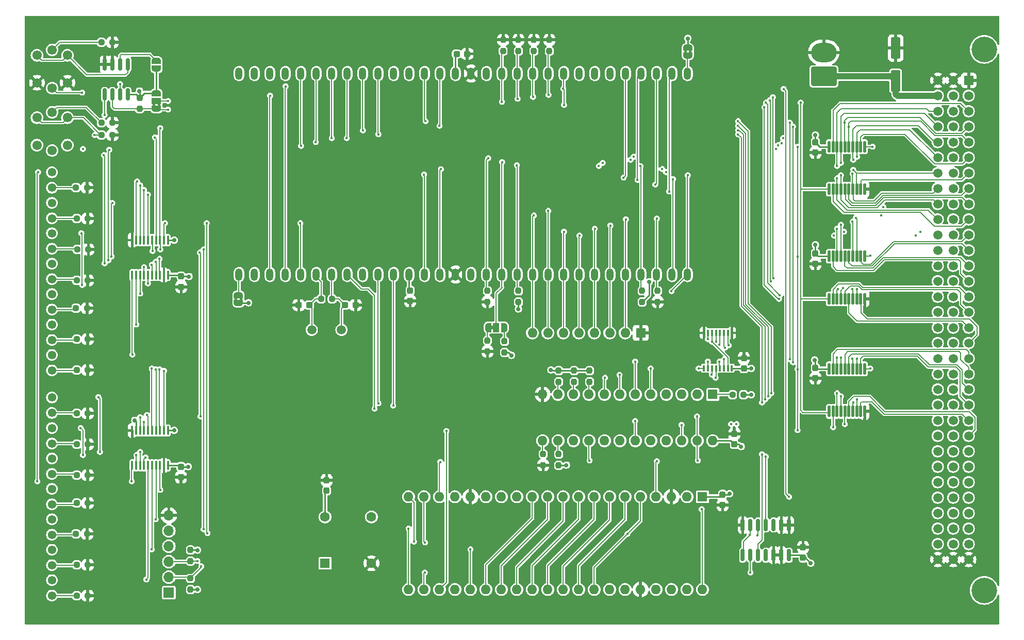
<source format=gtl>
%TF.GenerationSoftware,KiCad,Pcbnew,7.0.1*%
%TF.CreationDate,2023-08-20T11:19:01+01:00*%
%TF.ProjectId,J11HackPlus_V2,4a313148-6163-46b5-906c-75735f56322e,rev?*%
%TF.SameCoordinates,Original*%
%TF.FileFunction,Copper,L1,Top*%
%TF.FilePolarity,Positive*%
%FSLAX46Y46*%
G04 Gerber Fmt 4.6, Leading zero omitted, Abs format (unit mm)*
G04 Created by KiCad (PCBNEW 7.0.1) date 2023-08-20 11:19:01*
%MOMM*%
%LPD*%
G01*
G04 APERTURE LIST*
G04 Aperture macros list*
%AMRoundRect*
0 Rectangle with rounded corners*
0 $1 Rounding radius*
0 $2 $3 $4 $5 $6 $7 $8 $9 X,Y pos of 4 corners*
0 Add a 4 corners polygon primitive as box body*
4,1,4,$2,$3,$4,$5,$6,$7,$8,$9,$2,$3,0*
0 Add four circle primitives for the rounded corners*
1,1,$1+$1,$2,$3*
1,1,$1+$1,$4,$5*
1,1,$1+$1,$6,$7*
1,1,$1+$1,$8,$9*
0 Add four rect primitives between the rounded corners*
20,1,$1+$1,$2,$3,$4,$5,0*
20,1,$1+$1,$4,$5,$6,$7,0*
20,1,$1+$1,$6,$7,$8,$9,0*
20,1,$1+$1,$8,$9,$2,$3,0*%
%AMFreePoly0*
4,1,19,0.500000,-0.750000,0.000000,-0.750000,0.000000,-0.744911,-0.071157,-0.744911,-0.207708,-0.704816,-0.327430,-0.627875,-0.420627,-0.520320,-0.479746,-0.390866,-0.500000,-0.250000,-0.500000,0.250000,-0.479746,0.390866,-0.420627,0.520320,-0.327430,0.627875,-0.207708,0.704816,-0.071157,0.744911,0.000000,0.744911,0.000000,0.750000,0.500000,0.750000,0.500000,-0.750000,0.500000,-0.750000,
$1*%
%AMFreePoly1*
4,1,19,0.000000,0.744911,0.071157,0.744911,0.207708,0.704816,0.327430,0.627875,0.420627,0.520320,0.479746,0.390866,0.500000,0.250000,0.500000,-0.250000,0.479746,-0.390866,0.420627,-0.520320,0.327430,-0.627875,0.207708,-0.704816,0.071157,-0.744911,0.000000,-0.744911,0.000000,-0.750000,-0.500000,-0.750000,-0.500000,0.750000,0.000000,0.750000,0.000000,0.744911,0.000000,0.744911,
$1*%
%AMFreePoly2*
4,1,19,0.550000,-0.750000,0.000000,-0.750000,0.000000,-0.744911,-0.071157,-0.744911,-0.207708,-0.704816,-0.327430,-0.627875,-0.420627,-0.520320,-0.479746,-0.390866,-0.500000,-0.250000,-0.500000,0.250000,-0.479746,0.390866,-0.420627,0.520320,-0.327430,0.627875,-0.207708,0.704816,-0.071157,0.744911,0.000000,0.744911,0.000000,0.750000,0.550000,0.750000,0.550000,-0.750000,0.550000,-0.750000,
$1*%
%AMFreePoly3*
4,1,19,0.000000,0.744911,0.071157,0.744911,0.207708,0.704816,0.327430,0.627875,0.420627,0.520320,0.479746,0.390866,0.500000,0.250000,0.500000,-0.250000,0.479746,-0.390866,0.420627,-0.520320,0.327430,-0.627875,0.207708,-0.704816,0.071157,-0.744911,0.000000,-0.744911,0.000000,-0.750000,-0.550000,-0.750000,-0.550000,0.750000,0.000000,0.750000,0.000000,0.744911,0.000000,0.744911,
$1*%
G04 Aperture macros list end*
%TA.AperFunction,SMDPad,CuDef*%
%ADD10RoundRect,0.237500X-0.250000X-0.237500X0.250000X-0.237500X0.250000X0.237500X-0.250000X0.237500X0*%
%TD*%
%TA.AperFunction,SMDPad,CuDef*%
%ADD11RoundRect,0.237500X-0.237500X0.300000X-0.237500X-0.300000X0.237500X-0.300000X0.237500X0.300000X0*%
%TD*%
%TA.AperFunction,SMDPad,CuDef*%
%ADD12RoundRect,0.237500X0.237500X-0.250000X0.237500X0.250000X-0.237500X0.250000X-0.237500X-0.250000X0*%
%TD*%
%TA.AperFunction,SMDPad,CuDef*%
%ADD13RoundRect,0.237500X-0.237500X0.250000X-0.237500X-0.250000X0.237500X-0.250000X0.237500X0.250000X0*%
%TD*%
%TA.AperFunction,SMDPad,CuDef*%
%ADD14RoundRect,0.100000X-0.100000X0.637500X-0.100000X-0.637500X0.100000X-0.637500X0.100000X0.637500X0*%
%TD*%
%TA.AperFunction,SMDPad,CuDef*%
%ADD15RoundRect,0.237500X0.250000X0.237500X-0.250000X0.237500X-0.250000X-0.237500X0.250000X-0.237500X0*%
%TD*%
%TA.AperFunction,ComponentPad*%
%ADD16C,1.381000*%
%TD*%
%TA.AperFunction,SMDPad,CuDef*%
%ADD17RoundRect,0.237500X0.300000X0.237500X-0.300000X0.237500X-0.300000X-0.237500X0.300000X-0.237500X0*%
%TD*%
%TA.AperFunction,SMDPad,CuDef*%
%ADD18RoundRect,0.125000X0.125000X-0.825000X0.125000X0.825000X-0.125000X0.825000X-0.125000X-0.825000X0*%
%TD*%
%TA.AperFunction,SMDPad,CuDef*%
%ADD19FreePoly0,270.000000*%
%TD*%
%TA.AperFunction,SMDPad,CuDef*%
%ADD20FreePoly1,270.000000*%
%TD*%
%TA.AperFunction,SMDPad,CuDef*%
%ADD21RoundRect,0.237500X0.237500X-0.300000X0.237500X0.300000X-0.237500X0.300000X-0.237500X-0.300000X0*%
%TD*%
%TA.AperFunction,ComponentPad*%
%ADD22R,1.600000X1.600000*%
%TD*%
%TA.AperFunction,ComponentPad*%
%ADD23C,1.600000*%
%TD*%
%TA.AperFunction,SMDPad,CuDef*%
%ADD24RoundRect,0.150000X-0.150000X0.825000X-0.150000X-0.825000X0.150000X-0.825000X0.150000X0.825000X0*%
%TD*%
%TA.AperFunction,ComponentPad*%
%ADD25R,1.700000X1.700000*%
%TD*%
%TA.AperFunction,ComponentPad*%
%ADD26O,1.700000X1.700000*%
%TD*%
%TA.AperFunction,SMDPad,CuDef*%
%ADD27R,0.400000X1.000000*%
%TD*%
%TA.AperFunction,SMDPad,CuDef*%
%ADD28FreePoly2,0.000000*%
%TD*%
%TA.AperFunction,SMDPad,CuDef*%
%ADD29R,1.000000X1.500000*%
%TD*%
%TA.AperFunction,SMDPad,CuDef*%
%ADD30FreePoly3,0.000000*%
%TD*%
%TA.AperFunction,ComponentPad*%
%ADD31O,1.200000X2.000000*%
%TD*%
%TA.AperFunction,ComponentPad*%
%ADD32C,1.550000*%
%TD*%
%TA.AperFunction,ComponentPad*%
%ADD33O,1.600000X1.600000*%
%TD*%
%TA.AperFunction,SMDPad,CuDef*%
%ADD34FreePoly2,90.000000*%
%TD*%
%TA.AperFunction,SMDPad,CuDef*%
%ADD35R,1.500000X1.000000*%
%TD*%
%TA.AperFunction,SMDPad,CuDef*%
%ADD36FreePoly3,90.000000*%
%TD*%
%TA.AperFunction,SMDPad,CuDef*%
%ADD37FreePoly0,90.000000*%
%TD*%
%TA.AperFunction,SMDPad,CuDef*%
%ADD38FreePoly1,90.000000*%
%TD*%
%TA.AperFunction,ComponentPad*%
%ADD39R,1.500000X1.500000*%
%TD*%
%TA.AperFunction,ComponentPad*%
%ADD40C,1.500000*%
%TD*%
%TA.AperFunction,ComponentPad*%
%ADD41C,4.200000*%
%TD*%
%TA.AperFunction,ComponentPad*%
%ADD42RoundRect,0.250000X1.850000X-1.330000X1.850000X1.330000X-1.850000X1.330000X-1.850000X-1.330000X0*%
%TD*%
%TA.AperFunction,ComponentPad*%
%ADD43O,4.200000X3.160000*%
%TD*%
%TA.AperFunction,SMDPad,CuDef*%
%ADD44RoundRect,0.250000X0.550000X-1.500000X0.550000X1.500000X-0.550000X1.500000X-0.550000X-1.500000X0*%
%TD*%
%TA.AperFunction,ViaPad*%
%ADD45C,0.450000*%
%TD*%
%TA.AperFunction,ViaPad*%
%ADD46C,0.700000*%
%TD*%
%TA.AperFunction,Conductor*%
%ADD47C,0.250000*%
%TD*%
%TA.AperFunction,Conductor*%
%ADD48C,1.000000*%
%TD*%
%TA.AperFunction,Conductor*%
%ADD49C,0.127000*%
%TD*%
G04 APERTURE END LIST*
%TA.AperFunction,EtchedComponent*%
G36*
X85690000Y-96785000D02*
G01*
X85290000Y-96785000D01*
X85290000Y-96285000D01*
X85690000Y-96285000D01*
X85690000Y-96785000D01*
G37*
%TD.AperFunction*%
%TA.AperFunction,EtchedComponent*%
G36*
X84890000Y-96785000D02*
G01*
X84490000Y-96785000D01*
X84490000Y-96285000D01*
X84890000Y-96285000D01*
X84890000Y-96785000D01*
G37*
%TD.AperFunction*%
%TA.AperFunction,EtchedComponent*%
G36*
X127016000Y-101517000D02*
G01*
X126516000Y-101517000D01*
X126516000Y-100917000D01*
X127016000Y-100917000D01*
X127016000Y-101517000D01*
G37*
%TD.AperFunction*%
%TA.AperFunction,EtchedComponent*%
G36*
X71428000Y-64908000D02*
G01*
X71028000Y-64908000D01*
X71028000Y-64408000D01*
X71428000Y-64408000D01*
X71428000Y-64908000D01*
G37*
%TD.AperFunction*%
%TA.AperFunction,EtchedComponent*%
G36*
X72228000Y-64908000D02*
G01*
X71828000Y-64908000D01*
X71828000Y-64408000D01*
X72228000Y-64408000D01*
X72228000Y-64908000D01*
G37*
%TD.AperFunction*%
%TA.AperFunction,EtchedComponent*%
G36*
X159477000Y-56130000D02*
G01*
X159077000Y-56130000D01*
X159077000Y-55630000D01*
X159477000Y-55630000D01*
X159477000Y-56130000D01*
G37*
%TD.AperFunction*%
%TA.AperFunction,EtchedComponent*%
G36*
X158677000Y-56130000D02*
G01*
X158277000Y-56130000D01*
X158277000Y-55630000D01*
X158677000Y-55630000D01*
X158677000Y-56130000D01*
G37*
%TD.AperFunction*%
D10*
X58523500Y-130048000D03*
X60348500Y-130048000D03*
X58523500Y-120396000D03*
X60348500Y-120396000D03*
D11*
X168079000Y-106233500D03*
X168079000Y-107958500D03*
D12*
X77216000Y-144272000D03*
X77216000Y-142447000D03*
D13*
X68857317Y-63460078D03*
X68857317Y-65285078D03*
D11*
X177800000Y-137313500D03*
X177800000Y-139038500D03*
D14*
X73496000Y-118137500D03*
X72846000Y-118137500D03*
X72196000Y-118137500D03*
X71546000Y-118137500D03*
X70896000Y-118137500D03*
X70246000Y-118137500D03*
X69596000Y-118137500D03*
X68946000Y-118137500D03*
X68296000Y-118137500D03*
X67646000Y-118137500D03*
X67646000Y-123862500D03*
X68296000Y-123862500D03*
X68946000Y-123862500D03*
X69596000Y-123862500D03*
X70246000Y-123862500D03*
X70896000Y-123862500D03*
X71546000Y-123862500D03*
X72196000Y-123862500D03*
X72846000Y-123862500D03*
X73496000Y-123862500D03*
D15*
X64412500Y-54356000D03*
X62587500Y-54356000D03*
D16*
X54450000Y-103270000D03*
X54450000Y-100730000D03*
D17*
X104341000Y-97536000D03*
X102616000Y-97536000D03*
D18*
X182075000Y-78500000D03*
X182725000Y-78500000D03*
X183375000Y-78500000D03*
X184025000Y-78500000D03*
X184675000Y-78500000D03*
X185325000Y-78500000D03*
X185975000Y-78500000D03*
X186625000Y-78500000D03*
X187275000Y-78500000D03*
X187925000Y-78500000D03*
X187925000Y-71500000D03*
X187275000Y-71500000D03*
X186625000Y-71500000D03*
X185975000Y-71500000D03*
X185325000Y-71500000D03*
X184675000Y-71500000D03*
X184025000Y-71500000D03*
X183375000Y-71500000D03*
X182725000Y-71500000D03*
X182075000Y-71500000D03*
D12*
X135128000Y-123848500D03*
X135128000Y-122023500D03*
D10*
X58523500Y-83312000D03*
X60348500Y-83312000D03*
D16*
X54450000Y-78270000D03*
X54450000Y-75730000D03*
D12*
X131064000Y-97028000D03*
X131064000Y-95203000D03*
D18*
X182075000Y-96500000D03*
X182725000Y-96500000D03*
X183375000Y-96500000D03*
X184025000Y-96500000D03*
X184675000Y-96500000D03*
X185325000Y-96500000D03*
X185975000Y-96500000D03*
X186625000Y-96500000D03*
X187275000Y-96500000D03*
X187925000Y-96500000D03*
X187925000Y-89500000D03*
X187275000Y-89500000D03*
X186625000Y-89500000D03*
X185975000Y-89500000D03*
X185325000Y-89500000D03*
X184675000Y-89500000D03*
X184025000Y-89500000D03*
X183375000Y-89500000D03*
X182725000Y-89500000D03*
X182075000Y-89500000D03*
D19*
X85090000Y-95885000D03*
D20*
X85090000Y-97185000D03*
D10*
X58523500Y-145288000D03*
X60348500Y-145288000D03*
X58420000Y-78232000D03*
X60245000Y-78232000D03*
D16*
X54450000Y-98270000D03*
X54450000Y-95730000D03*
D21*
X179832000Y-72490500D03*
X179832000Y-70765500D03*
D22*
X99314000Y-139954000D03*
D23*
X106934000Y-139954000D03*
X106934000Y-132334000D03*
X99314000Y-132334000D03*
D16*
X54450000Y-140270000D03*
X54450000Y-137730000D03*
X54450000Y-145270000D03*
X54450000Y-142730000D03*
D24*
X66929000Y-57977000D03*
X65659000Y-57977000D03*
X64389000Y-57977000D03*
X63119000Y-57977000D03*
X63119000Y-62927000D03*
X64389000Y-62927000D03*
X65659000Y-62927000D03*
X66929000Y-62927000D03*
D25*
X73660000Y-144780000D03*
D26*
X73660000Y-142240000D03*
X73660000Y-139700000D03*
X73660000Y-137160000D03*
X73660000Y-134620000D03*
X73660000Y-132080000D03*
D27*
X166094000Y-102108000D03*
X165444000Y-102108000D03*
X164794000Y-102108000D03*
X164144000Y-102108000D03*
X163494000Y-102108000D03*
X162844000Y-102108000D03*
X162194000Y-102108000D03*
X161544000Y-102108000D03*
X161544000Y-107908000D03*
X162194000Y-107908000D03*
X162844000Y-107908000D03*
X163494000Y-107908000D03*
X164144000Y-107908000D03*
X164794000Y-107908000D03*
X165444000Y-107908000D03*
X166094000Y-107908000D03*
D17*
X122655500Y-56261000D03*
X120930500Y-56261000D03*
D15*
X168044500Y-112268000D03*
X166219500Y-112268000D03*
D28*
X126116000Y-101217000D03*
D29*
X127416000Y-101217000D03*
D30*
X128716000Y-101217000D03*
D16*
X54450000Y-83270000D03*
X54450000Y-80730000D03*
D11*
X166520500Y-118671000D03*
X166520500Y-120396000D03*
D31*
X158830000Y-59490000D03*
X156290000Y-59490000D03*
X153750000Y-59490000D03*
X151210000Y-59490000D03*
X148670000Y-59490000D03*
X146130000Y-59490000D03*
X143590000Y-59490000D03*
X141050000Y-59490000D03*
X138510000Y-59490000D03*
X135970000Y-59490000D03*
X133430000Y-59490000D03*
X130890000Y-59490000D03*
X128350000Y-59490000D03*
X125810000Y-59490000D03*
X123270000Y-59490000D03*
X120730000Y-59490000D03*
X118190000Y-59490000D03*
X115650000Y-59490000D03*
X113110000Y-59490000D03*
X110570000Y-59490000D03*
X108030000Y-59490000D03*
X105490000Y-59490000D03*
X102950000Y-59490000D03*
X100410000Y-59490000D03*
X97870000Y-59490000D03*
X95330000Y-59490000D03*
X92790000Y-59490000D03*
X90250000Y-59490000D03*
X87710000Y-59490000D03*
X85170000Y-59490000D03*
X85170000Y-92510000D03*
X87710000Y-92510000D03*
X90250000Y-92510000D03*
X92790000Y-92510000D03*
X95330000Y-92510000D03*
X97870000Y-92510000D03*
X100410000Y-92510000D03*
X102950000Y-92510000D03*
X105490000Y-92510000D03*
X108030000Y-92510000D03*
X110570000Y-92510000D03*
X113110000Y-92510000D03*
X115650000Y-92510000D03*
X118190000Y-92510000D03*
X120730000Y-92510000D03*
X123270000Y-92510000D03*
X125810000Y-92510000D03*
X128350000Y-92510000D03*
X130890000Y-92510000D03*
X133430000Y-92510000D03*
X135970000Y-92510000D03*
X138510000Y-92510000D03*
X141050000Y-92510000D03*
X143590000Y-92510000D03*
X146130000Y-92510000D03*
X148670000Y-92510000D03*
X151210000Y-92510000D03*
X153750000Y-92510000D03*
X156290000Y-92510000D03*
X158830000Y-92510000D03*
D32*
X52000000Y-66750000D03*
X57000000Y-66750000D03*
X52000000Y-71250000D03*
X57000000Y-71250000D03*
X54500000Y-65850000D03*
X54500000Y-72150000D03*
D22*
X161285000Y-129027000D03*
D33*
X158745000Y-129027000D03*
X156205000Y-129027000D03*
X153665000Y-129027000D03*
X151125000Y-129027000D03*
X148585000Y-129027000D03*
X146045000Y-129027000D03*
X143505000Y-129027000D03*
X140965000Y-129027000D03*
X138425000Y-129027000D03*
X135885000Y-129027000D03*
X133345000Y-129027000D03*
X130805000Y-129027000D03*
X128265000Y-129027000D03*
X125725000Y-129027000D03*
X123185000Y-129027000D03*
X120645000Y-129027000D03*
X118105000Y-129027000D03*
X115565000Y-129027000D03*
X113025000Y-129027000D03*
X113025000Y-144267000D03*
X115565000Y-144267000D03*
X118105000Y-144267000D03*
X120645000Y-144267000D03*
X123185000Y-144267000D03*
X125725000Y-144267000D03*
X128265000Y-144267000D03*
X130805000Y-144267000D03*
X133345000Y-144267000D03*
X135885000Y-144267000D03*
X138425000Y-144267000D03*
X140965000Y-144267000D03*
X143505000Y-144267000D03*
X146045000Y-144267000D03*
X148585000Y-144267000D03*
X151125000Y-144267000D03*
X153665000Y-144267000D03*
X156205000Y-144267000D03*
X158745000Y-144267000D03*
X161285000Y-144267000D03*
D10*
X58523500Y-93472000D03*
X60348500Y-93472000D03*
D16*
X54450000Y-88270000D03*
X54450000Y-85730000D03*
D17*
X96721000Y-97536000D03*
X94996000Y-97536000D03*
D32*
X52000000Y-56500000D03*
X57000000Y-56500000D03*
X52000000Y-61000000D03*
X57000000Y-61000000D03*
X54500000Y-55600000D03*
X54500000Y-61900000D03*
D10*
X58523500Y-140208000D03*
X60348500Y-140208000D03*
X58523500Y-108204000D03*
X60348500Y-108204000D03*
D34*
X71628000Y-65308000D03*
D35*
X71628000Y-64008000D03*
D36*
X71628000Y-62708000D03*
D13*
X136144000Y-53951500D03*
X136144000Y-55776500D03*
D16*
X54450000Y-120270000D03*
X54450000Y-117730000D03*
D21*
X179832000Y-90778500D03*
X179832000Y-89053500D03*
D10*
X58420000Y-135128000D03*
X60245000Y-135128000D03*
D12*
X153924000Y-97028000D03*
X153924000Y-95203000D03*
D16*
X54450000Y-135270000D03*
X54450000Y-132730000D03*
D37*
X71628000Y-58704000D03*
D38*
X71628000Y-57404000D03*
D21*
X113284000Y-96874500D03*
X113284000Y-95149500D03*
D13*
X133604000Y-53951500D03*
X133604000Y-55776500D03*
D39*
X205000000Y-60600000D03*
D40*
X205000000Y-63140000D03*
X205000000Y-65680000D03*
X205000000Y-68220000D03*
X205000000Y-70760000D03*
X205000000Y-73300000D03*
X205000000Y-75840000D03*
X205000000Y-78380000D03*
X205000000Y-80920000D03*
X205000000Y-83460000D03*
X205000000Y-86000000D03*
X205000000Y-88540000D03*
X205000000Y-91080000D03*
X205000000Y-93620000D03*
X205000000Y-96160000D03*
X205000000Y-98700000D03*
X205000000Y-101240000D03*
X205000000Y-103780000D03*
X205000000Y-106320000D03*
X205000000Y-108860000D03*
X205000000Y-111400000D03*
X205000000Y-113940000D03*
X205000000Y-116480000D03*
X205000000Y-119020000D03*
X205000000Y-121560000D03*
X205000000Y-124100000D03*
X205000000Y-126640000D03*
X205000000Y-129180000D03*
X205000000Y-131720000D03*
X205000000Y-134260000D03*
X205000000Y-136800000D03*
X205000000Y-139340000D03*
X202460000Y-60600000D03*
X202460000Y-63140000D03*
X202460000Y-65680000D03*
X202460000Y-68220000D03*
X202460000Y-70760000D03*
X202460000Y-73300000D03*
X202460000Y-75840000D03*
X202460000Y-78380000D03*
X202460000Y-80920000D03*
X202460000Y-83460000D03*
X202460000Y-86000000D03*
X202460000Y-88540000D03*
X202460000Y-91080000D03*
X202460000Y-93620000D03*
X202460000Y-96160000D03*
X202460000Y-98700000D03*
X202460000Y-101240000D03*
X202460000Y-103780000D03*
X202460000Y-106320000D03*
X202460000Y-108860000D03*
X202460000Y-111400000D03*
X202460000Y-113940000D03*
X202460000Y-116480000D03*
X202460000Y-119020000D03*
X202460000Y-121560000D03*
X202460000Y-124100000D03*
X202460000Y-126640000D03*
X202460000Y-129180000D03*
X202460000Y-131720000D03*
X202460000Y-134260000D03*
X202460000Y-136800000D03*
X202460000Y-139340000D03*
X199920000Y-60600000D03*
X199920000Y-63140000D03*
X199920000Y-65680000D03*
X199920000Y-68220000D03*
X199920000Y-70760000D03*
X199920000Y-73300000D03*
X199920000Y-75840000D03*
X199920000Y-78380000D03*
X199920000Y-80920000D03*
X199920000Y-83460000D03*
X199920000Y-86000000D03*
X199920000Y-88540000D03*
X199920000Y-91080000D03*
X199920000Y-93620000D03*
X199920000Y-96160000D03*
X199920000Y-98700000D03*
X199920000Y-101240000D03*
X199920000Y-103780000D03*
X199920000Y-106320000D03*
X199920000Y-108860000D03*
X199920000Y-111400000D03*
X199920000Y-113940000D03*
X199920000Y-116480000D03*
X199920000Y-119020000D03*
X199920000Y-121560000D03*
X199920000Y-124100000D03*
X199920000Y-126640000D03*
X199920000Y-129180000D03*
X199920000Y-131720000D03*
X199920000Y-134260000D03*
X199920000Y-136800000D03*
X199920000Y-139340000D03*
D41*
X207540000Y-55520000D03*
X207540000Y-144420000D03*
D42*
X181225000Y-59980000D03*
D43*
X181225000Y-56020000D03*
D10*
X58627000Y-88392000D03*
X60452000Y-88392000D03*
D21*
X75643000Y-125830500D03*
X75643000Y-124105500D03*
D12*
X128778000Y-105306500D03*
X128778000Y-103481500D03*
D16*
X54450000Y-93270000D03*
X54450000Y-90730000D03*
D18*
X182075000Y-115000000D03*
X182725000Y-115000000D03*
X183375000Y-115000000D03*
X184025000Y-115000000D03*
X184675000Y-115000000D03*
X185325000Y-115000000D03*
X185975000Y-115000000D03*
X186625000Y-115000000D03*
X187275000Y-115000000D03*
X187925000Y-115000000D03*
X187925000Y-108000000D03*
X187275000Y-108000000D03*
X186625000Y-108000000D03*
X185975000Y-108000000D03*
X185325000Y-108000000D03*
X184675000Y-108000000D03*
X184025000Y-108000000D03*
X183375000Y-108000000D03*
X182725000Y-108000000D03*
X182075000Y-108000000D03*
D16*
X54450000Y-130270000D03*
X54450000Y-127730000D03*
D10*
X58523500Y-103124000D03*
X60348500Y-103124000D03*
D15*
X64412500Y-67564000D03*
X62587500Y-67564000D03*
D10*
X58523500Y-125476000D03*
X60348500Y-125476000D03*
D40*
X97118000Y-101600000D03*
X102018000Y-101600000D03*
D13*
X77216000Y-137771500D03*
X77216000Y-139596500D03*
D14*
X73496000Y-86868000D03*
X72846000Y-86868000D03*
X72196000Y-86868000D03*
X71546000Y-86868000D03*
X70896000Y-86868000D03*
X70246000Y-86868000D03*
X69596000Y-86868000D03*
X68946000Y-86868000D03*
X68296000Y-86868000D03*
X67646000Y-86868000D03*
X67646000Y-92593000D03*
X68296000Y-92593000D03*
X68946000Y-92593000D03*
X69596000Y-92593000D03*
X70246000Y-92593000D03*
X70896000Y-92593000D03*
X71546000Y-92593000D03*
X72196000Y-92593000D03*
X72846000Y-92593000D03*
X73496000Y-92593000D03*
D16*
X54450000Y-115270000D03*
X54450000Y-112730000D03*
D19*
X158877000Y-55230000D03*
D20*
X158877000Y-56530000D03*
D13*
X128554000Y-53951500D03*
X128554000Y-55776500D03*
D10*
X58420000Y-98044000D03*
X60245000Y-98044000D03*
D16*
X54450000Y-108270000D03*
X54450000Y-105730000D03*
D22*
X162975000Y-112200000D03*
D33*
X160435000Y-112200000D03*
X157895000Y-112200000D03*
X155355000Y-112200000D03*
X152815000Y-112200000D03*
X150275000Y-112200000D03*
X147735000Y-112200000D03*
X145195000Y-112200000D03*
X142655000Y-112200000D03*
X140115000Y-112200000D03*
X137575000Y-112200000D03*
X135035000Y-112200000D03*
X135035000Y-119820000D03*
X137575000Y-119820000D03*
X140115000Y-119820000D03*
X142655000Y-119820000D03*
X145195000Y-119820000D03*
X147735000Y-119820000D03*
X150275000Y-119820000D03*
X152815000Y-119820000D03*
X155355000Y-119820000D03*
X157895000Y-119820000D03*
X160435000Y-119820000D03*
X162975000Y-119820000D03*
D13*
X140208000Y-108307500D03*
X140208000Y-110132500D03*
D21*
X164592000Y-130402500D03*
X164592000Y-128677500D03*
X179832000Y-109574500D03*
X179832000Y-107849500D03*
D13*
X131064000Y-53951500D03*
X131064000Y-55776500D03*
X125984000Y-103354500D03*
X125984000Y-105179500D03*
D10*
X62587500Y-69596000D03*
X64412500Y-69596000D03*
D12*
X137668000Y-123848500D03*
X137668000Y-122023500D03*
D11*
X99568000Y-126291000D03*
X99568000Y-128016000D03*
D12*
X151384000Y-97028000D03*
X151384000Y-95203000D03*
D10*
X58523500Y-115316000D03*
X60348500Y-115316000D03*
D13*
X137668000Y-108307500D03*
X137668000Y-110132500D03*
D16*
X54450000Y-125270000D03*
X54450000Y-122730000D03*
D22*
X151140000Y-102108000D03*
D33*
X148600000Y-102108000D03*
X146060000Y-102108000D03*
X143520000Y-102108000D03*
X140980000Y-102108000D03*
X138440000Y-102108000D03*
X135900000Y-102108000D03*
X133360000Y-102108000D03*
D15*
X100480500Y-96520000D03*
X98655500Y-96520000D03*
D12*
X125984000Y-97028000D03*
X125984000Y-95203000D03*
D21*
X75692000Y-94557000D03*
X75692000Y-92832000D03*
D13*
X142748000Y-108307500D03*
X142748000Y-110132500D03*
D44*
X193000000Y-60700000D03*
X193000000Y-55300000D03*
D24*
X175514000Y-133669000D03*
X174244000Y-133669000D03*
X172974000Y-133669000D03*
X171704000Y-133669000D03*
X170434000Y-133669000D03*
X169164000Y-133669000D03*
X167894000Y-133669000D03*
X167894000Y-138619000D03*
X169164000Y-138619000D03*
X170434000Y-138619000D03*
X171704000Y-138619000D03*
X172974000Y-138619000D03*
X174244000Y-138619000D03*
X175514000Y-138619000D03*
D45*
X141478000Y-121412000D03*
X198120000Y-70739000D03*
X189230000Y-96647000D03*
X104140000Y-104140000D03*
X101600000Y-93980000D03*
X105410000Y-100330000D03*
X201168000Y-97409000D03*
X194183000Y-71120000D03*
X180467000Y-101600000D03*
X104140000Y-99060000D03*
X93980000Y-100330000D03*
X100330000Y-90170000D03*
X203708000Y-101981000D03*
X99060000Y-104140000D03*
X97790000Y-90170000D03*
X101600000Y-92710000D03*
X95250000Y-99060000D03*
X151384000Y-126873000D03*
X95250000Y-104140000D03*
X101600000Y-91440000D03*
X196469000Y-68834000D03*
X101600000Y-95250000D03*
X105410000Y-102870000D03*
X96520000Y-104140000D03*
X102870000Y-104140000D03*
X105410000Y-101600000D03*
X93980000Y-101600000D03*
X155321000Y-115189000D03*
X93980000Y-102870000D03*
X96520000Y-95250000D03*
X102870000Y-96520000D03*
X97790000Y-104140000D03*
X96520000Y-91440000D03*
X152781000Y-117983000D03*
X193421000Y-73787000D03*
X197485000Y-73787000D03*
X189230000Y-78486000D03*
X99060000Y-90170000D03*
X198247000Y-78105000D03*
X101600000Y-104140000D03*
X163576000Y-117221000D03*
X95885000Y-96520000D03*
X159004000Y-117221000D03*
X192278000Y-70739000D03*
X99695000Y-100330000D03*
X179832000Y-92075000D03*
X96520000Y-92710000D03*
X144018000Y-121539000D03*
X100330000Y-104140000D03*
X201168000Y-92329000D03*
X96520000Y-93980000D03*
X155321000Y-101727000D03*
D46*
X179832000Y-87630000D03*
X68072000Y-116459000D03*
X78359000Y-137795000D03*
X179705000Y-106553000D03*
X68834000Y-62357000D03*
X179832000Y-69596000D03*
X136398000Y-108204000D03*
X179070000Y-139954000D03*
X86741000Y-97155000D03*
X129921000Y-105791000D03*
X169291000Y-107950000D03*
X74549000Y-86868000D03*
X131064000Y-98171000D03*
X74549000Y-118110000D03*
X158877000Y-53721000D03*
X167640000Y-120777000D03*
X152527000Y-93726000D03*
X169291000Y-112268000D03*
X138938000Y-123825000D03*
X76962000Y-92837000D03*
X78359000Y-144272000D03*
X76835000Y-124079000D03*
X165735000Y-128524000D03*
D45*
X64389000Y-80772000D03*
X72136000Y-89916000D03*
X64262000Y-89535000D03*
X70231000Y-93980000D03*
X59309000Y-85725000D03*
X59436000Y-94234000D03*
X69596000Y-91293000D03*
X68961000Y-95631000D03*
X68326000Y-100711000D03*
X67691000Y-105664000D03*
X72263000Y-127889000D03*
X71501000Y-132715000D03*
X70866000Y-137668000D03*
X69977000Y-142621000D03*
X69850000Y-122555000D03*
X62357000Y-121666000D03*
X68961000Y-121666000D03*
X62103000Y-112649000D03*
X59182000Y-117729000D03*
X59563000Y-122174000D03*
X68326000Y-122174000D03*
X52197000Y-75692000D03*
X67564000Y-126492000D03*
X52070000Y-126492000D03*
X107442000Y-114554000D03*
X110492473Y-114066000D03*
X108077000Y-113665000D03*
X160655000Y-107950000D03*
X152781000Y-107950000D03*
X162179000Y-106807000D03*
X150241000Y-106807000D03*
X162814000Y-108966000D03*
X147663134Y-108986000D03*
X145288000Y-109474000D03*
X163449000Y-109474000D03*
X171704000Y-122428000D03*
X118237000Y-123317000D03*
X142748000Y-123063000D03*
X153797000Y-123190000D03*
X171069000Y-122047000D03*
X119253000Y-118217000D03*
X70046580Y-115590000D03*
X150241000Y-116586000D03*
X176911000Y-71501000D03*
X176911000Y-118090000D03*
X188849000Y-107950000D03*
X69596000Y-116713000D03*
X189230000Y-71501000D03*
X188849000Y-89408000D03*
X176911000Y-89535000D03*
X176911000Y-108077000D03*
X157861000Y-117221000D03*
X68961000Y-115951000D03*
X78740000Y-88900000D03*
X160528000Y-123063000D03*
X78867000Y-115824000D03*
X70993000Y-88646000D03*
X160401000Y-115824000D03*
X63119000Y-66294000D03*
X113030000Y-134239000D03*
X72263000Y-68453000D03*
X79375000Y-88392000D03*
X79375000Y-134366000D03*
X72263000Y-88392000D03*
X73533000Y-65405000D03*
X90297000Y-63119000D03*
X65659000Y-61214000D03*
X92837000Y-61595000D03*
X123190000Y-137668000D03*
X78994000Y-140462000D03*
X78359000Y-139573000D03*
X113919000Y-136398000D03*
X175641000Y-67564000D03*
X164846000Y-106426000D03*
X175641000Y-106426000D03*
X184658000Y-67564000D03*
X176149000Y-106934000D03*
X176149000Y-68199000D03*
X164084000Y-106807000D03*
X185325000Y-68199000D03*
X153797000Y-83312000D03*
X186454689Y-83203689D03*
X185928000Y-83820002D03*
X148717000Y-83439000D03*
X146177000Y-84455000D03*
X184023000Y-84328000D03*
X143599134Y-84983000D03*
X183388000Y-84963000D03*
X183515000Y-94869000D03*
X196342000Y-86106000D03*
X182880000Y-86106000D03*
X141097000Y-86106000D03*
X184531000Y-85471000D03*
X197104000Y-85471000D03*
X184404000Y-94742000D03*
X138557000Y-85471000D03*
X185928000Y-94869000D03*
X191008000Y-81407000D03*
X135970000Y-82042000D03*
X186690000Y-94869000D03*
X190627000Y-82804000D03*
X133604000Y-82804000D03*
X183388000Y-74676000D03*
X144272000Y-74676000D03*
X151130000Y-74696000D03*
X184023000Y-74168000D03*
X144907000Y-74168000D03*
X130810000Y-74549000D03*
X128397000Y-74041000D03*
X186055000Y-73660000D03*
X149479000Y-73660000D03*
X186690000Y-73152000D03*
X149987000Y-73152000D03*
X126111000Y-73406000D03*
X118328195Y-75204000D03*
X186055378Y-75309110D03*
X154686000Y-75184000D03*
X185928000Y-75946000D03*
X155321000Y-75692000D03*
X115570000Y-76073000D03*
X158877000Y-76200000D03*
X156210000Y-95250000D03*
X184023000Y-76200000D03*
X156464000Y-76835000D03*
X148971000Y-135128000D03*
X169037000Y-135255000D03*
X183388000Y-76708000D03*
X136017000Y-62993998D03*
X172847000Y-63373000D03*
X172951222Y-93114639D03*
X172339000Y-63881000D03*
X133477000Y-63320499D03*
X172518501Y-93599000D03*
X173990378Y-95883110D03*
X171704000Y-64262000D03*
X130937000Y-63647000D03*
X171450000Y-65024000D03*
X128350000Y-64135000D03*
X173863000Y-96520000D03*
X72898000Y-108331000D03*
X164084000Y-104013000D03*
X72136000Y-108077000D03*
X163576000Y-103505000D03*
X162844000Y-103535000D03*
X71486498Y-108076521D03*
X162179000Y-103124000D03*
X70850090Y-107946756D03*
X138430000Y-61976000D03*
X71374000Y-69977000D03*
X175514000Y-129032000D03*
X61468000Y-69596000D03*
X138557000Y-64643000D03*
X174625000Y-62017998D03*
X80010000Y-135001000D03*
X73025000Y-84074000D03*
X79883000Y-84074000D03*
X95250000Y-84074000D03*
X177419000Y-64262000D03*
X73533000Y-64008000D03*
X63881000Y-72009000D03*
X59436000Y-62611000D03*
X71501000Y-90424000D03*
X59563000Y-71882000D03*
X63754000Y-90170000D03*
X63119000Y-90678000D03*
X62992000Y-72898000D03*
X70849306Y-90912000D03*
X155829000Y-78867000D03*
X70231000Y-79375000D03*
X153543000Y-77724000D03*
X69596000Y-78613000D03*
X68961000Y-77851000D03*
X150622000Y-76962000D03*
X148336000Y-76581000D03*
X68453000Y-77216000D03*
X184023000Y-112522000D03*
X167132000Y-68072000D03*
X118110000Y-68072000D03*
X172085000Y-112522000D03*
X183388000Y-112014000D03*
X172593000Y-112014000D03*
X115824000Y-67310000D03*
X167132000Y-67310000D03*
X182753000Y-117602000D03*
X165989000Y-117094000D03*
X164973000Y-104521000D03*
X166878000Y-117094000D03*
X165608000Y-104140000D03*
X184658000Y-117094000D03*
X161163000Y-131064000D03*
X170307000Y-135382000D03*
X115731016Y-136545000D03*
X115697000Y-141478000D03*
X169164000Y-141478000D03*
X173355000Y-71882000D03*
X183388000Y-106172000D03*
X95377000Y-71374000D03*
X184037503Y-106172000D03*
X97790000Y-70739000D03*
X173736000Y-71247000D03*
X174315633Y-70953947D03*
X185928000Y-106299000D03*
X100410001Y-70115838D03*
X186690000Y-106299000D03*
X102870000Y-70105998D03*
X174518000Y-70104000D03*
X171577000Y-113030000D03*
X105537000Y-68834000D03*
X167131615Y-68819498D03*
X186690000Y-113030000D03*
X108077000Y-69469000D03*
X171069000Y-113538000D03*
X186055000Y-113538000D03*
X167132000Y-69469000D03*
D47*
X166520500Y-120396000D02*
X165944500Y-119820000D01*
X99568000Y-128016000D02*
X99314000Y-128270000D01*
X76808500Y-124105500D02*
X76835000Y-124079000D01*
X131064000Y-97028000D02*
X131064000Y-98171000D01*
X73496000Y-86868000D02*
X74549000Y-86868000D01*
X75643000Y-124105500D02*
X76808500Y-124105500D01*
X182075000Y-108000000D02*
X179982500Y-108000000D01*
D48*
X193040000Y-62865000D02*
X193040000Y-60740000D01*
D47*
X73496000Y-118137500D02*
X74521500Y-118137500D01*
X66929000Y-62927000D02*
X68324239Y-62927000D01*
X137668000Y-123848500D02*
X138914500Y-123848500D01*
X168044500Y-112268000D02*
X169291000Y-112268000D01*
X129436500Y-105306500D02*
X129921000Y-105791000D01*
X179832000Y-70765500D02*
X179832000Y-69596000D01*
X152527000Y-95885000D02*
X152527000Y-93726000D01*
X78335500Y-137771500D02*
X78359000Y-137795000D01*
X86711000Y-97185000D02*
X86741000Y-97155000D01*
X142748000Y-108307500D02*
X140208000Y-108307500D01*
X179832000Y-89053500D02*
X179832000Y-87630000D01*
X74521500Y-118137500D02*
X74549000Y-118110000D01*
X166094000Y-107908000D02*
X168028500Y-107908000D01*
X167259000Y-120396000D02*
X167640000Y-120777000D01*
X165944500Y-119820000D02*
X162975000Y-119820000D01*
X99314000Y-128270000D02*
X99314000Y-132334000D01*
X77216000Y-137771500D02*
X78335500Y-137771500D01*
X151384000Y-97028000D02*
X152527000Y-95885000D01*
X138914500Y-123848500D02*
X138938000Y-123825000D01*
X180278500Y-89500000D02*
X179832000Y-89053500D01*
X76957000Y-92832000D02*
X76962000Y-92837000D01*
X164592000Y-128677500D02*
X164242500Y-129027000D01*
X177380500Y-138619000D02*
X177800000Y-139038500D01*
X166520500Y-120396000D02*
X167259000Y-120396000D01*
X136501500Y-108307500D02*
X136398000Y-108204000D01*
X164592000Y-128677500D02*
X165581500Y-128677500D01*
X75400000Y-123862500D02*
X75643000Y-124105500D01*
X68296000Y-116683000D02*
X68072000Y-116459000D01*
X175514000Y-138619000D02*
X177380500Y-138619000D01*
X169282500Y-107958500D02*
X169291000Y-107950000D01*
X68324239Y-62927000D02*
X68857317Y-63460078D01*
X68857317Y-62380317D02*
X68834000Y-62357000D01*
X128778000Y-105306500D02*
X129436500Y-105306500D01*
D48*
X192280000Y-59980000D02*
X193000000Y-60700000D01*
X181225000Y-59980000D02*
X192280000Y-59980000D01*
D47*
X182075000Y-71500000D02*
X180566500Y-71500000D01*
X68857317Y-63460078D02*
X69609395Y-62708000D01*
X75692000Y-92832000D02*
X76957000Y-92832000D01*
X73496000Y-123862500D02*
X75400000Y-123862500D01*
X68296000Y-118137500D02*
X68296000Y-116683000D01*
X73496000Y-92593000D02*
X75453000Y-92593000D01*
X113284000Y-95149500D02*
X113110000Y-94975500D01*
D48*
X193315000Y-63140000D02*
X193040000Y-62865000D01*
D47*
X120730000Y-56461500D02*
X120730000Y-59490000D01*
X168028500Y-107908000D02*
X168079000Y-107958500D01*
X158877000Y-55230000D02*
X158877000Y-53721000D01*
X180566500Y-71500000D02*
X179832000Y-70765500D01*
X137668000Y-108307500D02*
X136501500Y-108307500D01*
X71628000Y-58704000D02*
X71628000Y-60706000D01*
X179832000Y-107849500D02*
X179832000Y-106680000D01*
X164242500Y-129027000D02*
X161285000Y-129027000D01*
D48*
X193040000Y-60740000D02*
X193000000Y-60700000D01*
D47*
X179982500Y-108000000D02*
X179832000Y-107849500D01*
X71628000Y-62708000D02*
X71628000Y-60706000D01*
X178154500Y-139038500D02*
X179070000Y-139954000D01*
X140208000Y-108307500D02*
X137668000Y-108307500D01*
X85090000Y-97185000D02*
X86711000Y-97185000D01*
X113110000Y-94975500D02*
X113110000Y-92510000D01*
X69609395Y-62708000D02*
X71628000Y-62708000D01*
X75453000Y-92593000D02*
X75692000Y-92832000D01*
X120930500Y-56261000D02*
X120730000Y-56461500D01*
X177800000Y-139038500D02*
X178154500Y-139038500D01*
X182075000Y-89500000D02*
X180278500Y-89500000D01*
X168079000Y-107958500D02*
X169282500Y-107958500D01*
X77216000Y-144272000D02*
X78359000Y-144272000D01*
X179832000Y-106680000D02*
X179705000Y-106553000D01*
D48*
X199920000Y-63140000D02*
X193315000Y-63140000D01*
D47*
X68857317Y-63460078D02*
X68857317Y-62380317D01*
X165581500Y-128677500D02*
X165735000Y-128524000D01*
D49*
X100410000Y-96449500D02*
X100410000Y-92510000D01*
X102018000Y-98134000D02*
X102018000Y-101600000D01*
X100480500Y-96520000D02*
X101600000Y-96520000D01*
X102616000Y-97536000D02*
X102018000Y-98134000D01*
X101600000Y-96520000D02*
X102616000Y-97536000D01*
X100480500Y-96520000D02*
X100410000Y-96449500D01*
X96721000Y-97536000D02*
X97118000Y-97933000D01*
X97737000Y-96520000D02*
X96721000Y-97536000D01*
X97870000Y-92917000D02*
X97870000Y-92510000D01*
X98655500Y-93702500D02*
X97870000Y-92917000D01*
X98655500Y-96520000D02*
X97737000Y-96520000D01*
X98655500Y-96520000D02*
X98655500Y-93702500D01*
X97118000Y-97933000D02*
X97118000Y-101600000D01*
X58523500Y-83312000D02*
X58481500Y-83270000D01*
X58481500Y-83270000D02*
X54450000Y-83270000D01*
X72136000Y-92533000D02*
X72136000Y-89916000D01*
X64262000Y-80899000D02*
X64389000Y-80772000D01*
X72196000Y-92593000D02*
X72136000Y-92533000D01*
X64262000Y-89535000D02*
X64262000Y-80899000D01*
X58627000Y-88392000D02*
X58505000Y-88270000D01*
X58505000Y-88270000D02*
X54450000Y-88270000D01*
X59436000Y-94234000D02*
X59436000Y-85852000D01*
X70246000Y-93965000D02*
X70231000Y-93980000D01*
X70246000Y-92593000D02*
X70246000Y-93965000D01*
X59436000Y-85852000D02*
X59309000Y-85725000D01*
X58321500Y-93270000D02*
X54450000Y-93270000D01*
X58523500Y-93472000D02*
X58321500Y-93270000D01*
X69596000Y-92593000D02*
X69596000Y-91293000D01*
X58194000Y-98270000D02*
X54450000Y-98270000D01*
X58420000Y-98044000D02*
X58194000Y-98270000D01*
X68961000Y-92608000D02*
X68961000Y-95631000D01*
X68946000Y-92593000D02*
X68961000Y-92608000D01*
X58523500Y-103124000D02*
X58377500Y-103270000D01*
X58377500Y-103270000D02*
X54450000Y-103270000D01*
X68296000Y-100681000D02*
X68326000Y-100711000D01*
X68296000Y-92593000D02*
X68296000Y-100681000D01*
X58523500Y-108204000D02*
X58457500Y-108270000D01*
X58457500Y-108270000D02*
X54450000Y-108270000D01*
X67646000Y-92593000D02*
X67646000Y-105619000D01*
X67646000Y-105619000D02*
X67691000Y-105664000D01*
X58523500Y-130048000D02*
X58301500Y-130270000D01*
X58301500Y-130270000D02*
X54450000Y-130270000D01*
X72196000Y-127822000D02*
X72263000Y-127889000D01*
X72196000Y-123862500D02*
X72196000Y-127822000D01*
X58278000Y-135270000D02*
X54450000Y-135270000D01*
X58420000Y-135128000D02*
X58278000Y-135270000D01*
X71546000Y-123862500D02*
X71546000Y-132670000D01*
X71546000Y-132670000D02*
X71501000Y-132715000D01*
X58461500Y-140270000D02*
X54450000Y-140270000D01*
X58523500Y-140208000D02*
X58461500Y-140270000D01*
X70896000Y-123862500D02*
X70896000Y-137638000D01*
X70896000Y-137638000D02*
X70866000Y-137668000D01*
X58523500Y-145288000D02*
X58505500Y-145270000D01*
X58505500Y-145270000D02*
X54450000Y-145270000D01*
X70246000Y-123862500D02*
X70246000Y-142352000D01*
X70246000Y-142352000D02*
X69977000Y-142621000D01*
X58523500Y-125476000D02*
X58317500Y-125270000D01*
X58317500Y-125270000D02*
X54450000Y-125270000D01*
X69596000Y-122809000D02*
X69850000Y-122555000D01*
X69596000Y-123862500D02*
X69596000Y-122809000D01*
X58523500Y-115316000D02*
X58477500Y-115270000D01*
X58477500Y-115270000D02*
X54450000Y-115270000D01*
X62357000Y-112903000D02*
X62103000Y-112649000D01*
X62357000Y-121666000D02*
X62357000Y-112903000D01*
X68946000Y-121681000D02*
X68961000Y-121666000D01*
X68946000Y-123862500D02*
X68946000Y-121681000D01*
X58523500Y-120396000D02*
X58397500Y-120270000D01*
X58397500Y-120270000D02*
X54450000Y-120270000D01*
X59563000Y-118110000D02*
X59182000Y-117729000D01*
X59563000Y-122174000D02*
X59563000Y-118110000D01*
X68296000Y-123862500D02*
X68296000Y-122204000D01*
X68296000Y-122204000D02*
X68326000Y-122174000D01*
X58420000Y-78232000D02*
X58382000Y-78270000D01*
X58382000Y-78270000D02*
X54450000Y-78270000D01*
X67564000Y-123944500D02*
X67564000Y-126492000D01*
X52070000Y-126492000D02*
X52070000Y-75819000D01*
X52070000Y-75819000D02*
X52197000Y-75692000D01*
X67646000Y-123862500D02*
X67564000Y-123944500D01*
X166151500Y-112200000D02*
X162975000Y-112200000D01*
X166219500Y-112268000D02*
X166151500Y-112200000D01*
X107442000Y-114554000D02*
X107442000Y-95885000D01*
X106426000Y-94869000D02*
X105309000Y-94869000D01*
X105309000Y-94869000D02*
X102950000Y-92510000D01*
X107442000Y-95885000D02*
X106426000Y-94869000D01*
X110570000Y-113988473D02*
X110492473Y-114066000D01*
X110570000Y-92510000D02*
X110570000Y-113988473D01*
X108077000Y-113665000D02*
X108030000Y-113618000D01*
X108030000Y-113618000D02*
X108030000Y-92510000D01*
X152815000Y-107984000D02*
X152781000Y-107950000D01*
X161502000Y-107950000D02*
X161544000Y-107908000D01*
X152815000Y-112200000D02*
X152815000Y-107984000D01*
X160655000Y-107950000D02*
X161502000Y-107950000D01*
X150275000Y-106841000D02*
X150275000Y-112200000D01*
X150241000Y-106807000D02*
X150275000Y-106841000D01*
X162194000Y-107908000D02*
X162194000Y-106822000D01*
X162194000Y-106822000D02*
X162179000Y-106807000D01*
X162844000Y-107908000D02*
X162844000Y-108936000D01*
X147735000Y-109057866D02*
X147663134Y-108986000D01*
X147735000Y-112200000D02*
X147735000Y-109057866D01*
X162844000Y-108936000D02*
X162814000Y-108966000D01*
X163494000Y-107908000D02*
X163494000Y-109429000D01*
X163494000Y-109429000D02*
X163449000Y-109474000D01*
X145288000Y-109474000D02*
X145195000Y-109567000D01*
X145195000Y-109567000D02*
X145195000Y-112200000D01*
X142748000Y-110132500D02*
X142655000Y-110225500D01*
X142655000Y-110225500D02*
X142655000Y-112200000D01*
X140115000Y-110225500D02*
X140115000Y-112200000D01*
X140208000Y-110132500D02*
X140115000Y-110225500D01*
X137575000Y-112200000D02*
X137575000Y-110225500D01*
X137575000Y-110225500D02*
X137668000Y-110132500D01*
X135128000Y-122023500D02*
X135035000Y-121930500D01*
X135035000Y-121930500D02*
X135035000Y-119820000D01*
X137575000Y-121930500D02*
X137575000Y-119820000D01*
X137668000Y-122023500D02*
X137575000Y-121930500D01*
X171704000Y-133669000D02*
X171704000Y-122428000D01*
X142655000Y-119820000D02*
X142655000Y-122970000D01*
X153797000Y-123190000D02*
X153665000Y-123322000D01*
X153665000Y-123322000D02*
X153665000Y-129027000D01*
X118237000Y-123317000D02*
X118105000Y-123449000D01*
X142655000Y-122970000D02*
X142748000Y-123063000D01*
X118105000Y-123449000D02*
X118105000Y-129027000D01*
X170434000Y-136779000D02*
X171069000Y-136144000D01*
X171069000Y-136144000D02*
X171069000Y-122047000D01*
X170434000Y-138619000D02*
X170434000Y-136779000D01*
X119253000Y-143119000D02*
X119253000Y-118217000D01*
X118105000Y-144267000D02*
X119253000Y-143119000D01*
X150275000Y-116620000D02*
X150275000Y-119820000D01*
X70246000Y-118137500D02*
X70246000Y-115789420D01*
X70246000Y-115789420D02*
X70046580Y-115590000D01*
X150241000Y-116586000D02*
X150275000Y-116620000D01*
X187925000Y-108000000D02*
X188799000Y-108000000D01*
X188799000Y-108000000D02*
X188849000Y-107950000D01*
X188757000Y-89500000D02*
X188849000Y-89408000D01*
X176911000Y-71501000D02*
X176911000Y-89535000D01*
X176911000Y-89535000D02*
X176911000Y-108077000D01*
X189229000Y-71500000D02*
X189230000Y-71501000D01*
X69596000Y-116713000D02*
X69596000Y-118137500D01*
X187925000Y-89500000D02*
X188757000Y-89500000D01*
X176911000Y-108077000D02*
X176911000Y-118090000D01*
X187925000Y-71500000D02*
X189229000Y-71500000D01*
X68961000Y-115951000D02*
X68961000Y-118122500D01*
X157895000Y-119820000D02*
X157895000Y-117255000D01*
X157895000Y-117255000D02*
X157861000Y-117221000D01*
X68961000Y-118122500D02*
X68946000Y-118137500D01*
X160435000Y-122970000D02*
X160435000Y-119820000D01*
X160528000Y-123063000D02*
X160435000Y-122970000D01*
X160435000Y-115858000D02*
X160401000Y-115824000D01*
X70993000Y-88646000D02*
X70993000Y-86965000D01*
X78867000Y-115824000D02*
X78867000Y-89027000D01*
X70993000Y-86965000D02*
X70896000Y-86868000D01*
X160435000Y-119820000D02*
X160435000Y-115858000D01*
X78867000Y-89027000D02*
X78740000Y-88900000D01*
X52000000Y-56500000D02*
X52775000Y-57275000D01*
X56225000Y-57275000D02*
X57000000Y-56500000D01*
X60190000Y-59690000D02*
X66548000Y-59690000D01*
X66548000Y-59690000D02*
X66929000Y-59309000D01*
X57000000Y-56500000D02*
X60190000Y-59690000D01*
X66929000Y-59309000D02*
X66929000Y-57977000D01*
X52775000Y-57275000D02*
X56225000Y-57275000D01*
X70612000Y-56388000D02*
X71628000Y-57404000D01*
X65659000Y-56515000D02*
X65786000Y-56388000D01*
X65659000Y-57977000D02*
X65659000Y-56515000D01*
X65786000Y-56388000D02*
X70612000Y-56388000D01*
X72263000Y-88392000D02*
X72263000Y-86935000D01*
X72196000Y-86868000D02*
X72196000Y-68520000D01*
X72196000Y-68520000D02*
X72263000Y-68453000D01*
X72263000Y-86935000D02*
X72196000Y-86868000D01*
X79375000Y-134366000D02*
X79375000Y-88392000D01*
X113025000Y-134244000D02*
X113030000Y-134239000D01*
X113025000Y-144267000D02*
X113025000Y-134244000D01*
X63119000Y-66294000D02*
X63119000Y-62927000D01*
X64770000Y-65278000D02*
X68850239Y-65278000D01*
X90250000Y-92510000D02*
X90250000Y-63166000D01*
X71725000Y-65405000D02*
X71628000Y-65308000D01*
X68850239Y-65278000D02*
X68857317Y-65285078D01*
X71628000Y-65308000D02*
X68880239Y-65308000D01*
X90250000Y-63166000D02*
X90297000Y-63119000D01*
X64389000Y-62927000D02*
X64389000Y-64897000D01*
X73533000Y-65405000D02*
X71725000Y-65405000D01*
X64389000Y-64897000D02*
X64770000Y-65278000D01*
X68880239Y-65308000D02*
X68857317Y-65285078D01*
X65659000Y-62927000D02*
X65659000Y-61214000D01*
X92790000Y-92510000D02*
X92790000Y-61642000D01*
X92790000Y-61642000D02*
X92837000Y-61595000D01*
X77216000Y-142447000D02*
X78994000Y-140669000D01*
X123190000Y-137668000D02*
X123185000Y-137673000D01*
X78994000Y-140669000D02*
X78994000Y-140462000D01*
X123185000Y-137673000D02*
X123185000Y-144267000D01*
X77216000Y-142447000D02*
X77009000Y-142240000D01*
X77009000Y-142240000D02*
X73660000Y-142240000D01*
X77216000Y-139596500D02*
X77112500Y-139700000D01*
X78335500Y-139596500D02*
X78359000Y-139573000D01*
X77112500Y-139700000D02*
X73660000Y-139700000D01*
X113919000Y-129921000D02*
X113025000Y-129027000D01*
X77216000Y-139596500D02*
X78335500Y-139596500D01*
X113919000Y-136398000D02*
X113919000Y-129921000D01*
X183896000Y-64389000D02*
X182725000Y-65560000D01*
X203709000Y-64389000D02*
X183896000Y-64389000D01*
X182725000Y-65560000D02*
X182725000Y-71500000D01*
X205000000Y-65680000D02*
X203709000Y-64389000D01*
X164794000Y-106478000D02*
X164846000Y-106426000D01*
X205000000Y-68220000D02*
X203878000Y-69342000D01*
X164794000Y-107908000D02*
X164794000Y-106478000D01*
X196977000Y-66675000D02*
X185166000Y-66675000D01*
X184658000Y-71483000D02*
X184675000Y-71500000D01*
X185166000Y-66675000D02*
X184658000Y-67183000D01*
X184658000Y-67564000D02*
X184658000Y-71483000D01*
X203878000Y-69342000D02*
X199608694Y-69342000D01*
X196977000Y-66710306D02*
X196977000Y-66675000D01*
X184658000Y-67183000D02*
X184658000Y-67564000D01*
X175641000Y-106426000D02*
X175641000Y-67564000D01*
X199608694Y-69342000D02*
X196977000Y-66710306D01*
X164084000Y-106807000D02*
X164084000Y-107848000D01*
X199473453Y-69668501D02*
X203908501Y-69668501D01*
X185325000Y-67659000D02*
X185674000Y-67310000D01*
X185325000Y-71500000D02*
X185325000Y-67659000D01*
X185674000Y-67310000D02*
X197114952Y-67310000D01*
X203908501Y-69668501D02*
X205000000Y-70760000D01*
X197114952Y-67310000D02*
X199473453Y-69668501D01*
X164084000Y-107848000D02*
X164144000Y-107908000D01*
X176149000Y-68199000D02*
X176149000Y-106934000D01*
X194564000Y-69469000D02*
X187706000Y-69469000D01*
X187706000Y-69469000D02*
X187275000Y-69900000D01*
X201657500Y-74313500D02*
X199408500Y-74313500D01*
X199408500Y-74313500D02*
X194564000Y-69469000D01*
X201694500Y-74313500D02*
X201676000Y-74295000D01*
X201676000Y-74295000D02*
X201657500Y-74313500D01*
X203986500Y-74313500D02*
X201694500Y-74313500D01*
X205000000Y-73300000D02*
X203986500Y-74313500D01*
X187275000Y-69900000D02*
X187275000Y-71500000D01*
X203878000Y-76962000D02*
X187452000Y-76962000D01*
X187452000Y-76962000D02*
X187325000Y-77089000D01*
X187325000Y-78450000D02*
X187275000Y-78500000D01*
X205000000Y-75840000D02*
X203878000Y-76962000D01*
X187325000Y-77089000D02*
X187325000Y-78450000D01*
X190927258Y-79502000D02*
X189657258Y-80772000D01*
X185325000Y-80169000D02*
X185325000Y-78500000D01*
X205000000Y-78380000D02*
X203878000Y-79502000D01*
X189657258Y-80772000D02*
X185928000Y-80772000D01*
X203878000Y-79502000D02*
X190927258Y-79502000D01*
X185928000Y-80772000D02*
X185325000Y-80169000D01*
X191062499Y-79828501D02*
X189738000Y-81153000D01*
X189738000Y-81153000D02*
X185801000Y-81153000D01*
X184785000Y-80137000D02*
X184785000Y-78610000D01*
X185801000Y-81153000D02*
X184785000Y-80137000D01*
X203908501Y-79828501D02*
X191062499Y-79828501D01*
X205000000Y-80920000D02*
X203908501Y-79828501D01*
X184785000Y-78610000D02*
X184675000Y-78500000D01*
X182753000Y-80518000D02*
X182753000Y-78528000D01*
X203878000Y-84582000D02*
X199390000Y-84582000D01*
X199390000Y-84582000D02*
X197104000Y-82296000D01*
X197104000Y-82296000D02*
X184531000Y-82296000D01*
X184531000Y-82296000D02*
X182753000Y-80518000D01*
X205000000Y-83460000D02*
X203878000Y-84582000D01*
X182753000Y-78528000D02*
X182725000Y-78500000D01*
X187275000Y-90374000D02*
X187706000Y-90805000D01*
X188976000Y-90805000D02*
X192659000Y-87122000D01*
X187275000Y-89500000D02*
X187275000Y-90374000D01*
X187706000Y-90805000D02*
X188976000Y-90805000D01*
X192659000Y-87122000D02*
X192786000Y-87122000D01*
X203878000Y-87122000D02*
X198755000Y-87122000D01*
X198755000Y-87122000D02*
X192786000Y-87122000D01*
X205000000Y-86000000D02*
X203878000Y-87122000D01*
X185325000Y-89500000D02*
X185325000Y-90583000D01*
X203908501Y-87448501D02*
X205000000Y-88540000D01*
X189111241Y-91131501D02*
X192794241Y-87448501D01*
X185873501Y-91131501D02*
X189111241Y-91131501D01*
X185325000Y-90583000D02*
X185873501Y-91131501D01*
X192794241Y-87448501D02*
X203908501Y-87448501D01*
X205000000Y-91080000D02*
X203636499Y-89716499D01*
X184658000Y-91059000D02*
X184658000Y-89517000D01*
X203636499Y-89716499D02*
X190987985Y-89716499D01*
X184658000Y-89517000D02*
X184675000Y-89500000D01*
X185057002Y-91458002D02*
X184658000Y-91059000D01*
X190987985Y-89716499D02*
X189246482Y-91458002D01*
X189246482Y-91458002D02*
X185057002Y-91458002D01*
X203708000Y-92328000D02*
X203708000Y-90424000D01*
X203708000Y-90424000D02*
X203327000Y-90043000D01*
X182753000Y-89528000D02*
X182753000Y-91186000D01*
X203327000Y-90043000D02*
X191135000Y-90043000D01*
X203708000Y-92328000D02*
X205000000Y-93620000D01*
X183388000Y-91821000D02*
X189357000Y-91821000D01*
X182725000Y-89500000D02*
X182753000Y-89528000D01*
X182753000Y-91186000D02*
X183388000Y-91821000D01*
X191135000Y-90043000D02*
X189357000Y-91821000D01*
X183639364Y-94054499D02*
X182725000Y-94968863D01*
X205000000Y-96160000D02*
X203473500Y-94633500D01*
X187027378Y-94054499D02*
X183639364Y-94054499D01*
X187606379Y-94633500D02*
X187027378Y-94054499D01*
X182725000Y-94968863D02*
X182725000Y-96500000D01*
X203473500Y-94633500D02*
X187606379Y-94633500D01*
X186892137Y-94381000D02*
X185527000Y-94381000D01*
X203708000Y-95504000D02*
X203200000Y-94996000D01*
X187507137Y-94996000D02*
X186892137Y-94381000D01*
X205000000Y-98700000D02*
X203708000Y-97408000D01*
X203200000Y-94996000D02*
X187507137Y-94996000D01*
X185527000Y-94381000D02*
X184675000Y-95233000D01*
X203708000Y-97408000D02*
X203708000Y-95504000D01*
X184675000Y-95233000D02*
X184675000Y-96500000D01*
X186635501Y-100148501D02*
X185325000Y-98838000D01*
X185325000Y-98838000D02*
X185325000Y-96500000D01*
X203908501Y-100148501D02*
X186635501Y-100148501D01*
X205000000Y-101240000D02*
X203908501Y-100148501D01*
X187325000Y-96550000D02*
X187325000Y-98806000D01*
X206375000Y-101092000D02*
X206375000Y-102405000D01*
X187275000Y-96500000D02*
X187325000Y-96550000D01*
X206375000Y-102405000D02*
X205000000Y-103780000D01*
X205105000Y-99822000D02*
X206375000Y-101092000D01*
X188341000Y-99822000D02*
X205105000Y-99822000D01*
X187325000Y-98806000D02*
X188341000Y-99822000D01*
X204570159Y-104829499D02*
X183460501Y-104829499D01*
X183460501Y-104829499D02*
X182725000Y-105565000D01*
X205000000Y-106320000D02*
X205000000Y-105259340D01*
X205000000Y-105259340D02*
X204570159Y-104829499D01*
X182725000Y-105565000D02*
X182725000Y-108000000D01*
X184675000Y-108000000D02*
X184675000Y-105647000D01*
X205000000Y-107799340D02*
X205000000Y-108860000D01*
X184675000Y-105647000D02*
X185166000Y-105156000D01*
X203708000Y-106507340D02*
X205000000Y-107799340D01*
X185166000Y-105156000D02*
X203454000Y-105156000D01*
X203708000Y-105410000D02*
X203708000Y-106507340D01*
X203454000Y-105156000D02*
X203708000Y-105410000D01*
X203081241Y-107369499D02*
X198555499Y-107369499D01*
X198555499Y-107369499D02*
X196723000Y-105537000D01*
X203907501Y-108195759D02*
X203081241Y-107369499D01*
X185293000Y-106045000D02*
X185293000Y-107968000D01*
X203907501Y-110307501D02*
X203907501Y-108195759D01*
X185801000Y-105537000D02*
X185293000Y-106045000D01*
X185293000Y-107968000D02*
X185325000Y-108000000D01*
X196723000Y-105537000D02*
X185801000Y-105537000D01*
X205000000Y-111400000D02*
X203907501Y-110307501D01*
X187706000Y-105918000D02*
X187275000Y-106349000D01*
X187275000Y-106349000D02*
X187275000Y-108000000D01*
X203581000Y-112521000D02*
X203581000Y-108331000D01*
X203581000Y-108331000D02*
X202946000Y-107696000D01*
X196596000Y-105918000D02*
X187706000Y-105918000D01*
X202946000Y-107696000D02*
X198374000Y-107696000D01*
X198374000Y-107696000D02*
X196596000Y-105918000D01*
X205000000Y-113940000D02*
X203581000Y-112521000D01*
X191135000Y-115443000D02*
X189103000Y-113411000D01*
X205000000Y-116480000D02*
X203963000Y-115443000D01*
X187275000Y-113588000D02*
X187275000Y-115000000D01*
X187452000Y-113411000D02*
X187275000Y-113588000D01*
X189103000Y-113411000D02*
X187452000Y-113411000D01*
X203963000Y-115443000D02*
X191135000Y-115443000D01*
X205000000Y-119020000D02*
X206013500Y-118006500D01*
X206013500Y-115970500D02*
X205105000Y-115062000D01*
X188742000Y-112542000D02*
X186162000Y-112542000D01*
X185325000Y-113379000D02*
X185325000Y-115000000D01*
X205105000Y-115062000D02*
X191262000Y-115062000D01*
X191262000Y-115062000D02*
X188742000Y-112542000D01*
X186162000Y-112542000D02*
X185325000Y-113379000D01*
X206013500Y-118006500D02*
X206013500Y-115970500D01*
X186625000Y-83374000D02*
X186454689Y-83203689D01*
X186625000Y-89500000D02*
X186625000Y-83374000D01*
X153750000Y-83359000D02*
X153750000Y-92510000D01*
X153750000Y-95029000D02*
X153750000Y-92510000D01*
X153924000Y-95203000D02*
X153750000Y-95029000D01*
X153797000Y-83312000D02*
X153750000Y-83359000D01*
X148670000Y-83486000D02*
X148670000Y-92510000D01*
X148670000Y-92510000D02*
X148670000Y-102038000D01*
X185975000Y-90135000D02*
X185975000Y-83867000D01*
X148670000Y-102038000D02*
X148600000Y-102108000D01*
X148717000Y-83439000D02*
X148670000Y-83486000D01*
X185975000Y-83867000D02*
X185928000Y-83820000D01*
X184025000Y-84330000D02*
X184023000Y-84328000D01*
X184025000Y-89500000D02*
X184025000Y-84330000D01*
X146130000Y-84502000D02*
X146130000Y-92510000D01*
X146130000Y-102038000D02*
X146060000Y-102108000D01*
X146177000Y-84455000D02*
X146130000Y-84502000D01*
X146130000Y-92510000D02*
X146130000Y-102038000D01*
X183375000Y-89500000D02*
X183388000Y-89487000D01*
X143590000Y-84992134D02*
X143599134Y-84983000D01*
X143590000Y-102038000D02*
X143520000Y-102108000D01*
X183388000Y-89487000D02*
X183388000Y-84963000D01*
X143590000Y-92510000D02*
X143590000Y-102038000D01*
X143590000Y-92510000D02*
X143590000Y-84992134D01*
X141050000Y-92510000D02*
X141050000Y-102038000D01*
X141050000Y-86153000D02*
X141050000Y-92510000D01*
X141050000Y-102038000D02*
X140980000Y-102108000D01*
X183375000Y-96500000D02*
X183375000Y-95009000D01*
X183375000Y-95009000D02*
X183515000Y-94869000D01*
X141097000Y-86106000D02*
X141050000Y-86153000D01*
X138510000Y-92510000D02*
X138510000Y-102038000D01*
X184025000Y-95121000D02*
X184404000Y-94742000D01*
X184025000Y-96500000D02*
X184025000Y-95121000D01*
X138510000Y-102038000D02*
X138440000Y-102108000D01*
X138557000Y-85471000D02*
X138510000Y-85518000D01*
X138510000Y-85518000D02*
X138510000Y-92510000D01*
X135970000Y-102038000D02*
X135900000Y-102108000D01*
X185975000Y-94916000D02*
X185928000Y-94869000D01*
X135970000Y-92510000D02*
X135970000Y-102038000D01*
X135970000Y-92510000D02*
X135970000Y-82042000D01*
X185975000Y-96500000D02*
X185975000Y-94916000D01*
X133430000Y-82978000D02*
X133430000Y-92510000D01*
X133604000Y-82804000D02*
X133430000Y-82978000D01*
X133430000Y-92510000D02*
X133430000Y-102038000D01*
X133430000Y-102038000D02*
X133360000Y-102108000D01*
X186625000Y-96500000D02*
X186690000Y-96435000D01*
X186690000Y-96435000D02*
X186690000Y-94869000D01*
X151210000Y-95029000D02*
X151210000Y-92510000D01*
X183375000Y-71500000D02*
X183375000Y-65926000D01*
X198522000Y-65680000D02*
X199920000Y-65680000D01*
X133345000Y-129027000D02*
X133345000Y-132593000D01*
X151210000Y-74776000D02*
X151130000Y-74696000D01*
X184023000Y-65278000D02*
X198120000Y-65278000D01*
X151210000Y-92510000D02*
X151210000Y-74776000D01*
X183375000Y-71500000D02*
X183375000Y-74663000D01*
X125725000Y-140213000D02*
X125725000Y-144267000D01*
X133345000Y-132593000D02*
X125725000Y-140213000D01*
X151384000Y-95203000D02*
X151210000Y-95029000D01*
X198120000Y-65278000D02*
X198522000Y-65680000D01*
X183375000Y-65926000D02*
X184023000Y-65278000D01*
X183375000Y-74663000D02*
X183388000Y-74676000D01*
X135890000Y-132715000D02*
X135885000Y-132710000D01*
X131064000Y-95203000D02*
X130890000Y-95029000D01*
X184025000Y-74166000D02*
X184023000Y-74168000D01*
X130890000Y-74629000D02*
X130890000Y-92510000D01*
X135885000Y-132710000D02*
X135885000Y-129027000D01*
X130890000Y-95029000D02*
X130890000Y-92510000D01*
X184531000Y-66040000D02*
X184023000Y-66548000D01*
X128265000Y-140340000D02*
X135890000Y-132715000D01*
X184023000Y-66548000D02*
X184023000Y-71498000D01*
X130810000Y-74549000D02*
X130890000Y-74629000D01*
X199920000Y-68220000D02*
X197740000Y-66040000D01*
X184025000Y-71500000D02*
X184025000Y-74166000D01*
X197740000Y-66040000D02*
X184531000Y-66040000D01*
X128265000Y-144267000D02*
X128265000Y-140340000D01*
X184023000Y-71498000D02*
X184025000Y-71500000D01*
X196723000Y-68072000D02*
X199411000Y-70760000D01*
X127416000Y-101217000D02*
X127416000Y-95596000D01*
X128397000Y-94615000D02*
X128350000Y-94568000D01*
X185975000Y-71500000D02*
X185975000Y-68660000D01*
X128397000Y-74041000D02*
X128350000Y-74088000D01*
X128350000Y-94568000D02*
X128350000Y-92510000D01*
X185975000Y-73580000D02*
X186055000Y-73660000D01*
X185975000Y-71500000D02*
X185975000Y-73580000D01*
X128350000Y-74088000D02*
X128350000Y-92510000D01*
X138425000Y-132974000D02*
X130805000Y-140594000D01*
X130805000Y-140594000D02*
X130805000Y-144267000D01*
X186563000Y-68072000D02*
X196723000Y-68072000D01*
X138425000Y-129027000D02*
X138425000Y-132974000D01*
X127416000Y-95596000D02*
X128397000Y-94615000D01*
X185975000Y-68660000D02*
X186563000Y-68072000D01*
X199411000Y-70760000D02*
X199920000Y-70760000D01*
X187198000Y-68707000D02*
X186690000Y-69215000D01*
X186625000Y-73087000D02*
X186690000Y-73152000D01*
X199920000Y-73300000D02*
X195327000Y-68707000D01*
X125984000Y-95203000D02*
X125810000Y-95029000D01*
X125810000Y-95029000D02*
X125810000Y-92510000D01*
X140965000Y-132720000D02*
X140965000Y-129027000D01*
X186690000Y-71435000D02*
X186625000Y-71500000D01*
X133345000Y-140340000D02*
X140965000Y-132720000D01*
X186690000Y-69215000D02*
X186690000Y-71435000D01*
X186625000Y-71500000D02*
X186625000Y-73087000D01*
X133345000Y-144267000D02*
X133345000Y-140340000D01*
X126111000Y-73406000D02*
X125810000Y-73707000D01*
X125810000Y-73707000D02*
X125810000Y-92510000D01*
X195327000Y-68707000D02*
X187198000Y-68707000D01*
X118190000Y-92510000D02*
X118190000Y-75342195D01*
X186563000Y-76962000D02*
X186563000Y-77089000D01*
X186563000Y-78438000D02*
X186625000Y-78500000D01*
X186563000Y-77089000D02*
X186563000Y-75816732D01*
X186563000Y-75816732D02*
X186586268Y-75840000D01*
X186586268Y-75840000D02*
X199920000Y-75840000D01*
X143505000Y-132720000D02*
X135885000Y-140340000D01*
X135885000Y-140340000D02*
X135885000Y-144267000D01*
X118190000Y-75342195D02*
X118328195Y-75204000D01*
X143505000Y-129027000D02*
X143505000Y-132720000D01*
X186563000Y-75816732D02*
X186055378Y-75309110D01*
X186563000Y-77089000D02*
X186563000Y-78438000D01*
X186055000Y-78580000D02*
X185975000Y-78500000D01*
X185975000Y-78500000D02*
X185928000Y-78453000D01*
X138425000Y-140467000D02*
X146045000Y-132847000D01*
X189484000Y-80391000D02*
X186309000Y-80391000D01*
X115650000Y-76153000D02*
X115650000Y-92510000D01*
X138425000Y-144267000D02*
X138425000Y-140467000D01*
X115570000Y-76073000D02*
X115650000Y-76153000D01*
X146045000Y-132847000D02*
X146045000Y-129027000D01*
X199920000Y-78380000D02*
X199179000Y-79121000D01*
X185928000Y-78453000D02*
X185928000Y-75946000D01*
X186309000Y-80391000D02*
X186055000Y-80137000D01*
X190754000Y-79121000D02*
X189484000Y-80391000D01*
X186055000Y-80137000D02*
X186055000Y-78580000D01*
X199179000Y-79121000D02*
X190754000Y-79121000D01*
X185293000Y-81534000D02*
X184023000Y-80264000D01*
X156210000Y-95250000D02*
X156210000Y-95130000D01*
X191262000Y-80264000D02*
X189992000Y-81534000D01*
X184023000Y-78498000D02*
X184023000Y-76200000D01*
X156210000Y-95130000D02*
X158830000Y-92510000D01*
X148585000Y-132710000D02*
X148585000Y-129027000D01*
X199920000Y-80920000D02*
X199264000Y-80264000D01*
X184023000Y-80264000D02*
X184023000Y-78502000D01*
X189992000Y-81534000D02*
X185293000Y-81534000D01*
X158830000Y-76247000D02*
X158830000Y-92510000D01*
X199264000Y-80264000D02*
X191262000Y-80264000D01*
X184025000Y-78500000D02*
X184023000Y-78498000D01*
X140965000Y-140340000D02*
X148590000Y-132715000D01*
X184023000Y-78502000D02*
X184025000Y-78500000D01*
X148590000Y-132715000D02*
X148585000Y-132710000D01*
X158877000Y-76200000D02*
X158830000Y-76247000D01*
X140965000Y-144267000D02*
X140965000Y-140340000D01*
X169164000Y-133669000D02*
X169164000Y-135255000D01*
X199920000Y-83460000D02*
X198375000Y-81915000D01*
X183375000Y-76721000D02*
X183388000Y-76708000D01*
X183375000Y-78500000D02*
X183375000Y-76721000D01*
X148971000Y-135128000D02*
X151130000Y-132969000D01*
X156464000Y-92336000D02*
X156290000Y-92510000D01*
X143505000Y-140594000D02*
X148971000Y-135128000D01*
X143505000Y-144267000D02*
X143505000Y-140594000D01*
X168021000Y-136398000D02*
X168021000Y-138492000D01*
X151125000Y-132964000D02*
X151125000Y-129027000D01*
X183375000Y-80251000D02*
X183375000Y-78500000D01*
X185039000Y-81915000D02*
X183375000Y-80251000D01*
X168021000Y-138492000D02*
X167894000Y-138619000D01*
X169164000Y-135255000D02*
X168021000Y-136398000D01*
X151130000Y-132969000D02*
X151125000Y-132964000D01*
X156464000Y-76835000D02*
X156464000Y-92336000D01*
X198375000Y-81915000D02*
X185039000Y-81915000D01*
X169164000Y-135255000D02*
X169037000Y-135255000D01*
X172951222Y-93114639D02*
X172847000Y-93010417D01*
X135970000Y-55950500D02*
X135970000Y-59490000D01*
X135970000Y-59490000D02*
X135970000Y-62946998D01*
X172847000Y-93010417D02*
X172847000Y-63373000D01*
X135970000Y-62946998D02*
X136017000Y-62993998D01*
X136144000Y-55776500D02*
X135970000Y-55950500D01*
X133604000Y-55776500D02*
X133430000Y-55950500D01*
X133430000Y-63273499D02*
X133477000Y-63320499D01*
X133430000Y-55950500D02*
X133430000Y-59490000D01*
X172518501Y-93599000D02*
X172391501Y-93472000D01*
X172391501Y-63933501D02*
X172339000Y-63881000D01*
X172391501Y-93472000D02*
X172391501Y-63933501D01*
X133430000Y-59490000D02*
X133430000Y-63273499D01*
X130890000Y-63600000D02*
X130937000Y-63647000D01*
X131064000Y-55776500D02*
X130890000Y-55950500D01*
X130890000Y-59490000D02*
X130890000Y-63600000D01*
X130890000Y-55950500D02*
X130890000Y-59490000D01*
X172030501Y-93923233D02*
X173990378Y-95883110D01*
X172030501Y-64588501D02*
X172030501Y-93923233D01*
X171704000Y-64262000D02*
X172030501Y-64588501D01*
X128350000Y-59490000D02*
X128350000Y-64135000D01*
X128350000Y-55980500D02*
X128350000Y-59490000D01*
X171450000Y-65024000D02*
X171450000Y-94234000D01*
X171450000Y-94234000D02*
X173736000Y-96520000D01*
X173736000Y-96520000D02*
X173863000Y-96520000D01*
X128554000Y-55776500D02*
X128350000Y-55980500D01*
X72846000Y-108383000D02*
X72898000Y-108331000D01*
X72846000Y-118137500D02*
X72846000Y-108383000D01*
X164084000Y-104013000D02*
X164144000Y-103953000D01*
X164144000Y-103953000D02*
X164144000Y-102108000D01*
X72136000Y-118077500D02*
X72196000Y-118137500D01*
X163494000Y-103423000D02*
X163576000Y-103505000D01*
X72136000Y-108077000D02*
X72136000Y-118077500D01*
X163494000Y-102108000D02*
X163494000Y-103423000D01*
X165444000Y-107908000D02*
X165444000Y-106135000D01*
X165444000Y-106135000D02*
X162844000Y-103535000D01*
X71546000Y-118137500D02*
X71546000Y-108136023D01*
X162844000Y-103535000D02*
X162844000Y-102108000D01*
X71546000Y-108136023D02*
X71486498Y-108076521D01*
X162194000Y-102108000D02*
X162194000Y-103109000D01*
X70866000Y-118107500D02*
X70866000Y-107962666D01*
X70866000Y-107962666D02*
X70850090Y-107946756D01*
X162194000Y-103109000D02*
X162179000Y-103124000D01*
X70896000Y-118137500D02*
X70866000Y-118107500D01*
X175006000Y-62398998D02*
X174625000Y-62017998D01*
X138430000Y-61976000D02*
X138510000Y-61896000D01*
X71546000Y-86868000D02*
X71546000Y-70149000D01*
X61468000Y-69596000D02*
X62587500Y-69596000D01*
X138510000Y-61896000D02*
X138510000Y-59490000D01*
X52775000Y-67525000D02*
X56225000Y-67525000D01*
X62484000Y-69596000D02*
X62587500Y-69596000D01*
X57000000Y-66750000D02*
X59638000Y-66750000D01*
X52000000Y-66750000D02*
X52775000Y-67525000D01*
X138430000Y-61976000D02*
X138557000Y-62103000D01*
X138557000Y-62103000D02*
X138557000Y-64643000D01*
X71546000Y-70149000D02*
X71374000Y-69977000D01*
X175514000Y-129032000D02*
X175006000Y-128524000D01*
X59638000Y-66750000D02*
X62484000Y-69596000D01*
X56225000Y-67525000D02*
X57000000Y-66750000D01*
X175006000Y-128524000D02*
X175006000Y-62398998D01*
X79883000Y-134874000D02*
X80010000Y-135001000D01*
X95330000Y-92510000D02*
X95330000Y-84154000D01*
X72846000Y-84253000D02*
X72846000Y-86868000D01*
X73025000Y-84074000D02*
X72846000Y-84253000D01*
X79883000Y-84074000D02*
X79883000Y-134874000D01*
X95330000Y-84154000D02*
X95250000Y-84074000D01*
X182055000Y-96520000D02*
X177419000Y-96520000D01*
X177419000Y-96520000D02*
X177419000Y-114808000D01*
X177419000Y-64262000D02*
X177419000Y-78486000D01*
X177800000Y-115189000D02*
X181886000Y-115189000D01*
X181886000Y-115189000D02*
X182075000Y-115000000D01*
X177419000Y-114808000D02*
X177800000Y-115189000D01*
X177419000Y-78486000D02*
X177419000Y-96520000D01*
X182075000Y-96500000D02*
X182055000Y-96520000D01*
X177433000Y-78500000D02*
X177419000Y-78486000D01*
X71628000Y-64008000D02*
X73533000Y-64008000D01*
X182075000Y-78500000D02*
X177433000Y-78500000D01*
X158830000Y-56577000D02*
X158830000Y-59490000D01*
X158877000Y-56530000D02*
X158830000Y-56577000D01*
X85090000Y-95885000D02*
X85170000Y-95805000D01*
X85170000Y-95805000D02*
X85170000Y-92510000D01*
X125984000Y-103354500D02*
X125984000Y-101349000D01*
X125984000Y-101349000D02*
X126116000Y-101217000D01*
X128778000Y-103481500D02*
X128778000Y-101279000D01*
X128778000Y-101279000D02*
X128716000Y-101217000D01*
X55744000Y-54356000D02*
X54500000Y-55600000D01*
X62587500Y-54356000D02*
X55744000Y-54356000D01*
X55275000Y-65075000D02*
X60098500Y-65075000D01*
X60098500Y-65075000D02*
X62587500Y-67564000D01*
X54500000Y-65850000D02*
X55275000Y-65075000D01*
X63754000Y-90170000D02*
X63754000Y-72390000D01*
X63754000Y-72390000D02*
X63754000Y-72136000D01*
X63754000Y-72136000D02*
X63881000Y-72009000D01*
X59436000Y-62611000D02*
X55211000Y-62611000D01*
X71546000Y-90469000D02*
X71501000Y-90424000D01*
X71546000Y-92593000D02*
X71546000Y-90469000D01*
X55211000Y-62611000D02*
X54500000Y-61900000D01*
X70896000Y-92593000D02*
X70896000Y-90958694D01*
X63119000Y-73025000D02*
X62992000Y-72898000D01*
X70896000Y-90958694D02*
X70849306Y-90912000D01*
X63119000Y-90678000D02*
X63119000Y-73025000D01*
X70246000Y-86868000D02*
X70231000Y-86853000D01*
X70231000Y-86853000D02*
X70231000Y-79375000D01*
X155829000Y-78867000D02*
X155829000Y-59951000D01*
X155829000Y-59951000D02*
X156290000Y-59490000D01*
X153750000Y-77517000D02*
X153750000Y-59490000D01*
X69596000Y-86868000D02*
X69596000Y-78613000D01*
X153543000Y-77724000D02*
X153750000Y-77517000D01*
X68946000Y-77866000D02*
X68961000Y-77851000D01*
X68946000Y-86868000D02*
X68946000Y-77866000D01*
X150622000Y-60078000D02*
X151210000Y-59490000D01*
X150622000Y-76962000D02*
X150622000Y-60078000D01*
X148336000Y-76581000D02*
X148670000Y-76247000D01*
X148670000Y-76247000D02*
X148670000Y-59490000D01*
X68296000Y-77373000D02*
X68453000Y-77216000D01*
X68296000Y-86868000D02*
X68296000Y-77373000D01*
X168402000Y-69342000D02*
X167132000Y-68072000D01*
X184025000Y-112524000D02*
X184023000Y-112522000D01*
X184025000Y-115000000D02*
X184025000Y-112524000D01*
X172085000Y-112522000D02*
X172085000Y-101092000D01*
X118190000Y-67992000D02*
X118190000Y-59490000D01*
X118110000Y-68072000D02*
X118190000Y-67992000D01*
X172085000Y-101092000D02*
X168402000Y-97409000D01*
X168402000Y-97409000D02*
X168402000Y-69342000D01*
X183375000Y-112027000D02*
X183388000Y-112014000D01*
X172593000Y-101092000D02*
X168783000Y-97282000D01*
X168783000Y-68961000D02*
X167132000Y-67310000D01*
X115824000Y-67310000D02*
X115650000Y-67136000D01*
X168783000Y-97282000D02*
X168783000Y-68961000D01*
X115650000Y-67136000D02*
X115650000Y-59490000D01*
X183375000Y-115000000D02*
X183375000Y-112027000D01*
X172593000Y-112014000D02*
X172593000Y-101092000D01*
X164794000Y-104342000D02*
X164973000Y-104521000D01*
X164794000Y-102108000D02*
X164794000Y-104342000D01*
X182725000Y-115000000D02*
X182753000Y-115028000D01*
X182753000Y-115028000D02*
X182753000Y-117602000D01*
X184658000Y-115017000D02*
X184675000Y-115000000D01*
X165444000Y-102108000D02*
X165444000Y-103976000D01*
X184658000Y-117094000D02*
X184658000Y-115017000D01*
X165444000Y-103976000D02*
X165608000Y-104140000D01*
X161285000Y-144267000D02*
X161285000Y-131186000D01*
X161285000Y-131186000D02*
X161163000Y-131064000D01*
X170434000Y-135255000D02*
X170307000Y-135382000D01*
X115565000Y-136378984D02*
X115731016Y-136545000D01*
X115565000Y-129027000D02*
X115565000Y-136378984D01*
X170434000Y-133669000D02*
X170434000Y-135255000D01*
X169164000Y-138619000D02*
X169164000Y-141478000D01*
X115697000Y-141478000D02*
X115565000Y-141610000D01*
X115565000Y-141610000D02*
X115565000Y-144267000D01*
X95330000Y-71327000D02*
X95330000Y-59490000D01*
X183375000Y-108000000D02*
X183375000Y-106185000D01*
X183375000Y-106185000D02*
X183388000Y-106172000D01*
X95377000Y-71374000D02*
X95330000Y-71327000D01*
X97870000Y-70659000D02*
X97790000Y-70739000D01*
X184025000Y-106184503D02*
X184037503Y-106172000D01*
X97870000Y-59490000D02*
X97870000Y-70659000D01*
X184025000Y-108000000D02*
X184025000Y-106184503D01*
X185975000Y-106346000D02*
X185928000Y-106299000D01*
X100410000Y-59490000D02*
X100410001Y-70115838D01*
X185975000Y-108000000D02*
X185975000Y-106346000D01*
X102950000Y-70025998D02*
X102870000Y-70105998D01*
X186625000Y-106364000D02*
X186690000Y-106299000D01*
X102950000Y-59490000D02*
X102950000Y-70025998D01*
X186625000Y-108000000D02*
X186625000Y-106364000D01*
X167299635Y-68819498D02*
X167131615Y-68819498D01*
X186690000Y-114935000D02*
X186690000Y-113030000D01*
X171577000Y-101092000D02*
X168021000Y-97536000D01*
X171577000Y-113030000D02*
X171577000Y-101092000D01*
X105537000Y-68834000D02*
X105490000Y-68787000D01*
X105490000Y-68787000D02*
X105490000Y-59490000D01*
X168021000Y-69540863D02*
X167299635Y-68819498D01*
X186625000Y-115000000D02*
X186690000Y-114935000D01*
X168021000Y-97536000D02*
X168021000Y-69540863D01*
X167694000Y-97028000D02*
X167694000Y-70031000D01*
X185975000Y-115000000D02*
X185975000Y-113618000D01*
X167694000Y-70031000D02*
X167132000Y-69469000D01*
X171069000Y-101092000D02*
X169799000Y-99822000D01*
X171069000Y-113538000D02*
X171069000Y-101092000D01*
X169799000Y-99822000D02*
X167694000Y-97717000D01*
X185975000Y-113618000D02*
X186055000Y-113538000D01*
X108030000Y-69422000D02*
X108030000Y-59490000D01*
X167694000Y-97717000D02*
X167694000Y-97028000D01*
X108077000Y-69469000D02*
X108030000Y-69422000D01*
%TA.AperFunction,Conductor*%
G36*
X181508501Y-96854613D02*
G01*
X181553888Y-96900000D01*
X181570501Y-96962000D01*
X181570501Y-97361012D01*
X181581248Y-97434782D01*
X181630304Y-97535129D01*
X181636875Y-97548570D01*
X181726430Y-97638125D01*
X181726431Y-97638125D01*
X181726432Y-97638126D01*
X181840218Y-97693752D01*
X181913987Y-97704500D01*
X182236012Y-97704499D01*
X182309782Y-97693752D01*
X182345542Y-97676269D01*
X182399999Y-97663671D01*
X182454460Y-97676271D01*
X182490218Y-97693752D01*
X182563987Y-97704500D01*
X182886012Y-97704499D01*
X182959782Y-97693752D01*
X182995542Y-97676269D01*
X183049999Y-97663671D01*
X183104460Y-97676271D01*
X183140218Y-97693752D01*
X183213987Y-97704500D01*
X183536012Y-97704499D01*
X183609782Y-97693752D01*
X183645542Y-97676269D01*
X183699999Y-97663671D01*
X183754460Y-97676271D01*
X183790218Y-97693752D01*
X183863987Y-97704500D01*
X184186012Y-97704499D01*
X184259782Y-97693752D01*
X184295542Y-97676269D01*
X184349999Y-97663671D01*
X184404460Y-97676271D01*
X184440218Y-97693752D01*
X184513987Y-97704500D01*
X184836012Y-97704499D01*
X184846585Y-97702958D01*
X184865125Y-97700258D01*
X184917769Y-97703937D01*
X184964116Y-97729175D01*
X184995770Y-97771399D01*
X185007000Y-97822963D01*
X185007000Y-98818703D01*
X185006528Y-98829511D01*
X185003322Y-98866143D01*
X185012841Y-98901667D01*
X185015182Y-98912227D01*
X185021788Y-98949692D01*
X185031617Y-98973420D01*
X185032347Y-98974462D01*
X185032348Y-98974466D01*
X185053447Y-99004599D01*
X185059246Y-99013702D01*
X185072813Y-99037199D01*
X185077641Y-99045561D01*
X185105812Y-99069199D01*
X185113788Y-99076508D01*
X186396991Y-100359711D01*
X186404299Y-100367686D01*
X186427941Y-100395861D01*
X186459797Y-100414253D01*
X186468905Y-100420055D01*
X186499035Y-100441152D01*
X186499037Y-100441152D01*
X186500086Y-100441887D01*
X186523802Y-100451710D01*
X186525058Y-100451931D01*
X186525061Y-100451933D01*
X186561290Y-100458320D01*
X186571830Y-100460657D01*
X186607358Y-100470178D01*
X186643992Y-100466972D01*
X186654798Y-100466501D01*
X198993154Y-100466501D01*
X199059493Y-100485739D01*
X199105248Y-100537484D01*
X199116222Y-100605679D01*
X199089008Y-100669165D01*
X199080747Y-100679230D01*
X198987474Y-100853732D01*
X198987473Y-100853734D01*
X198987473Y-100853735D01*
X198984163Y-100864647D01*
X198930034Y-101043085D01*
X198910640Y-101239999D01*
X198930034Y-101436914D01*
X198958753Y-101531590D01*
X198979505Y-101599999D01*
X198987474Y-101626267D01*
X199078686Y-101796914D01*
X199080748Y-101800770D01*
X199206275Y-101953725D01*
X199359230Y-102079252D01*
X199533735Y-102172527D01*
X199723084Y-102229965D01*
X199920000Y-102249360D01*
X200116916Y-102229965D01*
X200306265Y-102172527D01*
X200480770Y-102079252D01*
X200633725Y-101953725D01*
X200759252Y-101800770D01*
X200852527Y-101626265D01*
X200909965Y-101436916D01*
X200929360Y-101240000D01*
X200909965Y-101043084D01*
X200852527Y-100853735D01*
X200759252Y-100679230D01*
X200750992Y-100669165D01*
X200723778Y-100605679D01*
X200734752Y-100537484D01*
X200780507Y-100485739D01*
X200846846Y-100466501D01*
X201533154Y-100466501D01*
X201599493Y-100485739D01*
X201645248Y-100537484D01*
X201656222Y-100605679D01*
X201629008Y-100669165D01*
X201620747Y-100679230D01*
X201527474Y-100853732D01*
X201527473Y-100853734D01*
X201527473Y-100853735D01*
X201524163Y-100864647D01*
X201470034Y-101043085D01*
X201450640Y-101239999D01*
X201470034Y-101436914D01*
X201498753Y-101531590D01*
X201519505Y-101599999D01*
X201527474Y-101626267D01*
X201618686Y-101796914D01*
X201620748Y-101800770D01*
X201746275Y-101953725D01*
X201899230Y-102079252D01*
X202073735Y-102172527D01*
X202263084Y-102229965D01*
X202460000Y-102249360D01*
X202656916Y-102229965D01*
X202846265Y-102172527D01*
X203020770Y-102079252D01*
X203173725Y-101953725D01*
X203299252Y-101800770D01*
X203392527Y-101626265D01*
X203449965Y-101436916D01*
X203469360Y-101240000D01*
X203449965Y-101043084D01*
X203392527Y-100853735D01*
X203299252Y-100679230D01*
X203290992Y-100669165D01*
X203263778Y-100605679D01*
X203274752Y-100537484D01*
X203320507Y-100485739D01*
X203386846Y-100466501D01*
X203725419Y-100466501D01*
X203772872Y-100475940D01*
X203813100Y-100502820D01*
X204037388Y-100727108D01*
X204069991Y-100784659D01*
X204068368Y-100850784D01*
X204010034Y-101043085D01*
X203990640Y-101239999D01*
X204010034Y-101436914D01*
X204038753Y-101531590D01*
X204059505Y-101599999D01*
X204067474Y-101626267D01*
X204158686Y-101796914D01*
X204160748Y-101800770D01*
X204286275Y-101953725D01*
X204439230Y-102079252D01*
X204613735Y-102172527D01*
X204803084Y-102229965D01*
X205000000Y-102249360D01*
X205196916Y-102229965D01*
X205386265Y-102172527D01*
X205560770Y-102079252D01*
X205713725Y-101953725D01*
X205837146Y-101803335D01*
X205885548Y-101767439D01*
X205945154Y-101758597D01*
X206001891Y-101778898D01*
X206042358Y-101823547D01*
X206057000Y-101882000D01*
X206057000Y-102221918D01*
X206047561Y-102269371D01*
X206020681Y-102309599D01*
X205512890Y-102817388D01*
X205455338Y-102849991D01*
X205389214Y-102848368D01*
X205386266Y-102847473D01*
X205386265Y-102847473D01*
X205287087Y-102817388D01*
X205196914Y-102790034D01*
X205000000Y-102770640D01*
X204803085Y-102790034D01*
X204613732Y-102847474D01*
X204439230Y-102940747D01*
X204286275Y-103066275D01*
X204160747Y-103219230D01*
X204067474Y-103393732D01*
X204010034Y-103583085D01*
X203990640Y-103779999D01*
X204010034Y-103976914D01*
X204035866Y-104062071D01*
X204059505Y-104139999D01*
X204067474Y-104166267D01*
X204154481Y-104329046D01*
X204169086Y-104390542D01*
X204151481Y-104451248D01*
X204106242Y-104495390D01*
X204045123Y-104511499D01*
X203414877Y-104511499D01*
X203353758Y-104495390D01*
X203308519Y-104451248D01*
X203290914Y-104390542D01*
X203305519Y-104329046D01*
X203361934Y-104223500D01*
X203392527Y-104166265D01*
X203449965Y-103976916D01*
X203469360Y-103780000D01*
X203449965Y-103583084D01*
X203392527Y-103393735D01*
X203299252Y-103219230D01*
X203173725Y-103066275D01*
X203020770Y-102940748D01*
X203020769Y-102940747D01*
X202846267Y-102847474D01*
X202846266Y-102847473D01*
X202846265Y-102847473D01*
X202747087Y-102817388D01*
X202656914Y-102790034D01*
X202460000Y-102770640D01*
X202263085Y-102790034D01*
X202073732Y-102847474D01*
X201899230Y-102940747D01*
X201746275Y-103066275D01*
X201620747Y-103219230D01*
X201527474Y-103393732D01*
X201470034Y-103583085D01*
X201450640Y-103779999D01*
X201470034Y-103976914D01*
X201495866Y-104062071D01*
X201519505Y-104139999D01*
X201527474Y-104166267D01*
X201614481Y-104329046D01*
X201629086Y-104390542D01*
X201611481Y-104451248D01*
X201566242Y-104495390D01*
X201505123Y-104511499D01*
X200874877Y-104511499D01*
X200813758Y-104495390D01*
X200768519Y-104451248D01*
X200750914Y-104390542D01*
X200765519Y-104329046D01*
X200821934Y-104223500D01*
X200852527Y-104166265D01*
X200909965Y-103976916D01*
X200929360Y-103780000D01*
X200909965Y-103583084D01*
X200852527Y-103393735D01*
X200759252Y-103219230D01*
X200633725Y-103066275D01*
X200480770Y-102940748D01*
X200480769Y-102940747D01*
X200306267Y-102847474D01*
X200306266Y-102847473D01*
X200306265Y-102847473D01*
X200207087Y-102817388D01*
X200116914Y-102790034D01*
X199920000Y-102770640D01*
X199723085Y-102790034D01*
X199533732Y-102847474D01*
X199359230Y-102940747D01*
X199206275Y-103066275D01*
X199080747Y-103219230D01*
X198987474Y-103393732D01*
X198930034Y-103583085D01*
X198910640Y-103779999D01*
X198930034Y-103976914D01*
X198955866Y-104062071D01*
X198979505Y-104139999D01*
X198987474Y-104166267D01*
X199074481Y-104329046D01*
X199089086Y-104390542D01*
X199071481Y-104451248D01*
X199026242Y-104495390D01*
X198965123Y-104511499D01*
X183479798Y-104511499D01*
X183468992Y-104511027D01*
X183465306Y-104510704D01*
X183432356Y-104507821D01*
X183396839Y-104517338D01*
X183386282Y-104519679D01*
X183348809Y-104526287D01*
X183325077Y-104536117D01*
X183293908Y-104557942D01*
X183284794Y-104563747D01*
X183276361Y-104568616D01*
X183252939Y-104582139D01*
X183229289Y-104610324D01*
X183221983Y-104618296D01*
X182513791Y-105326487D01*
X182505820Y-105333792D01*
X182477639Y-105357439D01*
X182459246Y-105389295D01*
X182453440Y-105398408D01*
X182431618Y-105429574D01*
X182421788Y-105453306D01*
X182415182Y-105490774D01*
X182412841Y-105501333D01*
X182403322Y-105536856D01*
X182406528Y-105573489D01*
X182407000Y-105584297D01*
X182407000Y-106677037D01*
X182395770Y-106728602D01*
X182364114Y-106770827D01*
X182317766Y-106796063D01*
X182265121Y-106799741D01*
X182236014Y-106795500D01*
X181913990Y-106795500D01*
X181840218Y-106806248D01*
X181726429Y-106861875D01*
X181636874Y-106951430D01*
X181581247Y-107065220D01*
X181570500Y-107138984D01*
X181570500Y-107496500D01*
X181553887Y-107558500D01*
X181508500Y-107603887D01*
X181446500Y-107620500D01*
X180685499Y-107620500D01*
X180623499Y-107603887D01*
X180578112Y-107558500D01*
X180564787Y-107508773D01*
X180562209Y-107509051D01*
X180560860Y-107496500D01*
X180555200Y-107443843D01*
X180505758Y-107311285D01*
X180503822Y-107308699D01*
X180420974Y-107198025D01*
X180307714Y-107113241D01*
X180292166Y-107107442D01*
X180249930Y-107081004D01*
X180221512Y-107040073D01*
X180211500Y-106991261D01*
X180211500Y-106928009D01*
X180218081Y-106888150D01*
X180228755Y-106868178D01*
X180236139Y-106850352D01*
X180293940Y-106710806D01*
X180314716Y-106553000D01*
X180293940Y-106395194D01*
X180233030Y-106248142D01*
X180136134Y-106121866D01*
X180009858Y-106024970D01*
X180009857Y-106024969D01*
X180009855Y-106024968D01*
X179862806Y-105964060D01*
X179705000Y-105943284D01*
X179547193Y-105964060D01*
X179400144Y-106024968D01*
X179273866Y-106121866D01*
X179176968Y-106248144D01*
X179116060Y-106395193D01*
X179095284Y-106553000D01*
X179116060Y-106710806D01*
X179176968Y-106857855D01*
X179176969Y-106857857D01*
X179176970Y-106857858D01*
X179269150Y-106977988D01*
X179283804Y-106997085D01*
X179283309Y-106997464D01*
X179305824Y-107024981D01*
X179318447Y-107080231D01*
X179305168Y-107135327D01*
X179268761Y-107178760D01*
X179243025Y-107198025D01*
X179158241Y-107311285D01*
X179108800Y-107443838D01*
X179106364Y-107466500D01*
X179104290Y-107485798D01*
X179102500Y-107502446D01*
X179102500Y-108196554D01*
X179105056Y-108220328D01*
X179108800Y-108255157D01*
X179158242Y-108387715D01*
X179225120Y-108477054D01*
X179225121Y-108477055D01*
X179249362Y-108540340D01*
X179236712Y-108606918D01*
X179190950Y-108656903D01*
X179133962Y-108692053D01*
X179012056Y-108813959D01*
X178921546Y-108960698D01*
X178867318Y-109124348D01*
X178857000Y-109225353D01*
X178857000Y-109324500D01*
X180806999Y-109324500D01*
X180806999Y-109225353D01*
X180796681Y-109124349D01*
X180742453Y-108960698D01*
X180651943Y-108813959D01*
X180530040Y-108692056D01*
X180473049Y-108656904D01*
X180427286Y-108606918D01*
X180414637Y-108540339D01*
X180438880Y-108477054D01*
X180474712Y-108429189D01*
X180518474Y-108392616D01*
X180573978Y-108379500D01*
X181446501Y-108379500D01*
X181508501Y-108396113D01*
X181553888Y-108441500D01*
X181570501Y-108503500D01*
X181570501Y-108861012D01*
X181581248Y-108934782D01*
X181634249Y-109043199D01*
X181636875Y-109048570D01*
X181726430Y-109138125D01*
X181726431Y-109138125D01*
X181726432Y-109138126D01*
X181840218Y-109193752D01*
X181913987Y-109204500D01*
X182236012Y-109204499D01*
X182309782Y-109193752D01*
X182345542Y-109176269D01*
X182399999Y-109163671D01*
X182454460Y-109176271D01*
X182490218Y-109193752D01*
X182563987Y-109204500D01*
X182886012Y-109204499D01*
X182959782Y-109193752D01*
X182995542Y-109176269D01*
X183049999Y-109163671D01*
X183104460Y-109176271D01*
X183140218Y-109193752D01*
X183213987Y-109204500D01*
X183536012Y-109204499D01*
X183609782Y-109193752D01*
X183645542Y-109176269D01*
X183699999Y-109163671D01*
X183754460Y-109176271D01*
X183790218Y-109193752D01*
X183863987Y-109204500D01*
X184186012Y-109204499D01*
X184259782Y-109193752D01*
X184295542Y-109176269D01*
X184349999Y-109163671D01*
X184404460Y-109176271D01*
X184440218Y-109193752D01*
X184513987Y-109204500D01*
X184836012Y-109204499D01*
X184909782Y-109193752D01*
X184945542Y-109176269D01*
X184999999Y-109163671D01*
X185054460Y-109176271D01*
X185090218Y-109193752D01*
X185163987Y-109204500D01*
X185486012Y-109204499D01*
X185559782Y-109193752D01*
X185595542Y-109176269D01*
X185649999Y-109163671D01*
X185704460Y-109176271D01*
X185740218Y-109193752D01*
X185813987Y-109204500D01*
X186136012Y-109204499D01*
X186209782Y-109193752D01*
X186245542Y-109176269D01*
X186299999Y-109163671D01*
X186354460Y-109176271D01*
X186390218Y-109193752D01*
X186463987Y-109204500D01*
X186786012Y-109204499D01*
X186859782Y-109193752D01*
X186895542Y-109176269D01*
X186949999Y-109163671D01*
X187004460Y-109176271D01*
X187040218Y-109193752D01*
X187113987Y-109204500D01*
X187436012Y-109204499D01*
X187509782Y-109193752D01*
X187545542Y-109176269D01*
X187599999Y-109163671D01*
X187654460Y-109176271D01*
X187690218Y-109193752D01*
X187763987Y-109204500D01*
X188086012Y-109204499D01*
X188159782Y-109193752D01*
X188273568Y-109138126D01*
X188363126Y-109048568D01*
X188418752Y-108934782D01*
X188424125Y-108897897D01*
X188429500Y-108861016D01*
X188429500Y-108477476D01*
X188446858Y-108414203D01*
X188494073Y-108368644D01*
X188557925Y-108353555D01*
X188620538Y-108373159D01*
X188647760Y-108390654D01*
X188780058Y-108429500D01*
X188917942Y-108429500D01*
X189050240Y-108390654D01*
X189166235Y-108316109D01*
X189256529Y-108211903D01*
X189313808Y-108086480D01*
X189333431Y-107950000D01*
X189314637Y-107819285D01*
X189313808Y-107813519D01*
X189256529Y-107688097D01*
X189198440Y-107621058D01*
X189166235Y-107583891D01*
X189166234Y-107583890D01*
X189107969Y-107546446D01*
X189050240Y-107509346D01*
X188917942Y-107470500D01*
X188780058Y-107470500D01*
X188647760Y-107509345D01*
X188632946Y-107518866D01*
X188620536Y-107526841D01*
X188557925Y-107546446D01*
X188494072Y-107531357D01*
X188446857Y-107485798D01*
X188429499Y-107422525D01*
X188429499Y-107138990D01*
X188429193Y-107136888D01*
X188418752Y-107065218D01*
X188363126Y-106951432D01*
X188363124Y-106951430D01*
X188363124Y-106951429D01*
X188273569Y-106861874D01*
X188198214Y-106825036D01*
X188159782Y-106806248D01*
X188159780Y-106806247D01*
X188159779Y-106806247D01*
X188086016Y-106795500D01*
X187763988Y-106795500D01*
X187734875Y-106799742D01*
X187682231Y-106796063D01*
X187635884Y-106770825D01*
X187604230Y-106728601D01*
X187593000Y-106677037D01*
X187593000Y-106532082D01*
X187602439Y-106484629D01*
X187629319Y-106444401D01*
X187801401Y-106272319D01*
X187841629Y-106245439D01*
X187889082Y-106236000D01*
X196412918Y-106236000D01*
X196460371Y-106245439D01*
X196500599Y-106272319D01*
X198135490Y-107907210D01*
X198142798Y-107915185D01*
X198166440Y-107943360D01*
X198177941Y-107950000D01*
X198198287Y-107961747D01*
X198207407Y-107967557D01*
X198237534Y-107988652D01*
X198237535Y-107988652D01*
X198238579Y-107989383D01*
X198262306Y-107999211D01*
X198299778Y-108005818D01*
X198310330Y-108008157D01*
X198345857Y-108017677D01*
X198382494Y-108014471D01*
X198393301Y-108014000D01*
X199052655Y-108014000D01*
X199118995Y-108033238D01*
X199164750Y-108084983D01*
X199175722Y-108153179D01*
X199148508Y-108216663D01*
X199099822Y-108275988D01*
X199080747Y-108299231D01*
X198987474Y-108473732D01*
X198930034Y-108663085D01*
X198913642Y-108829520D01*
X198910640Y-108860000D01*
X198910740Y-108861012D01*
X198930034Y-109056914D01*
X198947490Y-109114458D01*
X198981129Y-109225353D01*
X198987474Y-109246267D01*
X199073202Y-109406654D01*
X199080748Y-109420770D01*
X199206275Y-109573725D01*
X199359230Y-109699252D01*
X199533735Y-109792527D01*
X199723084Y-109849965D01*
X199920000Y-109869360D01*
X200116916Y-109849965D01*
X200306265Y-109792527D01*
X200480770Y-109699252D01*
X200633725Y-109573725D01*
X200759252Y-109420770D01*
X200852527Y-109246265D01*
X200909965Y-109056916D01*
X200929360Y-108860000D01*
X200909965Y-108663084D01*
X200852527Y-108473735D01*
X200759252Y-108299230D01*
X200691491Y-108216663D01*
X200664278Y-108153179D01*
X200675250Y-108084983D01*
X200721005Y-108033238D01*
X200787345Y-108014000D01*
X201592655Y-108014000D01*
X201658995Y-108033238D01*
X201704750Y-108084983D01*
X201715722Y-108153179D01*
X201688508Y-108216663D01*
X201639822Y-108275988D01*
X201620747Y-108299231D01*
X201527474Y-108473732D01*
X201470034Y-108663085D01*
X201453642Y-108829520D01*
X201450640Y-108860000D01*
X201450740Y-108861012D01*
X201470034Y-109056914D01*
X201487490Y-109114458D01*
X201521129Y-109225353D01*
X201527474Y-109246267D01*
X201613202Y-109406654D01*
X201620748Y-109420770D01*
X201746275Y-109573725D01*
X201899230Y-109699252D01*
X202073735Y-109792527D01*
X202263084Y-109849965D01*
X202460000Y-109869360D01*
X202656916Y-109849965D01*
X202846265Y-109792527D01*
X203020770Y-109699252D01*
X203060334Y-109666782D01*
X203123821Y-109639568D01*
X203192017Y-109650540D01*
X203243762Y-109696295D01*
X203263000Y-109762635D01*
X203263000Y-110497365D01*
X203243762Y-110563705D01*
X203192017Y-110609460D01*
X203123821Y-110620432D01*
X203060335Y-110593218D01*
X203020769Y-110560747D01*
X202846267Y-110467474D01*
X202846266Y-110467473D01*
X202846265Y-110467473D01*
X202721259Y-110429553D01*
X202656914Y-110410034D01*
X202460000Y-110390640D01*
X202263085Y-110410034D01*
X202073732Y-110467474D01*
X201899230Y-110560747D01*
X201746275Y-110686275D01*
X201620747Y-110839230D01*
X201527474Y-111013732D01*
X201470034Y-111203085D01*
X201450640Y-111400000D01*
X201470034Y-111596914D01*
X201484881Y-111645858D01*
X201526503Y-111783068D01*
X201527474Y-111786267D01*
X201620747Y-111960769D01*
X201639355Y-111983443D01*
X201746275Y-112113725D01*
X201899230Y-112239252D01*
X202073735Y-112332527D01*
X202263084Y-112389965D01*
X202460000Y-112409360D01*
X202656916Y-112389965D01*
X202846265Y-112332527D01*
X203020770Y-112239252D01*
X203060334Y-112206782D01*
X203123821Y-112179568D01*
X203192017Y-112190540D01*
X203243762Y-112236295D01*
X203263000Y-112302635D01*
X203263000Y-112501703D01*
X203262528Y-112512511D01*
X203259322Y-112549143D01*
X203268841Y-112584667D01*
X203271182Y-112595227D01*
X203277788Y-112632692D01*
X203287617Y-112656420D01*
X203288347Y-112657462D01*
X203288348Y-112657466D01*
X203309447Y-112687599D01*
X203315246Y-112696702D01*
X203324691Y-112713060D01*
X203333641Y-112728561D01*
X203361812Y-112752199D01*
X203369788Y-112759508D01*
X204037388Y-113427108D01*
X204069991Y-113484659D01*
X204068368Y-113550784D01*
X204010034Y-113743085D01*
X203990640Y-113940000D01*
X204010034Y-114136914D01*
X204017959Y-114163039D01*
X204065702Y-114320428D01*
X204067474Y-114326267D01*
X204160747Y-114500769D01*
X204194039Y-114541335D01*
X204221253Y-114604821D01*
X204210281Y-114673017D01*
X204164526Y-114724762D01*
X204098186Y-114744000D01*
X203361814Y-114744000D01*
X203295474Y-114724762D01*
X203249719Y-114673017D01*
X203238747Y-114604821D01*
X203265961Y-114541335D01*
X203299252Y-114500770D01*
X203392527Y-114326265D01*
X203449965Y-114136916D01*
X203469360Y-113940000D01*
X203449965Y-113743084D01*
X203392527Y-113553735D01*
X203299252Y-113379230D01*
X203173725Y-113226275D01*
X203020770Y-113100748D01*
X203020769Y-113100747D01*
X202846267Y-113007474D01*
X202846266Y-113007473D01*
X202846265Y-113007473D01*
X202698516Y-112962654D01*
X202656914Y-112950034D01*
X202460000Y-112930640D01*
X202263085Y-112950034D01*
X202127380Y-112991200D01*
X202078087Y-113006153D01*
X202073732Y-113007474D01*
X201899230Y-113100747D01*
X201746275Y-113226275D01*
X201620747Y-113379230D01*
X201527474Y-113553732D01*
X201470034Y-113743085D01*
X201450640Y-113940000D01*
X201470034Y-114136914D01*
X201477959Y-114163039D01*
X201525702Y-114320428D01*
X201527474Y-114326267D01*
X201620747Y-114500769D01*
X201654039Y-114541335D01*
X201681253Y-114604821D01*
X201670281Y-114673017D01*
X201624526Y-114724762D01*
X201558186Y-114744000D01*
X200821814Y-114744000D01*
X200755474Y-114724762D01*
X200709719Y-114673017D01*
X200698747Y-114604821D01*
X200725961Y-114541335D01*
X200759252Y-114500770D01*
X200852527Y-114326265D01*
X200909965Y-114136916D01*
X200929360Y-113940000D01*
X200909965Y-113743084D01*
X200852527Y-113553735D01*
X200759252Y-113379230D01*
X200633725Y-113226275D01*
X200480770Y-113100748D01*
X200480769Y-113100747D01*
X200306267Y-113007474D01*
X200306266Y-113007473D01*
X200306265Y-113007473D01*
X200158516Y-112962654D01*
X200116914Y-112950034D01*
X199920000Y-112930640D01*
X199723085Y-112950034D01*
X199587380Y-112991200D01*
X199538087Y-113006153D01*
X199533732Y-113007474D01*
X199359230Y-113100747D01*
X199206275Y-113226275D01*
X199080747Y-113379230D01*
X198987474Y-113553732D01*
X198930034Y-113743085D01*
X198910640Y-113940000D01*
X198930034Y-114136914D01*
X198937959Y-114163039D01*
X198985702Y-114320428D01*
X198987474Y-114326267D01*
X199080747Y-114500769D01*
X199114039Y-114541335D01*
X199141253Y-114604821D01*
X199130281Y-114673017D01*
X199084526Y-114724762D01*
X199018186Y-114744000D01*
X191445082Y-114744000D01*
X191397629Y-114734561D01*
X191357401Y-114707681D01*
X188980508Y-112330788D01*
X188973199Y-112322812D01*
X188949561Y-112294641D01*
X188949560Y-112294640D01*
X188917702Y-112276246D01*
X188908605Y-112270451D01*
X188878466Y-112249348D01*
X188878462Y-112249347D01*
X188877420Y-112248617D01*
X188853692Y-112238788D01*
X188816227Y-112232182D01*
X188805667Y-112229841D01*
X188770143Y-112220322D01*
X188736604Y-112223257D01*
X188733508Y-112223528D01*
X188722703Y-112224000D01*
X186181301Y-112224000D01*
X186170494Y-112223528D01*
X186133857Y-112220322D01*
X186098333Y-112229841D01*
X186087774Y-112232182D01*
X186050306Y-112238788D01*
X186026574Y-112248618D01*
X185995408Y-112270440D01*
X185986295Y-112276246D01*
X185954439Y-112294639D01*
X185930792Y-112322820D01*
X185923487Y-112330791D01*
X185113791Y-113140487D01*
X185105820Y-113147792D01*
X185077639Y-113171439D01*
X185059246Y-113203295D01*
X185053440Y-113212408D01*
X185031618Y-113243574D01*
X185021788Y-113267306D01*
X185015182Y-113304774D01*
X185012841Y-113315333D01*
X185003322Y-113350856D01*
X185006528Y-113387489D01*
X185007000Y-113398297D01*
X185007000Y-113677037D01*
X184995770Y-113728602D01*
X184964114Y-113770827D01*
X184917766Y-113796063D01*
X184865121Y-113799741D01*
X184836014Y-113795500D01*
X184513988Y-113795500D01*
X184484875Y-113799742D01*
X184432231Y-113796063D01*
X184385884Y-113770825D01*
X184354230Y-113728601D01*
X184343000Y-113677037D01*
X184343000Y-112931167D01*
X184350818Y-112887834D01*
X184373287Y-112849965D01*
X184426389Y-112788681D01*
X184430529Y-112783903D01*
X184487808Y-112658480D01*
X184507431Y-112522000D01*
X184487808Y-112385520D01*
X184481089Y-112370808D01*
X184430529Y-112260097D01*
X184421215Y-112249348D01*
X184340235Y-112155891D01*
X184340234Y-112155890D01*
X184274621Y-112113724D01*
X184224240Y-112081346D01*
X184091942Y-112042500D01*
X183983975Y-112042500D01*
X183927155Y-112028715D01*
X183882967Y-111990427D01*
X183861237Y-111936146D01*
X183852808Y-111877519D01*
X183795529Y-111752097D01*
X183705234Y-111647890D01*
X183648324Y-111611317D01*
X183589240Y-111573346D01*
X183456942Y-111534500D01*
X183319058Y-111534500D01*
X183186760Y-111573346D01*
X183070765Y-111647890D01*
X182980470Y-111752097D01*
X182923191Y-111877519D01*
X182903569Y-112014000D01*
X182923191Y-112150480D01*
X182980470Y-112275902D01*
X182980471Y-112275903D01*
X183026714Y-112329270D01*
X183049182Y-112367139D01*
X183057000Y-112410472D01*
X183057000Y-113677037D01*
X183045770Y-113728602D01*
X183014114Y-113770827D01*
X182967766Y-113796063D01*
X182915121Y-113799741D01*
X182886014Y-113795500D01*
X182563990Y-113795500D01*
X182490216Y-113806248D01*
X182454459Y-113823729D01*
X182400000Y-113836328D01*
X182345541Y-113823729D01*
X182309782Y-113806248D01*
X182309780Y-113806247D01*
X182309779Y-113806247D01*
X182236016Y-113795500D01*
X181913990Y-113795500D01*
X181840218Y-113806248D01*
X181726429Y-113861875D01*
X181636874Y-113951430D01*
X181581247Y-114065220D01*
X181570500Y-114138984D01*
X181570500Y-114747000D01*
X181553887Y-114809000D01*
X181508500Y-114854387D01*
X181446500Y-114871000D01*
X177983082Y-114871000D01*
X177935629Y-114861561D01*
X177895401Y-114834681D01*
X177773319Y-114712599D01*
X177746439Y-114672371D01*
X177737000Y-114624918D01*
X177737000Y-111400000D01*
X198910640Y-111400000D01*
X198930034Y-111596914D01*
X198944881Y-111645858D01*
X198986503Y-111783068D01*
X198987474Y-111786267D01*
X199080747Y-111960769D01*
X199099355Y-111983443D01*
X199206275Y-112113725D01*
X199359230Y-112239252D01*
X199533735Y-112332527D01*
X199723084Y-112389965D01*
X199920000Y-112409360D01*
X200116916Y-112389965D01*
X200306265Y-112332527D01*
X200480770Y-112239252D01*
X200633725Y-112113725D01*
X200759252Y-111960770D01*
X200852527Y-111786265D01*
X200909965Y-111596916D01*
X200929360Y-111400000D01*
X200909965Y-111203084D01*
X200852527Y-111013735D01*
X200759252Y-110839230D01*
X200633725Y-110686275D01*
X200480770Y-110560748D01*
X200480769Y-110560747D01*
X200306267Y-110467474D01*
X200306266Y-110467473D01*
X200306265Y-110467473D01*
X200181259Y-110429553D01*
X200116914Y-110410034D01*
X199920000Y-110390640D01*
X199723085Y-110410034D01*
X199533732Y-110467474D01*
X199359230Y-110560747D01*
X199206275Y-110686275D01*
X199080747Y-110839230D01*
X198987474Y-111013732D01*
X198930034Y-111203085D01*
X198910640Y-111400000D01*
X177737000Y-111400000D01*
X177737000Y-109824500D01*
X178857001Y-109824500D01*
X178857001Y-109923647D01*
X178867318Y-110024650D01*
X178921546Y-110188301D01*
X179012056Y-110335040D01*
X179133959Y-110456943D01*
X179280698Y-110547453D01*
X179444348Y-110601681D01*
X179545353Y-110612000D01*
X179582000Y-110612000D01*
X179582000Y-109824500D01*
X180082000Y-109824500D01*
X180082000Y-110611999D01*
X180118647Y-110611999D01*
X180219650Y-110601681D01*
X180383301Y-110547453D01*
X180530040Y-110456943D01*
X180651943Y-110335040D01*
X180742453Y-110188301D01*
X180796681Y-110024651D01*
X180807000Y-109923647D01*
X180807000Y-109824500D01*
X180082000Y-109824500D01*
X179582000Y-109824500D01*
X178857001Y-109824500D01*
X177737000Y-109824500D01*
X177737000Y-96962000D01*
X177753613Y-96900000D01*
X177799000Y-96854613D01*
X177861000Y-96838000D01*
X181446501Y-96838000D01*
X181508501Y-96854613D01*
G37*
%TD.AperFunction*%
%TA.AperFunction,Conductor*%
G36*
X199118995Y-95333238D02*
G01*
X199164750Y-95384983D01*
X199175722Y-95453179D01*
X199148508Y-95516663D01*
X199114042Y-95558661D01*
X199080747Y-95599231D01*
X198987474Y-95773732D01*
X198930034Y-95963085D01*
X198910640Y-96159999D01*
X198930034Y-96356914D01*
X198951151Y-96426526D01*
X198987175Y-96545284D01*
X198987474Y-96546267D01*
X199080747Y-96720769D01*
X199089098Y-96730945D01*
X199206275Y-96873725D01*
X199359230Y-96999252D01*
X199533735Y-97092527D01*
X199723084Y-97149965D01*
X199920000Y-97169360D01*
X200116916Y-97149965D01*
X200306265Y-97092527D01*
X200480770Y-96999252D01*
X200633725Y-96873725D01*
X200759252Y-96720770D01*
X200852527Y-96546265D01*
X200909965Y-96356916D01*
X200929360Y-96160000D01*
X200909965Y-95963084D01*
X200852527Y-95773735D01*
X200759252Y-95599230D01*
X200691491Y-95516663D01*
X200664278Y-95453179D01*
X200675250Y-95384983D01*
X200721005Y-95333238D01*
X200787345Y-95314000D01*
X201592655Y-95314000D01*
X201658995Y-95333238D01*
X201704750Y-95384983D01*
X201715722Y-95453179D01*
X201688508Y-95516663D01*
X201654042Y-95558661D01*
X201620747Y-95599231D01*
X201527474Y-95773732D01*
X201470034Y-95963085D01*
X201450640Y-96159999D01*
X201470034Y-96356914D01*
X201491151Y-96426526D01*
X201527175Y-96545284D01*
X201527474Y-96546267D01*
X201620747Y-96720769D01*
X201629098Y-96730945D01*
X201746275Y-96873725D01*
X201899230Y-96999252D01*
X202073735Y-97092527D01*
X202263084Y-97149965D01*
X202460000Y-97169360D01*
X202656916Y-97149965D01*
X202846265Y-97092527D01*
X203020770Y-96999252D01*
X203173725Y-96873725D01*
X203173726Y-96873722D01*
X203183165Y-96865977D01*
X203184415Y-96867501D01*
X203218549Y-96842187D01*
X203278155Y-96833346D01*
X203334891Y-96853647D01*
X203375358Y-96898296D01*
X203390000Y-96956749D01*
X203390000Y-97388703D01*
X203389528Y-97399511D01*
X203386322Y-97436143D01*
X203395841Y-97471667D01*
X203398182Y-97482227D01*
X203404788Y-97519692D01*
X203414617Y-97543420D01*
X203415347Y-97544462D01*
X203415348Y-97544466D01*
X203436447Y-97574599D01*
X203442246Y-97583702D01*
X203460640Y-97615560D01*
X203460641Y-97615561D01*
X203472061Y-97625143D01*
X203486982Y-97637664D01*
X203488812Y-97639199D01*
X203496788Y-97646508D01*
X204037388Y-98187108D01*
X204069991Y-98244659D01*
X204068368Y-98310784D01*
X204010034Y-98503085D01*
X203990640Y-98700000D01*
X204010034Y-98896914D01*
X204038753Y-98991590D01*
X204064513Y-99076508D01*
X204067474Y-99086267D01*
X204160747Y-99260769D01*
X204194039Y-99301335D01*
X204221253Y-99364821D01*
X204210281Y-99433017D01*
X204164526Y-99484762D01*
X204098186Y-99504000D01*
X203361814Y-99504000D01*
X203295474Y-99484762D01*
X203249719Y-99433017D01*
X203238747Y-99364821D01*
X203265961Y-99301335D01*
X203299252Y-99260770D01*
X203392527Y-99086265D01*
X203449965Y-98896916D01*
X203469360Y-98700000D01*
X203449965Y-98503084D01*
X203392527Y-98313735D01*
X203299252Y-98139230D01*
X203173725Y-97986275D01*
X203020770Y-97860748D01*
X203020769Y-97860747D01*
X202846267Y-97767474D01*
X202846266Y-97767473D01*
X202846265Y-97767473D01*
X202691425Y-97720503D01*
X202656914Y-97710034D01*
X202481512Y-97692758D01*
X202460000Y-97690640D01*
X202459999Y-97690640D01*
X202263085Y-97710034D01*
X202073732Y-97767474D01*
X201899230Y-97860747D01*
X201746275Y-97986275D01*
X201620747Y-98139230D01*
X201527474Y-98313732D01*
X201470034Y-98503085D01*
X201450640Y-98700000D01*
X201470034Y-98896914D01*
X201498753Y-98991590D01*
X201524513Y-99076508D01*
X201527474Y-99086267D01*
X201620747Y-99260769D01*
X201654039Y-99301335D01*
X201681253Y-99364821D01*
X201670281Y-99433017D01*
X201624526Y-99484762D01*
X201558186Y-99504000D01*
X200821814Y-99504000D01*
X200755474Y-99484762D01*
X200709719Y-99433017D01*
X200698747Y-99364821D01*
X200725961Y-99301335D01*
X200759252Y-99260770D01*
X200852527Y-99086265D01*
X200909965Y-98896916D01*
X200929360Y-98700000D01*
X200909965Y-98503084D01*
X200852527Y-98313735D01*
X200759252Y-98139230D01*
X200633725Y-97986275D01*
X200480770Y-97860748D01*
X200480769Y-97860747D01*
X200306267Y-97767474D01*
X200306266Y-97767473D01*
X200306265Y-97767473D01*
X200151425Y-97720503D01*
X200116914Y-97710034D01*
X199941512Y-97692758D01*
X199920000Y-97690640D01*
X199919999Y-97690640D01*
X199723085Y-97710034D01*
X199533732Y-97767474D01*
X199359230Y-97860747D01*
X199206275Y-97986275D01*
X199080747Y-98139230D01*
X198987474Y-98313732D01*
X198930034Y-98503085D01*
X198910640Y-98700000D01*
X198930034Y-98896914D01*
X198958753Y-98991590D01*
X198984513Y-99076508D01*
X198987474Y-99086267D01*
X199080747Y-99260769D01*
X199114039Y-99301335D01*
X199141253Y-99364821D01*
X199130281Y-99433017D01*
X199084526Y-99484762D01*
X199018186Y-99504000D01*
X188524082Y-99504000D01*
X188476629Y-99494561D01*
X188436401Y-99467681D01*
X187679319Y-98710599D01*
X187652439Y-98670371D01*
X187643000Y-98622918D01*
X187643000Y-98025511D01*
X187656077Y-97970085D01*
X187675000Y-97947393D01*
X187675000Y-97638057D01*
X187684439Y-97590604D01*
X187711319Y-97550376D01*
X187713125Y-97548569D01*
X187713126Y-97548568D01*
X187768752Y-97434782D01*
X187779500Y-97361013D01*
X187779499Y-96750000D01*
X188175000Y-96750000D01*
X188175000Y-97939525D01*
X188300189Y-97903155D01*
X188436111Y-97822771D01*
X188547771Y-97711111D01*
X188628155Y-97575189D01*
X188672210Y-97423552D01*
X188675000Y-97388109D01*
X188675000Y-96750000D01*
X188175000Y-96750000D01*
X187779499Y-96750000D01*
X187779499Y-96373998D01*
X187796112Y-96312000D01*
X187841499Y-96266613D01*
X187903499Y-96250000D01*
X188675000Y-96250000D01*
X188675000Y-95611891D01*
X188672210Y-95576447D01*
X188642038Y-95472595D01*
X188639132Y-95415723D01*
X188661953Y-95363548D01*
X188705689Y-95327077D01*
X188761114Y-95314000D01*
X199052655Y-95314000D01*
X199118995Y-95333238D01*
G37*
%TD.AperFunction*%
%TA.AperFunction,Conductor*%
G36*
X199414722Y-77297021D02*
G01*
X199460210Y-77343411D01*
X199475996Y-77406435D01*
X199457747Y-77468790D01*
X199410473Y-77513358D01*
X199359230Y-77540747D01*
X199206275Y-77666275D01*
X199080747Y-77819230D01*
X198987474Y-77993732D01*
X198930034Y-78183085D01*
X198910640Y-78379999D01*
X198930034Y-78576914D01*
X198938749Y-78605642D01*
X198947165Y-78633388D01*
X198950083Y-78643005D01*
X198953596Y-78700199D01*
X198931020Y-78752867D01*
X198887174Y-78789760D01*
X198831422Y-78803000D01*
X190773297Y-78803000D01*
X190762491Y-78802528D01*
X190759126Y-78802233D01*
X190725856Y-78799322D01*
X190690333Y-78808841D01*
X190679774Y-78811182D01*
X190642306Y-78817788D01*
X190618574Y-78827618D01*
X190587408Y-78849440D01*
X190578295Y-78855246D01*
X190546439Y-78873639D01*
X190522792Y-78901820D01*
X190515487Y-78909791D01*
X189388599Y-80036681D01*
X189348371Y-80063561D01*
X189300918Y-80073000D01*
X188466266Y-80073000D01*
X188404491Y-80056517D01*
X188359140Y-80011449D01*
X188342268Y-79949779D01*
X188358363Y-79887902D01*
X188403145Y-79842268D01*
X188436111Y-79822771D01*
X188547771Y-79711111D01*
X188628155Y-79575189D01*
X188672210Y-79423552D01*
X188675000Y-79388109D01*
X188675000Y-78750000D01*
X187903500Y-78750000D01*
X187841500Y-78733387D01*
X187796113Y-78688000D01*
X187779500Y-78626000D01*
X187779499Y-78374000D01*
X187796112Y-78312000D01*
X187841499Y-78266613D01*
X187903499Y-78250000D01*
X188675000Y-78250000D01*
X188675000Y-77611891D01*
X188672210Y-77576447D01*
X188632160Y-77438595D01*
X188629254Y-77381722D01*
X188652075Y-77329548D01*
X188695811Y-77293077D01*
X188751236Y-77280000D01*
X199352020Y-77280000D01*
X199414722Y-77297021D01*
G37*
%TD.AperFunction*%
%TA.AperFunction,Conductor*%
G36*
X209937500Y-50017113D02*
G01*
X209982887Y-50062500D01*
X209999500Y-50124500D01*
X209999500Y-54689533D01*
X209980370Y-54755701D01*
X209928883Y-54801454D01*
X209860925Y-54812673D01*
X209797464Y-54785899D01*
X209758081Y-54729391D01*
X209719943Y-54617040D01*
X209583432Y-54340224D01*
X209411958Y-54083596D01*
X209371971Y-54038000D01*
X209208455Y-53851545D01*
X208976404Y-53648042D01*
X208975298Y-53647303D01*
X208719775Y-53476567D01*
X208442959Y-53340056D01*
X208150697Y-53240847D01*
X207847989Y-53180634D01*
X207540000Y-53160448D01*
X207232010Y-53180634D01*
X206929302Y-53240847D01*
X206637040Y-53340056D01*
X206360224Y-53476567D01*
X206103596Y-53648041D01*
X205871545Y-53851545D01*
X205668041Y-54083596D01*
X205496567Y-54340224D01*
X205360056Y-54617040D01*
X205260847Y-54909302D01*
X205200634Y-55212010D01*
X205180448Y-55520000D01*
X205200634Y-55827989D01*
X205260847Y-56130697D01*
X205360056Y-56422959D01*
X205496567Y-56699775D01*
X205665563Y-56952695D01*
X205668042Y-56956404D01*
X205871545Y-57188455D01*
X206093625Y-57383214D01*
X206103596Y-57391958D01*
X206360224Y-57563432D01*
X206637040Y-57699943D01*
X206929302Y-57799152D01*
X207232010Y-57859365D01*
X207232012Y-57859365D01*
X207232017Y-57859366D01*
X207540000Y-57879552D01*
X207847983Y-57859366D01*
X207847987Y-57859365D01*
X207847989Y-57859365D01*
X208150697Y-57799152D01*
X208442959Y-57699943D01*
X208450446Y-57696250D01*
X208719776Y-57563432D01*
X208976404Y-57391958D01*
X209208455Y-57188455D01*
X209411958Y-56956404D01*
X209583432Y-56699776D01*
X209719942Y-56422961D01*
X209719943Y-56422959D01*
X209758081Y-56310609D01*
X209797464Y-56254101D01*
X209860925Y-56227327D01*
X209928883Y-56238546D01*
X209980370Y-56284299D01*
X209999500Y-56350467D01*
X209999500Y-143589533D01*
X209980370Y-143655701D01*
X209928883Y-143701454D01*
X209860925Y-143712673D01*
X209797464Y-143685899D01*
X209758081Y-143629391D01*
X209719943Y-143517040D01*
X209583432Y-143240224D01*
X209411958Y-142983596D01*
X209411761Y-142983371D01*
X209208455Y-142751545D01*
X208976404Y-142548042D01*
X208971474Y-142544748D01*
X208719775Y-142376567D01*
X208442959Y-142240056D01*
X208150697Y-142140847D01*
X207847989Y-142080634D01*
X207540000Y-142060448D01*
X207232010Y-142080634D01*
X206929302Y-142140847D01*
X206637040Y-142240056D01*
X206360224Y-142376567D01*
X206103596Y-142548041D01*
X205871545Y-142751545D01*
X205668041Y-142983596D01*
X205496567Y-143240224D01*
X205360056Y-143517040D01*
X205260847Y-143809302D01*
X205200634Y-144112010D01*
X205180448Y-144419999D01*
X205200634Y-144727989D01*
X205260847Y-145030697D01*
X205360056Y-145322959D01*
X205496567Y-145599775D01*
X205639363Y-145813484D01*
X205668042Y-145856404D01*
X205871545Y-146088455D01*
X206058809Y-146252681D01*
X206103596Y-146291958D01*
X206360224Y-146463432D01*
X206637040Y-146599943D01*
X206929302Y-146699152D01*
X207232010Y-146759365D01*
X207232012Y-146759365D01*
X207232017Y-146759366D01*
X207540000Y-146779552D01*
X207847983Y-146759366D01*
X207847987Y-146759365D01*
X207847989Y-146759365D01*
X208150697Y-146699152D01*
X208442959Y-146599943D01*
X208450446Y-146596250D01*
X208719776Y-146463432D01*
X208976404Y-146291958D01*
X209208455Y-146088455D01*
X209411958Y-145856404D01*
X209583432Y-145599776D01*
X209719942Y-145322961D01*
X209719943Y-145322959D01*
X209758081Y-145210609D01*
X209797464Y-145154101D01*
X209860925Y-145127327D01*
X209928883Y-145138546D01*
X209980370Y-145184299D01*
X209999500Y-145250467D01*
X209999500Y-149875500D01*
X209982887Y-149937500D01*
X209937500Y-149982887D01*
X209875500Y-149999500D01*
X50124500Y-149999500D01*
X50062500Y-149982887D01*
X50017113Y-149937500D01*
X50000500Y-149875500D01*
X50000500Y-145270000D01*
X53500428Y-145270000D01*
X53518673Y-145455248D01*
X53518673Y-145455250D01*
X53518674Y-145455252D01*
X53572710Y-145633385D01*
X53660460Y-145797554D01*
X53694720Y-145839300D01*
X53778550Y-145941449D01*
X53850498Y-146000494D01*
X53922446Y-146059540D01*
X54086615Y-146147290D01*
X54264748Y-146201326D01*
X54450000Y-146219572D01*
X54635252Y-146201326D01*
X54813385Y-146147290D01*
X54977554Y-146059540D01*
X55121449Y-145941449D01*
X55239540Y-145797554D01*
X55283707Y-145714922D01*
X55316514Y-145653547D01*
X55362123Y-145605642D01*
X55425872Y-145588000D01*
X57685609Y-145588000D01*
X57734422Y-145598012D01*
X57775352Y-145626430D01*
X57801789Y-145668663D01*
X57837242Y-145763715D01*
X57837243Y-145763717D01*
X57922025Y-145876974D01*
X58035285Y-145961758D01*
X58167838Y-146011199D01*
X58167841Y-146011199D01*
X58167843Y-146011200D01*
X58226443Y-146017500D01*
X58820556Y-146017499D01*
X58879157Y-146011200D01*
X59011715Y-145961758D01*
X59124974Y-145876974D01*
X59199686Y-145777169D01*
X59252561Y-145736486D01*
X59318867Y-145729091D01*
X59379408Y-145757126D01*
X59416658Y-145812477D01*
X59425546Y-145839300D01*
X59516056Y-145986040D01*
X59637959Y-146107943D01*
X59784698Y-146198453D01*
X59948348Y-146252681D01*
X60049353Y-146263000D01*
X60098500Y-146263000D01*
X60098500Y-145538000D01*
X60598500Y-145538000D01*
X60598500Y-146262999D01*
X60647647Y-146262999D01*
X60748650Y-146252681D01*
X60912301Y-146198453D01*
X61059040Y-146107943D01*
X61180943Y-145986040D01*
X61271453Y-145839301D01*
X61325681Y-145675651D01*
X61327784Y-145655065D01*
X72555500Y-145655065D01*
X72570266Y-145729301D01*
X72626515Y-145813484D01*
X72665153Y-145839301D01*
X72710699Y-145869734D01*
X72784933Y-145884500D01*
X74535066Y-145884499D01*
X74609301Y-145869734D01*
X74693484Y-145813484D01*
X74749734Y-145729301D01*
X74764500Y-145655067D01*
X74764499Y-144569054D01*
X76486500Y-144569054D01*
X76489671Y-144598550D01*
X76492800Y-144627657D01*
X76535615Y-144742447D01*
X76542243Y-144760217D01*
X76627025Y-144873474D01*
X76740285Y-144958258D01*
X76872838Y-145007699D01*
X76872841Y-145007699D01*
X76872843Y-145007700D01*
X76931443Y-145014000D01*
X77500556Y-145013999D01*
X77559157Y-145007700D01*
X77691715Y-144958258D01*
X77804974Y-144873474D01*
X77855601Y-144805842D01*
X77906507Y-144765972D01*
X77970565Y-144757151D01*
X78030353Y-144781776D01*
X78054142Y-144800030D01*
X78201194Y-144860940D01*
X78359000Y-144881716D01*
X78516806Y-144860940D01*
X78663858Y-144800030D01*
X78790134Y-144703134D01*
X78887030Y-144576858D01*
X78947940Y-144429806D01*
X78968716Y-144272000D01*
X78968058Y-144267000D01*
X111965398Y-144267000D01*
X111985757Y-144473716D01*
X111987803Y-144480460D01*
X112046055Y-144672492D01*
X112143973Y-144855683D01*
X112180629Y-144900349D01*
X112275747Y-145016252D01*
X112356032Y-145082139D01*
X112436317Y-145148027D01*
X112619508Y-145245945D01*
X112818282Y-145306242D01*
X113025000Y-145326602D01*
X113231718Y-145306242D01*
X113430492Y-145245945D01*
X113613683Y-145148027D01*
X113774252Y-145016252D01*
X113906027Y-144855683D01*
X114003945Y-144672492D01*
X114064242Y-144473718D01*
X114084602Y-144267000D01*
X114505398Y-144267000D01*
X114525757Y-144473716D01*
X114527803Y-144480460D01*
X114586055Y-144672492D01*
X114683973Y-144855683D01*
X114720629Y-144900349D01*
X114815747Y-145016252D01*
X114896032Y-145082139D01*
X114976317Y-145148027D01*
X115159508Y-145245945D01*
X115358282Y-145306242D01*
X115565000Y-145326602D01*
X115771718Y-145306242D01*
X115970492Y-145245945D01*
X116153683Y-145148027D01*
X116314252Y-145016252D01*
X116446027Y-144855683D01*
X116543945Y-144672492D01*
X116604242Y-144473718D01*
X116624602Y-144267000D01*
X117045398Y-144267000D01*
X117065757Y-144473716D01*
X117067803Y-144480460D01*
X117126055Y-144672492D01*
X117223973Y-144855683D01*
X117260629Y-144900349D01*
X117355747Y-145016252D01*
X117436032Y-145082139D01*
X117516317Y-145148027D01*
X117699508Y-145245945D01*
X117898282Y-145306242D01*
X118105000Y-145326602D01*
X118311718Y-145306242D01*
X118510492Y-145245945D01*
X118693683Y-145148027D01*
X118854252Y-145016252D01*
X118986027Y-144855683D01*
X119083945Y-144672492D01*
X119144242Y-144473718D01*
X119164602Y-144267000D01*
X119585398Y-144267000D01*
X119605757Y-144473716D01*
X119607803Y-144480460D01*
X119666055Y-144672492D01*
X119763973Y-144855683D01*
X119800629Y-144900349D01*
X119895747Y-145016252D01*
X119976032Y-145082139D01*
X120056317Y-145148027D01*
X120239508Y-145245945D01*
X120438282Y-145306242D01*
X120645000Y-145326602D01*
X120851718Y-145306242D01*
X121050492Y-145245945D01*
X121233683Y-145148027D01*
X121394252Y-145016252D01*
X121526027Y-144855683D01*
X121623945Y-144672492D01*
X121684242Y-144473718D01*
X121704602Y-144267000D01*
X122125398Y-144267000D01*
X122145757Y-144473716D01*
X122147803Y-144480460D01*
X122206055Y-144672492D01*
X122303973Y-144855683D01*
X122340629Y-144900349D01*
X122435747Y-145016252D01*
X122516032Y-145082139D01*
X122596317Y-145148027D01*
X122779508Y-145245945D01*
X122978282Y-145306242D01*
X123185000Y-145326602D01*
X123391718Y-145306242D01*
X123590492Y-145245945D01*
X123773683Y-145148027D01*
X123934252Y-145016252D01*
X124066027Y-144855683D01*
X124163945Y-144672492D01*
X124224242Y-144473718D01*
X124244602Y-144267000D01*
X124665398Y-144267000D01*
X124685757Y-144473716D01*
X124687803Y-144480460D01*
X124746055Y-144672492D01*
X124843973Y-144855683D01*
X124880629Y-144900349D01*
X124975747Y-145016252D01*
X125056032Y-145082139D01*
X125136317Y-145148027D01*
X125319508Y-145245945D01*
X125518282Y-145306242D01*
X125725000Y-145326602D01*
X125931718Y-145306242D01*
X126130492Y-145245945D01*
X126313683Y-145148027D01*
X126474252Y-145016252D01*
X126606027Y-144855683D01*
X126703945Y-144672492D01*
X126764242Y-144473718D01*
X126784602Y-144267000D01*
X127205398Y-144267000D01*
X127225757Y-144473716D01*
X127227803Y-144480460D01*
X127286055Y-144672492D01*
X127383973Y-144855683D01*
X127420629Y-144900349D01*
X127515747Y-145016252D01*
X127596032Y-145082139D01*
X127676317Y-145148027D01*
X127859508Y-145245945D01*
X128058282Y-145306242D01*
X128265000Y-145326602D01*
X128471718Y-145306242D01*
X128670492Y-145245945D01*
X128853683Y-145148027D01*
X129014252Y-145016252D01*
X129146027Y-144855683D01*
X129243945Y-144672492D01*
X129304242Y-144473718D01*
X129324602Y-144267000D01*
X129745398Y-144267000D01*
X129765757Y-144473716D01*
X129767803Y-144480460D01*
X129826055Y-144672492D01*
X129923973Y-144855683D01*
X129960629Y-144900349D01*
X130055747Y-145016252D01*
X130136032Y-145082139D01*
X130216317Y-145148027D01*
X130399508Y-145245945D01*
X130598282Y-145306242D01*
X130805000Y-145326602D01*
X131011718Y-145306242D01*
X131210492Y-145245945D01*
X131393683Y-145148027D01*
X131554252Y-145016252D01*
X131686027Y-144855683D01*
X131783945Y-144672492D01*
X131844242Y-144473718D01*
X131864602Y-144267000D01*
X132285398Y-144267000D01*
X132305757Y-144473716D01*
X132307803Y-144480460D01*
X132366055Y-144672492D01*
X132463973Y-144855683D01*
X132500629Y-144900349D01*
X132595747Y-145016252D01*
X132676032Y-145082139D01*
X132756317Y-145148027D01*
X132939508Y-145245945D01*
X133138282Y-145306242D01*
X133345000Y-145326602D01*
X133551718Y-145306242D01*
X133750492Y-145245945D01*
X133933683Y-145148027D01*
X134094252Y-145016252D01*
X134226027Y-144855683D01*
X134323945Y-144672492D01*
X134384242Y-144473718D01*
X134404602Y-144267000D01*
X134825398Y-144267000D01*
X134845757Y-144473716D01*
X134847803Y-144480460D01*
X134906055Y-144672492D01*
X135003973Y-144855683D01*
X135040629Y-144900349D01*
X135135747Y-145016252D01*
X135216032Y-145082139D01*
X135296317Y-145148027D01*
X135479508Y-145245945D01*
X135678282Y-145306242D01*
X135885000Y-145326602D01*
X136091718Y-145306242D01*
X136290492Y-145245945D01*
X136473683Y-145148027D01*
X136634252Y-145016252D01*
X136766027Y-144855683D01*
X136863945Y-144672492D01*
X136924242Y-144473718D01*
X136944602Y-144267000D01*
X137365398Y-144267000D01*
X137385757Y-144473716D01*
X137387803Y-144480460D01*
X137446055Y-144672492D01*
X137543973Y-144855683D01*
X137580629Y-144900349D01*
X137675747Y-145016252D01*
X137756032Y-145082139D01*
X137836317Y-145148027D01*
X138019508Y-145245945D01*
X138218282Y-145306242D01*
X138425000Y-145326602D01*
X138631718Y-145306242D01*
X138830492Y-145245945D01*
X139013683Y-145148027D01*
X139174252Y-145016252D01*
X139306027Y-144855683D01*
X139403945Y-144672492D01*
X139464242Y-144473718D01*
X139484602Y-144267000D01*
X139905398Y-144267000D01*
X139925757Y-144473716D01*
X139927803Y-144480460D01*
X139986055Y-144672492D01*
X140083973Y-144855683D01*
X140120629Y-144900349D01*
X140215747Y-145016252D01*
X140296032Y-145082139D01*
X140376317Y-145148027D01*
X140559508Y-145245945D01*
X140758282Y-145306242D01*
X140965000Y-145326602D01*
X141171718Y-145306242D01*
X141370492Y-145245945D01*
X141553683Y-145148027D01*
X141714252Y-145016252D01*
X141846027Y-144855683D01*
X141943945Y-144672492D01*
X142004242Y-144473718D01*
X142024602Y-144267000D01*
X142445398Y-144267000D01*
X142465757Y-144473716D01*
X142467803Y-144480460D01*
X142526055Y-144672492D01*
X142623973Y-144855683D01*
X142660629Y-144900349D01*
X142755747Y-145016252D01*
X142836032Y-145082139D01*
X142916317Y-145148027D01*
X143099508Y-145245945D01*
X143298282Y-145306242D01*
X143505000Y-145326602D01*
X143711718Y-145306242D01*
X143910492Y-145245945D01*
X144093683Y-145148027D01*
X144254252Y-145016252D01*
X144386027Y-144855683D01*
X144483945Y-144672492D01*
X144544242Y-144473718D01*
X144564602Y-144267000D01*
X144985398Y-144267000D01*
X145005757Y-144473716D01*
X145007803Y-144480460D01*
X145066055Y-144672492D01*
X145163973Y-144855683D01*
X145200629Y-144900349D01*
X145295747Y-145016252D01*
X145376032Y-145082139D01*
X145456317Y-145148027D01*
X145639508Y-145245945D01*
X145838282Y-145306242D01*
X146045000Y-145326602D01*
X146251718Y-145306242D01*
X146450492Y-145245945D01*
X146633683Y-145148027D01*
X146794252Y-145016252D01*
X146926027Y-144855683D01*
X147023945Y-144672492D01*
X147084242Y-144473718D01*
X147104602Y-144267000D01*
X147525398Y-144267000D01*
X147545757Y-144473716D01*
X147547803Y-144480460D01*
X147606055Y-144672492D01*
X147703973Y-144855683D01*
X147740629Y-144900349D01*
X147835747Y-145016252D01*
X147916032Y-145082139D01*
X147996317Y-145148027D01*
X148179508Y-145245945D01*
X148378282Y-145306242D01*
X148585000Y-145326602D01*
X148791718Y-145306242D01*
X148990492Y-145245945D01*
X149173683Y-145148027D01*
X149334252Y-145016252D01*
X149466027Y-144855683D01*
X149563945Y-144672492D01*
X149609853Y-144521151D01*
X149643154Y-144467206D01*
X149698775Y-144436770D01*
X149762169Y-144437807D01*
X149816764Y-144470046D01*
X149848286Y-144525058D01*
X149898733Y-144713326D01*
X149994865Y-144919480D01*
X150125341Y-145105819D01*
X150286180Y-145266658D01*
X150472519Y-145397134D01*
X150678673Y-145493266D01*
X150874999Y-145545871D01*
X150875000Y-145545872D01*
X150875000Y-142988128D01*
X151375000Y-142988128D01*
X151375000Y-145545871D01*
X151571326Y-145493266D01*
X151777480Y-145397134D01*
X151963819Y-145266658D01*
X152124658Y-145105819D01*
X152255134Y-144919480D01*
X152351266Y-144713326D01*
X152401713Y-144525058D01*
X152433235Y-144470046D01*
X152487829Y-144437808D01*
X152551224Y-144436770D01*
X152606844Y-144467206D01*
X152640147Y-144521154D01*
X152686055Y-144672492D01*
X152783973Y-144855683D01*
X152820629Y-144900349D01*
X152915747Y-145016252D01*
X152996032Y-145082139D01*
X153076317Y-145148027D01*
X153259508Y-145245945D01*
X153458282Y-145306242D01*
X153665000Y-145326602D01*
X153871718Y-145306242D01*
X154070492Y-145245945D01*
X154253683Y-145148027D01*
X154414252Y-145016252D01*
X154546027Y-144855683D01*
X154643945Y-144672492D01*
X154704242Y-144473718D01*
X154724602Y-144267000D01*
X155145398Y-144267000D01*
X155165757Y-144473716D01*
X155167803Y-144480460D01*
X155226055Y-144672492D01*
X155323973Y-144855683D01*
X155360629Y-144900349D01*
X155455747Y-145016252D01*
X155536032Y-145082139D01*
X155616317Y-145148027D01*
X155799508Y-145245945D01*
X155998282Y-145306242D01*
X156205000Y-145326602D01*
X156411718Y-145306242D01*
X156610492Y-145245945D01*
X156793683Y-145148027D01*
X156954252Y-145016252D01*
X157086027Y-144855683D01*
X157183945Y-144672492D01*
X157244242Y-144473718D01*
X157264602Y-144267000D01*
X157685398Y-144267000D01*
X157705757Y-144473716D01*
X157707803Y-144480460D01*
X157766055Y-144672492D01*
X157863973Y-144855683D01*
X157900629Y-144900349D01*
X157995747Y-145016252D01*
X158076032Y-145082139D01*
X158156317Y-145148027D01*
X158339508Y-145245945D01*
X158538282Y-145306242D01*
X158745000Y-145326602D01*
X158951718Y-145306242D01*
X159150492Y-145245945D01*
X159333683Y-145148027D01*
X159494252Y-145016252D01*
X159626027Y-144855683D01*
X159723945Y-144672492D01*
X159784242Y-144473718D01*
X159804602Y-144267000D01*
X160225398Y-144267000D01*
X160245757Y-144473716D01*
X160247803Y-144480460D01*
X160306055Y-144672492D01*
X160403973Y-144855683D01*
X160440629Y-144900349D01*
X160535747Y-145016252D01*
X160616032Y-145082139D01*
X160696317Y-145148027D01*
X160879508Y-145245945D01*
X161078282Y-145306242D01*
X161285000Y-145326602D01*
X161491718Y-145306242D01*
X161690492Y-145245945D01*
X161873683Y-145148027D01*
X162034252Y-145016252D01*
X162166027Y-144855683D01*
X162263945Y-144672492D01*
X162324242Y-144473718D01*
X162344602Y-144267000D01*
X162324242Y-144060282D01*
X162263945Y-143861508D01*
X162166027Y-143678317D01*
X162090052Y-143585741D01*
X162034252Y-143517747D01*
X161936423Y-143437462D01*
X161873683Y-143385973D01*
X161690492Y-143288055D01*
X161690490Y-143288054D01*
X161679721Y-143282298D01*
X161679868Y-143282021D01*
X161645239Y-143262776D01*
X161614052Y-143220724D01*
X161603000Y-143169550D01*
X161603000Y-139475836D01*
X167339500Y-139475836D01*
X167354501Y-139570556D01*
X167412673Y-139684722D01*
X167503277Y-139775326D01*
X167617443Y-139833498D01*
X167712164Y-139848500D01*
X167712166Y-139848500D01*
X168075834Y-139848500D01*
X168075836Y-139848500D01*
X168170556Y-139833498D01*
X168227638Y-139804412D01*
X168284723Y-139775326D01*
X168375326Y-139684723D01*
X168418516Y-139599957D01*
X168464210Y-139550527D01*
X168529000Y-139532254D01*
X168593790Y-139550527D01*
X168639483Y-139599957D01*
X168682674Y-139684723D01*
X168773277Y-139775326D01*
X168778297Y-139777883D01*
X168827727Y-139823577D01*
X168846000Y-139888367D01*
X168846000Y-141066525D01*
X168838182Y-141109858D01*
X168815713Y-141147727D01*
X168756471Y-141216095D01*
X168699191Y-141341519D01*
X168679569Y-141478000D01*
X168699191Y-141614480D01*
X168756470Y-141739902D01*
X168756471Y-141739903D01*
X168846765Y-141844109D01*
X168962760Y-141918654D01*
X169095058Y-141957500D01*
X169232942Y-141957500D01*
X169365240Y-141918654D01*
X169481235Y-141844109D01*
X169571529Y-141739903D01*
X169628808Y-141614480D01*
X169648431Y-141478000D01*
X169628808Y-141341520D01*
X169571529Y-141216097D01*
X169571528Y-141216096D01*
X169571528Y-141216095D01*
X169512287Y-141147727D01*
X169489818Y-141109858D01*
X169482000Y-141066525D01*
X169482000Y-139888367D01*
X169500273Y-139823577D01*
X169549702Y-139777883D01*
X169554723Y-139775326D01*
X169645326Y-139684723D01*
X169688516Y-139599957D01*
X169734210Y-139550527D01*
X169799000Y-139532254D01*
X169863790Y-139550527D01*
X169909483Y-139599957D01*
X169952674Y-139684723D01*
X169952675Y-139684724D01*
X170043277Y-139775326D01*
X170157443Y-139833498D01*
X170252164Y-139848500D01*
X170252166Y-139848500D01*
X170615834Y-139848500D01*
X170615836Y-139848500D01*
X170710556Y-139833498D01*
X170767638Y-139804412D01*
X170824723Y-139775326D01*
X170915326Y-139684723D01*
X170958516Y-139599957D01*
X171004210Y-139550527D01*
X171069000Y-139532254D01*
X171133790Y-139550527D01*
X171179483Y-139599957D01*
X171222674Y-139684723D01*
X171222675Y-139684724D01*
X171313277Y-139775326D01*
X171427443Y-139833498D01*
X171522164Y-139848500D01*
X171522166Y-139848500D01*
X171885834Y-139848500D01*
X171885836Y-139848500D01*
X171980556Y-139833498D01*
X172112222Y-139766410D01*
X172112347Y-139766657D01*
X172136055Y-139751870D01*
X172191764Y-139746160D01*
X172244303Y-139765541D01*
X172282958Y-139806061D01*
X172306315Y-139845555D01*
X172422442Y-139961682D01*
X172563799Y-140045280D01*
X172721511Y-140091099D01*
X172723999Y-140091295D01*
X172724000Y-140091295D01*
X172724000Y-138869000D01*
X173224000Y-138869000D01*
X173224000Y-140091295D01*
X173226488Y-140091099D01*
X173384200Y-140045280D01*
X173539040Y-139953709D01*
X173539913Y-139955185D01*
X173576904Y-139933827D01*
X173641096Y-139933827D01*
X173678086Y-139955185D01*
X173678960Y-139953709D01*
X173833799Y-140045280D01*
X173991511Y-140091099D01*
X173993999Y-140091295D01*
X173994000Y-140091295D01*
X173994000Y-138869000D01*
X173224000Y-138869000D01*
X172724000Y-138869000D01*
X172724000Y-138369000D01*
X173224000Y-138369000D01*
X173994000Y-138369000D01*
X173994000Y-137146705D01*
X173993999Y-137146704D01*
X174494000Y-137146704D01*
X174494000Y-140091295D01*
X174496488Y-140091099D01*
X174654200Y-140045280D01*
X174795557Y-139961682D01*
X174911679Y-139845560D01*
X174935037Y-139806063D01*
X174973690Y-139765543D01*
X175026228Y-139746160D01*
X175081936Y-139751867D01*
X175105651Y-139766657D01*
X175105778Y-139766410D01*
X175237443Y-139833498D01*
X175332164Y-139848500D01*
X175332166Y-139848500D01*
X175695834Y-139848500D01*
X175695836Y-139848500D01*
X175790556Y-139833498D01*
X175847638Y-139804412D01*
X175904723Y-139775326D01*
X175995326Y-139684723D01*
X176039234Y-139598550D01*
X176053498Y-139570556D01*
X176068500Y-139475836D01*
X176068500Y-139122500D01*
X176085113Y-139060500D01*
X176130500Y-139015113D01*
X176192500Y-138998500D01*
X176946500Y-138998500D01*
X177008500Y-139015113D01*
X177053887Y-139060500D01*
X177070500Y-139122500D01*
X177070500Y-139385554D01*
X177071270Y-139392712D01*
X177076800Y-139444157D01*
X177126242Y-139576715D01*
X177126243Y-139576717D01*
X177211025Y-139689974D01*
X177324285Y-139774758D01*
X177456838Y-139824199D01*
X177456841Y-139824199D01*
X177456843Y-139824200D01*
X177515443Y-139830500D01*
X178084556Y-139830499D01*
X178143157Y-139824200D01*
X178144828Y-139823577D01*
X178258114Y-139781323D01*
X178304398Y-139773539D01*
X178350260Y-139783516D01*
X178389129Y-139809823D01*
X178425539Y-139846233D01*
X178455277Y-139894054D01*
X178460797Y-139950097D01*
X178460283Y-139953997D01*
X178481060Y-140111806D01*
X178541968Y-140258855D01*
X178541969Y-140258857D01*
X178541970Y-140258858D01*
X178638866Y-140385134D01*
X178765142Y-140482030D01*
X178765143Y-140482030D01*
X178765144Y-140482031D01*
X178790557Y-140492557D01*
X178912194Y-140542940D01*
X179070000Y-140563716D01*
X179227806Y-140542940D01*
X179374858Y-140482030D01*
X179501134Y-140385134D01*
X179502676Y-140383124D01*
X199230426Y-140383124D01*
X199230427Y-140383125D01*
X199292610Y-140426666D01*
X199490840Y-140519102D01*
X199702113Y-140575712D01*
X199920000Y-140594775D01*
X200137886Y-140575712D01*
X200349159Y-140519102D01*
X200547385Y-140426667D01*
X200609572Y-140383124D01*
X201770426Y-140383124D01*
X201770427Y-140383125D01*
X201832610Y-140426666D01*
X202030840Y-140519102D01*
X202242113Y-140575712D01*
X202460000Y-140594775D01*
X202677886Y-140575712D01*
X202889159Y-140519102D01*
X203087385Y-140426667D01*
X203149572Y-140383124D01*
X204310426Y-140383124D01*
X204310427Y-140383125D01*
X204372610Y-140426666D01*
X204570840Y-140519102D01*
X204782113Y-140575712D01*
X205000000Y-140594775D01*
X205217886Y-140575712D01*
X205429159Y-140519102D01*
X205627385Y-140426667D01*
X205689572Y-140383124D01*
X205000001Y-139693553D01*
X205000000Y-139693553D01*
X204310426Y-140383124D01*
X203149572Y-140383124D01*
X202460001Y-139693553D01*
X202460000Y-139693553D01*
X201770426Y-140383124D01*
X200609572Y-140383124D01*
X199920001Y-139693553D01*
X199920000Y-139693553D01*
X199230426Y-140383124D01*
X179502676Y-140383124D01*
X179598030Y-140258858D01*
X179658940Y-140111806D01*
X179679716Y-139954000D01*
X179658940Y-139796194D01*
X179598030Y-139649142D01*
X179501134Y-139522866D01*
X179374858Y-139425970D01*
X179374857Y-139425969D01*
X179374855Y-139425968D01*
X179227806Y-139365060D01*
X179069997Y-139344283D01*
X179066097Y-139344797D01*
X179017384Y-139339999D01*
X198665224Y-139339999D01*
X198684287Y-139557886D01*
X198740898Y-139769161D01*
X198833331Y-139967386D01*
X198876873Y-140029571D01*
X198876875Y-140029572D01*
X199566447Y-139340001D01*
X200273553Y-139340001D01*
X200963124Y-140029572D01*
X201006668Y-139967384D01*
X201077617Y-139815233D01*
X201123373Y-139763057D01*
X201189999Y-139743637D01*
X201256624Y-139763056D01*
X201302381Y-139815232D01*
X201373332Y-139967388D01*
X201416873Y-140029571D01*
X201416875Y-140029572D01*
X202106447Y-139340001D01*
X202106447Y-139340000D01*
X202813553Y-139340000D01*
X203503124Y-140029572D01*
X203546668Y-139967384D01*
X203617617Y-139815233D01*
X203663373Y-139763057D01*
X203729999Y-139743637D01*
X203796624Y-139763056D01*
X203842381Y-139815232D01*
X203913332Y-139967388D01*
X203956873Y-140029571D01*
X203956875Y-140029572D01*
X204646447Y-139340001D01*
X204646447Y-139340000D01*
X205353553Y-139340000D01*
X206043124Y-140029572D01*
X206086667Y-139967385D01*
X206179102Y-139769159D01*
X206235712Y-139557886D01*
X206254775Y-139339999D01*
X206235712Y-139122113D01*
X206179102Y-138910840D01*
X206086667Y-138712615D01*
X206043123Y-138650428D01*
X205353553Y-139340000D01*
X204646447Y-139340000D01*
X204646447Y-139339999D01*
X203956875Y-138650427D01*
X203956874Y-138650428D01*
X203913333Y-138712611D01*
X203842382Y-138864767D01*
X203796625Y-138916943D01*
X203730000Y-138936362D01*
X203663375Y-138916943D01*
X203617618Y-138864767D01*
X203546667Y-138712615D01*
X203503123Y-138650428D01*
X202813553Y-139340000D01*
X202106447Y-139340000D01*
X201416875Y-138650427D01*
X201416874Y-138650428D01*
X201373333Y-138712611D01*
X201302382Y-138864767D01*
X201256625Y-138916943D01*
X201190000Y-138936362D01*
X201123375Y-138916943D01*
X201077618Y-138864767D01*
X201006667Y-138712615D01*
X200963123Y-138650428D01*
X200273553Y-139340000D01*
X200273553Y-139340001D01*
X199566447Y-139340001D01*
X199566447Y-139340000D01*
X198876875Y-138650427D01*
X198876874Y-138650428D01*
X198833333Y-138712611D01*
X198740897Y-138910840D01*
X198684287Y-139122113D01*
X198665224Y-139339999D01*
X179017384Y-139339999D01*
X179010054Y-139339277D01*
X178962233Y-139309539D01*
X178565818Y-138913124D01*
X178538938Y-138872896D01*
X178529499Y-138825443D01*
X178529499Y-138691446D01*
X178528223Y-138679572D01*
X178523200Y-138632843D01*
X178473758Y-138500285D01*
X178441923Y-138457758D01*
X178406879Y-138410944D01*
X178382637Y-138347658D01*
X178392286Y-138296875D01*
X199230427Y-138296875D01*
X199920000Y-138986447D01*
X199920001Y-138986447D01*
X200609572Y-138296875D01*
X201770427Y-138296875D01*
X202460000Y-138986447D01*
X202460001Y-138986447D01*
X203149572Y-138296875D01*
X204310427Y-138296875D01*
X205000000Y-138986447D01*
X205000001Y-138986447D01*
X205689572Y-138296875D01*
X205689571Y-138296873D01*
X205627386Y-138253331D01*
X205429161Y-138160898D01*
X205217886Y-138104287D01*
X205000000Y-138085224D01*
X204782113Y-138104287D01*
X204570840Y-138160897D01*
X204372611Y-138253333D01*
X204310428Y-138296874D01*
X204310427Y-138296875D01*
X203149572Y-138296875D01*
X203149571Y-138296873D01*
X203087386Y-138253331D01*
X202889161Y-138160898D01*
X202677886Y-138104287D01*
X202460000Y-138085224D01*
X202242113Y-138104287D01*
X202030840Y-138160897D01*
X201832611Y-138253333D01*
X201770428Y-138296874D01*
X201770427Y-138296875D01*
X200609572Y-138296875D01*
X200609571Y-138296873D01*
X200547386Y-138253331D01*
X200349161Y-138160898D01*
X200137886Y-138104287D01*
X199920000Y-138085224D01*
X199702113Y-138104287D01*
X199490840Y-138160897D01*
X199292611Y-138253333D01*
X199230428Y-138296874D01*
X199230427Y-138296875D01*
X178392286Y-138296875D01*
X178395287Y-138281079D01*
X178441050Y-138231095D01*
X178498039Y-138195944D01*
X178619943Y-138074040D01*
X178710453Y-137927301D01*
X178764681Y-137763651D01*
X178775000Y-137662647D01*
X178775000Y-137563500D01*
X176825001Y-137563500D01*
X176825001Y-137662647D01*
X176835318Y-137763650D01*
X176889546Y-137927301D01*
X176965477Y-138050403D01*
X176983908Y-138112795D01*
X176968215Y-138175932D01*
X176922717Y-138222433D01*
X176859938Y-138239500D01*
X176192500Y-138239500D01*
X176130500Y-138222887D01*
X176085113Y-138177500D01*
X176068500Y-138115500D01*
X176068500Y-137762164D01*
X176053498Y-137667443D01*
X175995326Y-137553277D01*
X175904722Y-137462673D01*
X175790556Y-137404501D01*
X175695836Y-137389500D01*
X175695834Y-137389500D01*
X175332166Y-137389500D01*
X175332164Y-137389500D01*
X175237443Y-137404501D01*
X175105778Y-137471590D01*
X175105651Y-137471342D01*
X175081931Y-137486134D01*
X175026225Y-137491839D01*
X174973689Y-137472455D01*
X174935038Y-137431936D01*
X174911682Y-137392442D01*
X174795557Y-137276317D01*
X174654200Y-137192719D01*
X174496488Y-137146900D01*
X174494000Y-137146704D01*
X173993999Y-137146704D01*
X173991511Y-137146900D01*
X173833799Y-137192719D01*
X173678960Y-137284291D01*
X173678087Y-137282815D01*
X173641084Y-137304175D01*
X173576897Y-137304170D01*
X173539913Y-137282814D01*
X173539040Y-137284291D01*
X173384200Y-137192719D01*
X173226488Y-137146900D01*
X173224000Y-137146704D01*
X173224000Y-138369000D01*
X172724000Y-138369000D01*
X172724000Y-137146705D01*
X172723999Y-137146704D01*
X172721511Y-137146900D01*
X172563799Y-137192719D01*
X172422442Y-137276317D01*
X172306316Y-137392443D01*
X172282958Y-137431939D01*
X172244304Y-137472457D01*
X172191767Y-137491838D01*
X172136061Y-137486130D01*
X172112348Y-137471341D01*
X172112222Y-137471590D01*
X171980556Y-137404501D01*
X171885836Y-137389500D01*
X171885834Y-137389500D01*
X171522166Y-137389500D01*
X171522164Y-137389500D01*
X171427443Y-137404501D01*
X171313277Y-137462673D01*
X171222674Y-137553276D01*
X171179484Y-137638041D01*
X171133789Y-137687473D01*
X171069000Y-137705745D01*
X171004211Y-137687473D01*
X170958516Y-137638041D01*
X170920535Y-137563500D01*
X170915326Y-137553277D01*
X170824723Y-137462674D01*
X170819702Y-137460116D01*
X170770273Y-137414423D01*
X170752000Y-137349633D01*
X170752000Y-137063500D01*
X176825000Y-137063500D01*
X177550000Y-137063500D01*
X177550000Y-136276001D01*
X177513353Y-136276001D01*
X177412349Y-136286318D01*
X177248698Y-136340546D01*
X177101959Y-136431056D01*
X176980056Y-136552959D01*
X176889546Y-136699698D01*
X176835318Y-136863348D01*
X176825000Y-136964353D01*
X176825000Y-137063500D01*
X170752000Y-137063500D01*
X170752000Y-136962082D01*
X170761439Y-136914629D01*
X170788319Y-136874401D01*
X170903421Y-136759299D01*
X171280219Y-136382499D01*
X171288171Y-136375212D01*
X171316360Y-136351560D01*
X171334744Y-136319717D01*
X171340557Y-136310592D01*
X171361652Y-136280466D01*
X171361652Y-136280464D01*
X171362385Y-136279418D01*
X171363801Y-136276000D01*
X178050000Y-136276000D01*
X178050000Y-137063500D01*
X178774999Y-137063500D01*
X178774999Y-136964353D01*
X178764681Y-136863349D01*
X178743689Y-136800000D01*
X198910640Y-136800000D01*
X198930034Y-136996914D01*
X198958753Y-137091590D01*
X198987175Y-137185284D01*
X198987474Y-137186267D01*
X199080747Y-137360769D01*
X199085545Y-137366615D01*
X199206275Y-137513725D01*
X199359230Y-137639252D01*
X199533735Y-137732527D01*
X199723084Y-137789965D01*
X199920000Y-137809360D01*
X200116916Y-137789965D01*
X200306265Y-137732527D01*
X200480770Y-137639252D01*
X200633725Y-137513725D01*
X200759252Y-137360770D01*
X200852527Y-137186265D01*
X200909965Y-136996916D01*
X200929360Y-136800000D01*
X201450640Y-136800000D01*
X201470034Y-136996914D01*
X201498753Y-137091590D01*
X201527175Y-137185284D01*
X201527474Y-137186267D01*
X201620747Y-137360769D01*
X201625545Y-137366615D01*
X201746275Y-137513725D01*
X201899230Y-137639252D01*
X202073735Y-137732527D01*
X202263084Y-137789965D01*
X202460000Y-137809360D01*
X202656916Y-137789965D01*
X202846265Y-137732527D01*
X203020770Y-137639252D01*
X203173725Y-137513725D01*
X203299252Y-137360770D01*
X203392527Y-137186265D01*
X203449965Y-136996916D01*
X203469360Y-136800000D01*
X203990640Y-136800000D01*
X204010034Y-136996914D01*
X204038753Y-137091590D01*
X204067175Y-137185284D01*
X204067474Y-137186267D01*
X204160747Y-137360769D01*
X204165545Y-137366615D01*
X204286275Y-137513725D01*
X204439230Y-137639252D01*
X204613735Y-137732527D01*
X204803084Y-137789965D01*
X205000000Y-137809360D01*
X205196916Y-137789965D01*
X205386265Y-137732527D01*
X205560770Y-137639252D01*
X205713725Y-137513725D01*
X205839252Y-137360770D01*
X205932527Y-137186265D01*
X205989965Y-136996916D01*
X206009360Y-136800000D01*
X205989965Y-136603084D01*
X205932527Y-136413735D01*
X205839252Y-136239230D01*
X205713725Y-136086275D01*
X205560770Y-135960748D01*
X205560769Y-135960747D01*
X205386267Y-135867474D01*
X205386266Y-135867473D01*
X205386265Y-135867473D01*
X205238516Y-135822654D01*
X205196914Y-135810034D01*
X205000000Y-135790640D01*
X204803085Y-135810034D01*
X204667380Y-135851200D01*
X204633426Y-135861500D01*
X204613732Y-135867474D01*
X204439230Y-135960747D01*
X204286275Y-136086275D01*
X204160747Y-136239230D01*
X204067474Y-136413732D01*
X204067473Y-136413734D01*
X204067473Y-136413735D01*
X204062219Y-136431056D01*
X204010034Y-136603085D01*
X203990640Y-136800000D01*
X203469360Y-136800000D01*
X203449965Y-136603084D01*
X203392527Y-136413735D01*
X203299252Y-136239230D01*
X203173725Y-136086275D01*
X203020770Y-135960748D01*
X203020769Y-135960747D01*
X202846267Y-135867474D01*
X202846266Y-135867473D01*
X202846265Y-135867473D01*
X202698516Y-135822654D01*
X202656914Y-135810034D01*
X202460000Y-135790640D01*
X202263085Y-135810034D01*
X202127380Y-135851200D01*
X202093426Y-135861500D01*
X202073732Y-135867474D01*
X201899230Y-135960747D01*
X201746275Y-136086275D01*
X201620747Y-136239230D01*
X201527474Y-136413732D01*
X201527473Y-136413734D01*
X201527473Y-136413735D01*
X201522219Y-136431056D01*
X201470034Y-136603085D01*
X201450640Y-136800000D01*
X200929360Y-136800000D01*
X200909965Y-136603084D01*
X200852527Y-136413735D01*
X200759252Y-136239230D01*
X200633725Y-136086275D01*
X200480770Y-135960748D01*
X200480769Y-135960747D01*
X200306267Y-135867474D01*
X200306266Y-135867473D01*
X200306265Y-135867473D01*
X200158516Y-135822654D01*
X200116914Y-135810034D01*
X199920000Y-135790640D01*
X199723085Y-135810034D01*
X199587380Y-135851200D01*
X199553426Y-135861500D01*
X199533732Y-135867474D01*
X199359230Y-135960747D01*
X199206275Y-136086275D01*
X199080747Y-136239230D01*
X198987474Y-136413732D01*
X198987473Y-136413734D01*
X198987473Y-136413735D01*
X198982219Y-136431056D01*
X198930034Y-136603085D01*
X198910640Y-136800000D01*
X178743689Y-136800000D01*
X178710453Y-136699698D01*
X178619943Y-136552959D01*
X178498040Y-136431056D01*
X178351301Y-136340546D01*
X178187651Y-136286318D01*
X178086647Y-136276000D01*
X178050000Y-136276000D01*
X171363801Y-136276000D01*
X171372209Y-136255700D01*
X171372430Y-136254442D01*
X171372432Y-136254440D01*
X171378819Y-136218211D01*
X171381161Y-136207653D01*
X171390677Y-136172143D01*
X171387472Y-136135506D01*
X171387000Y-136124699D01*
X171387000Y-135022277D01*
X171398392Y-134970360D01*
X171430473Y-134927982D01*
X171477351Y-134902930D01*
X171512407Y-134900866D01*
X171512407Y-134898500D01*
X171885836Y-134898500D01*
X171980556Y-134883498D01*
X172037639Y-134854411D01*
X172094723Y-134825326D01*
X172185326Y-134734723D01*
X172228516Y-134649957D01*
X172274210Y-134600527D01*
X172339000Y-134582254D01*
X172403790Y-134600527D01*
X172449483Y-134649957D01*
X172492674Y-134734723D01*
X172492675Y-134734724D01*
X172583277Y-134825326D01*
X172697443Y-134883498D01*
X172792164Y-134898500D01*
X172792166Y-134898500D01*
X173155834Y-134898500D01*
X173155836Y-134898500D01*
X173250556Y-134883498D01*
X173382222Y-134816410D01*
X173382347Y-134816657D01*
X173406055Y-134801870D01*
X173461764Y-134796160D01*
X173514303Y-134815541D01*
X173552958Y-134856061D01*
X173576315Y-134895555D01*
X173692442Y-135011682D01*
X173833799Y-135095280D01*
X173991511Y-135141099D01*
X173993999Y-135141295D01*
X173994000Y-135141295D01*
X173994000Y-133919000D01*
X174494000Y-133919000D01*
X174494000Y-135141295D01*
X174496488Y-135141099D01*
X174654200Y-135095280D01*
X174809040Y-135003709D01*
X174809913Y-135005186D01*
X174846894Y-134983829D01*
X174911087Y-134983825D01*
X174948086Y-135005185D01*
X174948960Y-135003709D01*
X175103799Y-135095280D01*
X175261511Y-135141099D01*
X175263999Y-135141295D01*
X175264000Y-135141295D01*
X175264000Y-133919000D01*
X175764000Y-133919000D01*
X175764000Y-135141295D01*
X175766488Y-135141099D01*
X175924200Y-135095280D01*
X176065557Y-135011682D01*
X176181682Y-134895557D01*
X176265282Y-134754197D01*
X176311099Y-134596493D01*
X176314000Y-134559639D01*
X176314000Y-134260000D01*
X198910640Y-134260000D01*
X198930034Y-134456914D01*
X198949630Y-134521513D01*
X198984022Y-134634890D01*
X198987474Y-134646267D01*
X199080747Y-134820769D01*
X199084485Y-134825324D01*
X199206275Y-134973725D01*
X199359230Y-135099252D01*
X199533735Y-135192527D01*
X199723084Y-135249965D01*
X199920000Y-135269360D01*
X200116916Y-135249965D01*
X200306265Y-135192527D01*
X200480770Y-135099252D01*
X200633725Y-134973725D01*
X200759252Y-134820770D01*
X200852527Y-134646265D01*
X200909965Y-134456916D01*
X200929360Y-134260000D01*
X201450640Y-134260000D01*
X201470034Y-134456914D01*
X201489630Y-134521513D01*
X201524022Y-134634890D01*
X201527474Y-134646267D01*
X201620747Y-134820769D01*
X201624485Y-134825324D01*
X201746275Y-134973725D01*
X201899230Y-135099252D01*
X202073735Y-135192527D01*
X202263084Y-135249965D01*
X202460000Y-135269360D01*
X202656916Y-135249965D01*
X202846265Y-135192527D01*
X203020770Y-135099252D01*
X203173725Y-134973725D01*
X203299252Y-134820770D01*
X203392527Y-134646265D01*
X203449965Y-134456916D01*
X203469360Y-134260000D01*
X203990640Y-134260000D01*
X204010034Y-134456914D01*
X204029630Y-134521513D01*
X204064022Y-134634890D01*
X204067474Y-134646267D01*
X204160747Y-134820769D01*
X204164485Y-134825324D01*
X204286275Y-134973725D01*
X204439230Y-135099252D01*
X204613735Y-135192527D01*
X204803084Y-135249965D01*
X205000000Y-135269360D01*
X205196916Y-135249965D01*
X205386265Y-135192527D01*
X205560770Y-135099252D01*
X205713725Y-134973725D01*
X205839252Y-134820770D01*
X205932527Y-134646265D01*
X205989965Y-134456916D01*
X206009360Y-134260000D01*
X205989965Y-134063084D01*
X205932527Y-133873735D01*
X205839252Y-133699230D01*
X205713725Y-133546275D01*
X205560770Y-133420748D01*
X205560769Y-133420747D01*
X205386267Y-133327474D01*
X205386266Y-133327473D01*
X205386265Y-133327473D01*
X205291590Y-133298754D01*
X205196914Y-133270034D01*
X205000000Y-133250640D01*
X204803085Y-133270034D01*
X204613732Y-133327474D01*
X204439230Y-133420747D01*
X204286275Y-133546275D01*
X204160747Y-133699230D01*
X204067474Y-133873732D01*
X204010034Y-134063085D01*
X203990640Y-134260000D01*
X203469360Y-134260000D01*
X203449965Y-134063084D01*
X203392527Y-133873735D01*
X203299252Y-133699230D01*
X203173725Y-133546275D01*
X203020770Y-133420748D01*
X203020769Y-133420747D01*
X202846267Y-133327474D01*
X202846266Y-133327473D01*
X202846265Y-133327473D01*
X202751590Y-133298754D01*
X202656914Y-133270034D01*
X202460000Y-133250640D01*
X202263085Y-133270034D01*
X202073732Y-133327474D01*
X201899230Y-133420747D01*
X201746275Y-133546275D01*
X201620747Y-133699230D01*
X201527474Y-133873732D01*
X201470034Y-134063085D01*
X201450640Y-134260000D01*
X200929360Y-134260000D01*
X200909965Y-134063084D01*
X200852527Y-133873735D01*
X200759252Y-133699230D01*
X200633725Y-133546275D01*
X200480770Y-133420748D01*
X200480769Y-133420747D01*
X200306267Y-133327474D01*
X200306266Y-133327473D01*
X200306265Y-133327473D01*
X200211590Y-133298754D01*
X200116914Y-133270034D01*
X199920000Y-133250640D01*
X199723085Y-133270034D01*
X199533732Y-133327474D01*
X199359230Y-133420747D01*
X199206275Y-133546275D01*
X199080747Y-133699230D01*
X198987474Y-133873732D01*
X198930034Y-134063085D01*
X198910640Y-134260000D01*
X176314000Y-134260000D01*
X176314000Y-133919000D01*
X175764000Y-133919000D01*
X175264000Y-133919000D01*
X174494000Y-133919000D01*
X173994000Y-133919000D01*
X173994000Y-133419000D01*
X174494000Y-133419000D01*
X175264000Y-133419000D01*
X175264000Y-132196705D01*
X175263999Y-132196704D01*
X175764000Y-132196704D01*
X175764000Y-133419000D01*
X176314000Y-133419000D01*
X176314000Y-132778361D01*
X176311099Y-132741506D01*
X176265282Y-132583802D01*
X176181682Y-132442442D01*
X176065557Y-132326317D01*
X175924200Y-132242719D01*
X175766488Y-132196900D01*
X175764000Y-132196704D01*
X175263999Y-132196704D01*
X175261511Y-132196900D01*
X175103799Y-132242719D01*
X174948960Y-132334291D01*
X174948086Y-132332814D01*
X174911094Y-132354173D01*
X174846906Y-132354173D01*
X174809913Y-132332814D01*
X174809040Y-132334291D01*
X174654200Y-132242719D01*
X174496488Y-132196900D01*
X174494000Y-132196704D01*
X174494000Y-133419000D01*
X173994000Y-133419000D01*
X173994000Y-132196705D01*
X173993999Y-132196704D01*
X173991511Y-132196900D01*
X173833799Y-132242719D01*
X173692442Y-132326317D01*
X173576316Y-132442443D01*
X173552958Y-132481939D01*
X173514304Y-132522457D01*
X173461767Y-132541838D01*
X173406061Y-132536130D01*
X173382348Y-132521341D01*
X173382222Y-132521590D01*
X173250556Y-132454501D01*
X173155836Y-132439500D01*
X173155834Y-132439500D01*
X172792166Y-132439500D01*
X172792164Y-132439500D01*
X172697443Y-132454501D01*
X172583277Y-132512673D01*
X172492674Y-132603276D01*
X172449484Y-132688041D01*
X172403789Y-132737473D01*
X172339000Y-132755745D01*
X172274211Y-132737473D01*
X172228516Y-132688041D01*
X172203094Y-132638149D01*
X172185326Y-132603277D01*
X172094723Y-132512674D01*
X172089702Y-132510116D01*
X172040273Y-132464423D01*
X172022000Y-132399633D01*
X172022000Y-131719999D01*
X198910640Y-131719999D01*
X198930034Y-131916914D01*
X198987474Y-132106267D01*
X199035813Y-132196704D01*
X199080748Y-132280770D01*
X199206275Y-132433725D01*
X199359230Y-132559252D01*
X199533735Y-132652527D01*
X199723084Y-132709965D01*
X199920000Y-132729360D01*
X200116916Y-132709965D01*
X200306265Y-132652527D01*
X200480770Y-132559252D01*
X200633725Y-132433725D01*
X200759252Y-132280770D01*
X200852527Y-132106265D01*
X200909965Y-131916916D01*
X200929360Y-131720000D01*
X200929360Y-131719999D01*
X201450640Y-131719999D01*
X201470034Y-131916914D01*
X201527474Y-132106267D01*
X201575813Y-132196704D01*
X201620748Y-132280770D01*
X201746275Y-132433725D01*
X201899230Y-132559252D01*
X202073735Y-132652527D01*
X202263084Y-132709965D01*
X202460000Y-132729360D01*
X202656916Y-132709965D01*
X202846265Y-132652527D01*
X203020770Y-132559252D01*
X203173725Y-132433725D01*
X203299252Y-132280770D01*
X203392527Y-132106265D01*
X203449965Y-131916916D01*
X203469360Y-131720000D01*
X203469360Y-131719999D01*
X203990640Y-131719999D01*
X204010034Y-131916914D01*
X204067474Y-132106267D01*
X204115813Y-132196704D01*
X204160748Y-132280770D01*
X204286275Y-132433725D01*
X204439230Y-132559252D01*
X204613735Y-132652527D01*
X204803084Y-132709965D01*
X205000000Y-132729360D01*
X205196916Y-132709965D01*
X205386265Y-132652527D01*
X205560770Y-132559252D01*
X205713725Y-132433725D01*
X205839252Y-132280770D01*
X205932527Y-132106265D01*
X205989965Y-131916916D01*
X206009360Y-131720000D01*
X205989965Y-131523084D01*
X205932527Y-131333735D01*
X205839252Y-131159230D01*
X205713725Y-131006275D01*
X205560770Y-130880748D01*
X205560769Y-130880747D01*
X205386267Y-130787474D01*
X205386266Y-130787473D01*
X205386265Y-130787473D01*
X205249678Y-130746040D01*
X205196914Y-130730034D01*
X205000000Y-130710640D01*
X204803085Y-130730034D01*
X204613732Y-130787474D01*
X204439230Y-130880747D01*
X204286275Y-131006275D01*
X204160747Y-131159230D01*
X204067474Y-131333732D01*
X204010034Y-131523085D01*
X203990640Y-131719999D01*
X203469360Y-131719999D01*
X203449965Y-131523084D01*
X203392527Y-131333735D01*
X203299252Y-131159230D01*
X203173725Y-131006275D01*
X203020770Y-130880748D01*
X203020769Y-130880747D01*
X202846267Y-130787474D01*
X202846266Y-130787473D01*
X202846265Y-130787473D01*
X202709678Y-130746040D01*
X202656914Y-130730034D01*
X202460000Y-130710640D01*
X202263085Y-130730034D01*
X202073732Y-130787474D01*
X201899230Y-130880747D01*
X201746275Y-131006275D01*
X201620747Y-131159230D01*
X201527474Y-131333732D01*
X201470034Y-131523085D01*
X201450640Y-131719999D01*
X200929360Y-131719999D01*
X200909965Y-131523084D01*
X200852527Y-131333735D01*
X200759252Y-131159230D01*
X200633725Y-131006275D01*
X200480770Y-130880748D01*
X200480769Y-130880747D01*
X200306267Y-130787474D01*
X200306266Y-130787473D01*
X200306265Y-130787473D01*
X200169678Y-130746040D01*
X200116914Y-130730034D01*
X199920000Y-130710640D01*
X199723085Y-130730034D01*
X199533732Y-130787474D01*
X199359230Y-130880747D01*
X199206275Y-131006275D01*
X199080747Y-131159230D01*
X198987474Y-131333732D01*
X198930034Y-131523085D01*
X198910640Y-131719999D01*
X172022000Y-131719999D01*
X172022000Y-122839475D01*
X172029818Y-122796142D01*
X172052287Y-122758273D01*
X172110162Y-122691481D01*
X172111529Y-122689903D01*
X172168808Y-122564480D01*
X172188431Y-122428000D01*
X172168808Y-122291520D01*
X172160681Y-122273725D01*
X172111529Y-122166097D01*
X172072253Y-122120770D01*
X172021235Y-122061891D01*
X172021234Y-122061890D01*
X171946067Y-122013584D01*
X171905240Y-121987346D01*
X171772942Y-121948500D01*
X171635058Y-121948500D01*
X171630843Y-121948500D01*
X171563804Y-121928816D01*
X171518049Y-121876012D01*
X171476529Y-121785097D01*
X171386234Y-121680890D01*
X171326383Y-121642427D01*
X171270240Y-121606346D01*
X171137942Y-121567500D01*
X171000058Y-121567500D01*
X170867760Y-121606346D01*
X170751765Y-121680890D01*
X170661470Y-121785097D01*
X170604191Y-121910519D01*
X170584569Y-122047000D01*
X170604191Y-122183480D01*
X170661471Y-122308904D01*
X170720713Y-122377273D01*
X170743182Y-122415142D01*
X170751000Y-122458475D01*
X170751000Y-132315723D01*
X170739608Y-132367640D01*
X170707527Y-132410018D01*
X170660649Y-132435070D01*
X170625593Y-132437134D01*
X170625593Y-132439500D01*
X170252164Y-132439500D01*
X170157443Y-132454501D01*
X170043277Y-132512673D01*
X169952674Y-132603276D01*
X169909484Y-132688041D01*
X169863789Y-132737473D01*
X169799000Y-132755745D01*
X169734211Y-132737473D01*
X169688516Y-132688041D01*
X169663094Y-132638149D01*
X169645326Y-132603277D01*
X169554723Y-132512674D01*
X169554723Y-132512673D01*
X169554722Y-132512673D01*
X169440556Y-132454501D01*
X169345836Y-132439500D01*
X169345834Y-132439500D01*
X168982166Y-132439500D01*
X168982164Y-132439500D01*
X168887443Y-132454501D01*
X168755778Y-132521590D01*
X168755651Y-132521342D01*
X168731931Y-132536134D01*
X168676225Y-132541839D01*
X168623689Y-132522455D01*
X168585038Y-132481936D01*
X168561682Y-132442442D01*
X168445557Y-132326317D01*
X168304200Y-132242719D01*
X168146488Y-132196900D01*
X168144000Y-132196704D01*
X168144000Y-135141295D01*
X168146488Y-135141099D01*
X168304201Y-135095280D01*
X168378071Y-135051593D01*
X168444644Y-135034372D01*
X168510156Y-135055270D01*
X168554460Y-135107861D01*
X168563931Y-135175970D01*
X168552568Y-135254999D01*
X168564063Y-135334945D01*
X168558979Y-135391750D01*
X168529006Y-135440272D01*
X167809791Y-136159487D01*
X167801820Y-136166792D01*
X167773639Y-136190439D01*
X167755246Y-136222295D01*
X167749440Y-136231408D01*
X167727618Y-136262574D01*
X167717788Y-136286306D01*
X167711182Y-136323774D01*
X167708841Y-136334333D01*
X167699322Y-136369856D01*
X167702528Y-136406489D01*
X167703000Y-136417297D01*
X167703000Y-137285045D01*
X167689506Y-137341298D01*
X167651961Y-137385308D01*
X167633594Y-137392935D01*
X167634944Y-137395585D01*
X167503277Y-137462673D01*
X167412673Y-137553277D01*
X167354501Y-137667443D01*
X167339500Y-137762164D01*
X167339500Y-139475836D01*
X161603000Y-139475836D01*
X161603000Y-133919000D01*
X167094000Y-133919000D01*
X167094000Y-134559639D01*
X167096900Y-134596493D01*
X167142717Y-134754197D01*
X167226317Y-134895557D01*
X167342442Y-135011682D01*
X167483799Y-135095280D01*
X167641511Y-135141099D01*
X167643999Y-135141295D01*
X167644000Y-135141295D01*
X167644000Y-133919000D01*
X167094000Y-133919000D01*
X161603000Y-133919000D01*
X161603000Y-133419000D01*
X167094000Y-133419000D01*
X167644000Y-133419000D01*
X167644000Y-132196705D01*
X167643999Y-132196704D01*
X167641511Y-132196900D01*
X167483799Y-132242719D01*
X167342442Y-132326317D01*
X167226317Y-132442442D01*
X167142717Y-132583802D01*
X167096900Y-132741506D01*
X167094000Y-132778361D01*
X167094000Y-133419000D01*
X161603000Y-133419000D01*
X161603000Y-131281776D01*
X161614205Y-131230265D01*
X161627808Y-131200480D01*
X161647431Y-131064000D01*
X161627808Y-130927520D01*
X161618162Y-130906399D01*
X161570529Y-130802097D01*
X161480234Y-130697890D01*
X161411234Y-130653547D01*
X161409605Y-130652500D01*
X163617001Y-130652500D01*
X163617001Y-130751647D01*
X163627318Y-130852650D01*
X163681546Y-131016301D01*
X163772056Y-131163040D01*
X163893959Y-131284943D01*
X164040698Y-131375453D01*
X164204348Y-131429681D01*
X164305353Y-131440000D01*
X164342000Y-131440000D01*
X164342000Y-130652500D01*
X164842000Y-130652500D01*
X164842000Y-131439999D01*
X164878647Y-131439999D01*
X164979650Y-131429681D01*
X165143301Y-131375453D01*
X165290040Y-131284943D01*
X165411943Y-131163040D01*
X165502453Y-131016301D01*
X165556681Y-130852651D01*
X165567000Y-130751647D01*
X165567000Y-130652500D01*
X164842000Y-130652500D01*
X164342000Y-130652500D01*
X163617001Y-130652500D01*
X161409605Y-130652500D01*
X161364240Y-130623346D01*
X161231942Y-130584500D01*
X161094058Y-130584500D01*
X160961760Y-130623346D01*
X160845765Y-130697890D01*
X160755470Y-130802097D01*
X160698191Y-130927519D01*
X160678569Y-131063999D01*
X160698191Y-131200480D01*
X160755470Y-131325902D01*
X160845765Y-131430109D01*
X160910039Y-131471415D01*
X160951832Y-131516304D01*
X160967000Y-131575731D01*
X160967000Y-143169550D01*
X160955948Y-143220724D01*
X160924761Y-143262776D01*
X160890131Y-143282021D01*
X160890279Y-143282298D01*
X160879508Y-143288054D01*
X160879508Y-143288055D01*
X160872874Y-143291601D01*
X160696318Y-143385972D01*
X160535747Y-143517747D01*
X160403972Y-143678318D01*
X160306056Y-143861505D01*
X160245757Y-144060283D01*
X160225398Y-144267000D01*
X159804602Y-144267000D01*
X159784242Y-144060282D01*
X159723945Y-143861508D01*
X159626027Y-143678317D01*
X159550052Y-143585741D01*
X159494252Y-143517747D01*
X159396423Y-143437462D01*
X159333683Y-143385973D01*
X159176916Y-143302179D01*
X159150494Y-143288056D01*
X159150493Y-143288055D01*
X159150492Y-143288055D01*
X159039605Y-143254418D01*
X158951716Y-143227757D01*
X158745000Y-143207398D01*
X158538283Y-143227757D01*
X158407793Y-143267341D01*
X158347628Y-143285592D01*
X158339505Y-143288056D01*
X158156318Y-143385972D01*
X157995747Y-143517747D01*
X157863972Y-143678318D01*
X157766056Y-143861505D01*
X157705757Y-144060283D01*
X157685398Y-144267000D01*
X157264602Y-144267000D01*
X157244242Y-144060282D01*
X157183945Y-143861508D01*
X157086027Y-143678317D01*
X157010052Y-143585741D01*
X156954252Y-143517747D01*
X156856423Y-143437462D01*
X156793683Y-143385973D01*
X156636916Y-143302179D01*
X156610494Y-143288056D01*
X156610493Y-143288055D01*
X156610492Y-143288055D01*
X156499605Y-143254418D01*
X156411716Y-143227757D01*
X156205000Y-143207398D01*
X155998283Y-143227757D01*
X155867793Y-143267341D01*
X155807628Y-143285592D01*
X155799505Y-143288056D01*
X155616318Y-143385972D01*
X155455747Y-143517747D01*
X155323972Y-143678318D01*
X155226056Y-143861505D01*
X155165757Y-144060283D01*
X155145398Y-144267000D01*
X154724602Y-144267000D01*
X154704242Y-144060282D01*
X154643945Y-143861508D01*
X154546027Y-143678317D01*
X154470052Y-143585741D01*
X154414252Y-143517747D01*
X154316423Y-143437462D01*
X154253683Y-143385973D01*
X154096916Y-143302179D01*
X154070494Y-143288056D01*
X154070493Y-143288055D01*
X154070492Y-143288055D01*
X153959605Y-143254418D01*
X153871716Y-143227757D01*
X153665000Y-143207398D01*
X153458283Y-143227757D01*
X153327793Y-143267341D01*
X153267628Y-143285592D01*
X153259505Y-143288056D01*
X153076318Y-143385972D01*
X152915747Y-143517747D01*
X152783972Y-143678318D01*
X152686056Y-143861505D01*
X152640149Y-144012842D01*
X152606844Y-144066793D01*
X152551224Y-144097229D01*
X152487829Y-144096191D01*
X152433235Y-144063953D01*
X152401713Y-144008941D01*
X152351266Y-143820673D01*
X152255134Y-143614519D01*
X152124658Y-143428180D01*
X151963819Y-143267341D01*
X151777480Y-143136865D01*
X151571326Y-143040733D01*
X151375000Y-142988128D01*
X150875000Y-142988128D01*
X150874999Y-142988128D01*
X150678673Y-143040733D01*
X150472519Y-143136865D01*
X150286180Y-143267341D01*
X150125341Y-143428180D01*
X149994865Y-143614519D01*
X149898733Y-143820673D01*
X149848286Y-144008941D01*
X149816764Y-144063953D01*
X149762169Y-144096192D01*
X149698775Y-144097229D01*
X149643155Y-144066793D01*
X149609852Y-144012846D01*
X149563945Y-143861508D01*
X149466027Y-143678317D01*
X149390052Y-143585741D01*
X149334252Y-143517747D01*
X149236423Y-143437462D01*
X149173683Y-143385973D01*
X149016916Y-143302179D01*
X148990494Y-143288056D01*
X148990493Y-143288055D01*
X148990492Y-143288055D01*
X148879605Y-143254418D01*
X148791716Y-143227757D01*
X148585000Y-143207398D01*
X148378283Y-143227757D01*
X148247793Y-143267341D01*
X148187628Y-143285592D01*
X148179505Y-143288056D01*
X147996318Y-143385972D01*
X147835747Y-143517747D01*
X147703972Y-143678318D01*
X147606056Y-143861505D01*
X147545757Y-144060283D01*
X147525398Y-144267000D01*
X147104602Y-144267000D01*
X147084242Y-144060282D01*
X147023945Y-143861508D01*
X146926027Y-143678317D01*
X146850052Y-143585741D01*
X146794252Y-143517747D01*
X146696423Y-143437462D01*
X146633683Y-143385973D01*
X146476916Y-143302179D01*
X146450494Y-143288056D01*
X146450493Y-143288055D01*
X146450492Y-143288055D01*
X146339605Y-143254418D01*
X146251716Y-143227757D01*
X146045000Y-143207398D01*
X145838283Y-143227757D01*
X145707793Y-143267341D01*
X145647628Y-143285592D01*
X145639505Y-143288056D01*
X145456318Y-143385972D01*
X145295747Y-143517747D01*
X145163972Y-143678318D01*
X145066056Y-143861505D01*
X145005757Y-144060283D01*
X144985398Y-144267000D01*
X144564602Y-144267000D01*
X144544242Y-144060282D01*
X144483945Y-143861508D01*
X144386027Y-143678317D01*
X144310052Y-143585741D01*
X144254252Y-143517747D01*
X144156423Y-143437462D01*
X144093683Y-143385973D01*
X143910492Y-143288055D01*
X143910490Y-143288054D01*
X143899721Y-143282298D01*
X143899868Y-143282021D01*
X143865239Y-143262776D01*
X143834052Y-143220724D01*
X143823000Y-143169550D01*
X143823000Y-140777082D01*
X143832439Y-140729629D01*
X143859319Y-140689401D01*
X148904901Y-135643819D01*
X148945129Y-135616939D01*
X148992582Y-135607500D01*
X149039942Y-135607500D01*
X149172240Y-135568654D01*
X149288235Y-135494109D01*
X149378529Y-135389903D01*
X149435808Y-135264480D01*
X149455387Y-135128305D01*
X149467240Y-135090452D01*
X149490440Y-135058278D01*
X151374534Y-133174186D01*
X151391975Y-133156745D01*
X151391975Y-133156744D01*
X151394509Y-133154211D01*
X151401864Y-133138436D01*
X151412669Y-133119721D01*
X151422652Y-133105466D01*
X151427156Y-133088651D01*
X151434547Y-133068345D01*
X151441903Y-133052574D01*
X151443420Y-133035232D01*
X151447173Y-133013952D01*
X151450337Y-133002143D01*
X151451677Y-132997143D01*
X151450160Y-132979809D01*
X151450160Y-132958190D01*
X151450467Y-132954679D01*
X151451677Y-132940857D01*
X151447224Y-132924241D01*
X151443000Y-132892149D01*
X151443000Y-130124450D01*
X151454052Y-130073276D01*
X151485239Y-130031224D01*
X151519868Y-130011978D01*
X151519721Y-130011702D01*
X151530490Y-130005945D01*
X151530492Y-130005945D01*
X151713683Y-129908027D01*
X151874252Y-129776252D01*
X152006027Y-129615683D01*
X152103945Y-129432492D01*
X152164242Y-129233718D01*
X152184602Y-129027000D01*
X152605398Y-129027000D01*
X152625757Y-129233716D01*
X152625758Y-129233718D01*
X152682270Y-129420015D01*
X152686056Y-129432494D01*
X152712710Y-129482359D01*
X152783973Y-129615683D01*
X152820629Y-129660349D01*
X152915747Y-129776252D01*
X152978803Y-129828000D01*
X153076317Y-129908027D01*
X153259508Y-130005945D01*
X153458282Y-130066242D01*
X153665000Y-130086602D01*
X153871718Y-130066242D01*
X154070492Y-130005945D01*
X154253683Y-129908027D01*
X154414252Y-129776252D01*
X154546027Y-129615683D01*
X154643945Y-129432492D01*
X154689853Y-129281151D01*
X154723154Y-129227206D01*
X154778775Y-129196770D01*
X154842169Y-129197807D01*
X154896764Y-129230046D01*
X154928286Y-129285058D01*
X154978733Y-129473326D01*
X155074865Y-129679480D01*
X155205341Y-129865819D01*
X155366180Y-130026658D01*
X155552519Y-130157134D01*
X155758673Y-130253266D01*
X155954999Y-130305871D01*
X155955000Y-130305872D01*
X155955000Y-127748128D01*
X156455000Y-127748128D01*
X156455000Y-130305871D01*
X156651326Y-130253266D01*
X156857480Y-130157134D01*
X157043819Y-130026658D01*
X157204658Y-129865819D01*
X157335134Y-129679480D01*
X157431266Y-129473326D01*
X157481713Y-129285058D01*
X157513235Y-129230046D01*
X157567829Y-129197808D01*
X157631224Y-129196770D01*
X157686844Y-129227206D01*
X157720147Y-129281154D01*
X157763210Y-129423113D01*
X157766056Y-129432494D01*
X157792710Y-129482359D01*
X157863973Y-129615683D01*
X157900629Y-129660349D01*
X157995747Y-129776252D01*
X158058803Y-129828000D01*
X158156317Y-129908027D01*
X158339508Y-130005945D01*
X158538282Y-130066242D01*
X158745000Y-130086602D01*
X158951718Y-130066242D01*
X159150492Y-130005945D01*
X159333683Y-129908027D01*
X159401873Y-129852065D01*
X160230500Y-129852065D01*
X160245266Y-129926301D01*
X160301515Y-130010484D01*
X160332555Y-130031224D01*
X160385699Y-130066734D01*
X160459933Y-130081500D01*
X162110066Y-130081499D01*
X162184301Y-130066734D01*
X162268484Y-130010484D01*
X162324734Y-129926301D01*
X162336765Y-129865819D01*
X162339500Y-129852069D01*
X162339500Y-129530500D01*
X162356113Y-129468500D01*
X162401500Y-129423113D01*
X162463500Y-129406500D01*
X163708154Y-129406500D01*
X163764449Y-129420015D01*
X163808472Y-129457615D01*
X163830627Y-129511102D01*
X163826085Y-129568818D01*
X163795835Y-129618181D01*
X163772056Y-129641959D01*
X163681546Y-129788698D01*
X163627318Y-129952348D01*
X163617000Y-130053353D01*
X163617000Y-130152500D01*
X165566999Y-130152500D01*
X165566999Y-130053353D01*
X165556681Y-129952349D01*
X165502453Y-129788698D01*
X165411943Y-129641959D01*
X165290040Y-129520056D01*
X165233049Y-129484904D01*
X165187287Y-129434919D01*
X165174637Y-129368340D01*
X165198879Y-129305055D01*
X165207228Y-129293903D01*
X165265758Y-129215715D01*
X165272437Y-129197808D01*
X165294870Y-129137665D01*
X165321308Y-129095430D01*
X165362239Y-129067012D01*
X165411051Y-129057000D01*
X165417477Y-129057000D01*
X165464929Y-129066439D01*
X165577194Y-129112940D01*
X165735000Y-129133716D01*
X165892806Y-129112940D01*
X166039858Y-129052030D01*
X166166134Y-128955134D01*
X166263030Y-128828858D01*
X166323940Y-128681806D01*
X166344716Y-128524000D01*
X166323940Y-128366194D01*
X166263030Y-128219142D01*
X166166134Y-128092866D01*
X166039858Y-127995970D01*
X166039857Y-127995969D01*
X166039855Y-127995968D01*
X165892806Y-127935060D01*
X165735000Y-127914284D01*
X165577193Y-127935060D01*
X165430144Y-127995968D01*
X165357144Y-128051984D01*
X165297353Y-128076611D01*
X165233294Y-128067788D01*
X165182389Y-128027917D01*
X165180974Y-128026026D01*
X165120457Y-127980724D01*
X165067714Y-127941241D01*
X164935161Y-127891800D01*
X164905857Y-127888650D01*
X164876557Y-127885500D01*
X164876553Y-127885500D01*
X164307445Y-127885500D01*
X164248843Y-127891800D01*
X164116282Y-127941243D01*
X164003025Y-128026025D01*
X163918241Y-128139285D01*
X163868800Y-128271838D01*
X163862500Y-128330447D01*
X163862500Y-128523500D01*
X163845887Y-128585500D01*
X163800500Y-128630887D01*
X163738500Y-128647500D01*
X162463499Y-128647500D01*
X162401499Y-128630887D01*
X162356112Y-128585500D01*
X162339499Y-128523500D01*
X162339499Y-128201935D01*
X162336763Y-128188180D01*
X162324734Y-128127699D01*
X162290598Y-128076611D01*
X162268484Y-128043515D01*
X162184300Y-127987265D01*
X162110069Y-127972500D01*
X160459934Y-127972500D01*
X160385698Y-127987266D01*
X160301515Y-128043515D01*
X160245265Y-128127699D01*
X160230500Y-128201930D01*
X160230500Y-129852065D01*
X159401873Y-129852065D01*
X159494252Y-129776252D01*
X159626027Y-129615683D01*
X159723945Y-129432492D01*
X159784242Y-129233718D01*
X159804602Y-129027000D01*
X159784242Y-128820282D01*
X159723945Y-128621508D01*
X159626027Y-128438317D01*
X159537501Y-128330447D01*
X159494252Y-128277747D01*
X159387372Y-128190034D01*
X159333683Y-128145973D01*
X159150492Y-128048055D01*
X158978790Y-127995970D01*
X158951716Y-127987757D01*
X158745000Y-127967398D01*
X158538283Y-127987757D01*
X158412128Y-128026026D01*
X158354475Y-128043515D01*
X158339505Y-128048056D01*
X158156318Y-128145972D01*
X157995747Y-128277747D01*
X157863972Y-128438318D01*
X157766056Y-128621505D01*
X157766055Y-128621507D01*
X157766055Y-128621508D01*
X157720982Y-128770097D01*
X157720149Y-128772842D01*
X157686844Y-128826793D01*
X157631224Y-128857229D01*
X157567829Y-128856191D01*
X157513235Y-128823953D01*
X157481713Y-128768941D01*
X157431266Y-128580673D01*
X157335134Y-128374519D01*
X157204658Y-128188180D01*
X157043819Y-128027341D01*
X156857480Y-127896865D01*
X156651326Y-127800733D01*
X156455000Y-127748128D01*
X155955000Y-127748128D01*
X155954999Y-127748128D01*
X155758673Y-127800733D01*
X155552519Y-127896865D01*
X155366180Y-128027341D01*
X155205341Y-128188180D01*
X155074865Y-128374519D01*
X154978733Y-128580673D01*
X154928286Y-128768941D01*
X154896764Y-128823953D01*
X154842169Y-128856192D01*
X154778775Y-128857229D01*
X154723155Y-128826793D01*
X154689852Y-128772846D01*
X154643945Y-128621508D01*
X154546027Y-128438317D01*
X154457501Y-128330447D01*
X154414252Y-128277747D01*
X154307372Y-128190034D01*
X154253683Y-128145973D01*
X154070492Y-128048055D01*
X154070490Y-128048054D01*
X154059721Y-128042298D01*
X154059868Y-128042021D01*
X154025239Y-128022776D01*
X153994052Y-127980724D01*
X153983000Y-127929550D01*
X153983000Y-123708157D01*
X153998168Y-123648730D01*
X154039962Y-123603841D01*
X154114235Y-123556109D01*
X154204529Y-123451903D01*
X154261808Y-123326480D01*
X154281431Y-123190000D01*
X154261808Y-123053520D01*
X154244746Y-123016160D01*
X154204529Y-122928097D01*
X154126027Y-122837500D01*
X154114235Y-122823891D01*
X154114234Y-122823890D01*
X154023376Y-122765500D01*
X153998240Y-122749346D01*
X153865942Y-122710500D01*
X153728058Y-122710500D01*
X153595760Y-122749346D01*
X153479765Y-122823890D01*
X153389470Y-122928097D01*
X153332191Y-123053519D01*
X153312569Y-123190000D01*
X153332191Y-123326479D01*
X153335793Y-123334365D01*
X153347000Y-123385879D01*
X153347000Y-127929550D01*
X153335948Y-127980724D01*
X153304761Y-128022776D01*
X153270131Y-128042021D01*
X153270279Y-128042298D01*
X153259508Y-128048054D01*
X153259508Y-128048055D01*
X153222590Y-128067788D01*
X153076318Y-128145972D01*
X152915747Y-128277747D01*
X152783972Y-128438318D01*
X152686056Y-128621505D01*
X152625757Y-128820283D01*
X152605398Y-129027000D01*
X152184602Y-129027000D01*
X152164242Y-128820282D01*
X152103945Y-128621508D01*
X152006027Y-128438317D01*
X151917501Y-128330447D01*
X151874252Y-128277747D01*
X151767372Y-128190034D01*
X151713683Y-128145973D01*
X151530492Y-128048055D01*
X151358790Y-127995970D01*
X151331716Y-127987757D01*
X151125000Y-127967398D01*
X150918283Y-127987757D01*
X150792128Y-128026026D01*
X150734475Y-128043515D01*
X150719505Y-128048056D01*
X150536318Y-128145972D01*
X150375747Y-128277747D01*
X150243972Y-128438318D01*
X150146056Y-128621505D01*
X150085757Y-128820283D01*
X150065398Y-129027000D01*
X150085757Y-129233716D01*
X150085758Y-129233718D01*
X150142270Y-129420015D01*
X150146056Y-129432494D01*
X150172710Y-129482359D01*
X150243973Y-129615683D01*
X150280629Y-129660349D01*
X150375747Y-129776252D01*
X150438803Y-129828000D01*
X150536317Y-129908027D01*
X150719508Y-130005945D01*
X150730279Y-130011702D01*
X150730131Y-130011978D01*
X150764761Y-130031224D01*
X150795948Y-130073276D01*
X150807000Y-130124450D01*
X150807000Y-132790918D01*
X150797561Y-132838371D01*
X150770681Y-132878599D01*
X149037099Y-134612181D01*
X148996871Y-134639061D01*
X148949418Y-134648500D01*
X148902058Y-134648500D01*
X148769760Y-134687346D01*
X148653765Y-134761890D01*
X148563470Y-134866097D01*
X148506191Y-134991519D01*
X148486613Y-135127689D01*
X148474759Y-135165546D01*
X148451556Y-135197722D01*
X143293791Y-140355487D01*
X143285820Y-140362792D01*
X143257639Y-140386439D01*
X143239246Y-140418295D01*
X143233440Y-140427408D01*
X143211618Y-140458574D01*
X143201788Y-140482306D01*
X143195182Y-140519774D01*
X143192841Y-140530333D01*
X143183322Y-140565856D01*
X143186528Y-140602489D01*
X143187000Y-140613297D01*
X143187000Y-143169550D01*
X143175948Y-143220724D01*
X143144761Y-143262776D01*
X143110131Y-143282021D01*
X143110279Y-143282298D01*
X143099508Y-143288054D01*
X143099508Y-143288055D01*
X143092874Y-143291601D01*
X142916318Y-143385972D01*
X142755747Y-143517747D01*
X142623972Y-143678318D01*
X142526056Y-143861505D01*
X142465757Y-144060283D01*
X142445398Y-144267000D01*
X142024602Y-144267000D01*
X142004242Y-144060282D01*
X141943945Y-143861508D01*
X141846027Y-143678317D01*
X141770052Y-143585741D01*
X141714252Y-143517747D01*
X141616423Y-143437462D01*
X141553683Y-143385973D01*
X141370492Y-143288055D01*
X141370490Y-143288054D01*
X141359721Y-143282298D01*
X141359868Y-143282021D01*
X141325239Y-143262776D01*
X141294052Y-143220724D01*
X141283000Y-143169550D01*
X141283000Y-140523082D01*
X141292439Y-140475629D01*
X141319319Y-140435401D01*
X142557947Y-139196773D01*
X148775209Y-132979509D01*
X148775211Y-132979509D01*
X148854509Y-132900211D01*
X148861865Y-132884432D01*
X148872670Y-132865718D01*
X148882651Y-132851466D01*
X148887155Y-132834655D01*
X148894542Y-132814358D01*
X148901903Y-132798574D01*
X148903419Y-132781240D01*
X148907171Y-132759955D01*
X148911677Y-132743143D01*
X148910160Y-132725809D01*
X148910160Y-132704190D01*
X148910465Y-132700703D01*
X148911677Y-132686857D01*
X148907224Y-132670241D01*
X148903000Y-132638149D01*
X148903000Y-130124450D01*
X148914052Y-130073276D01*
X148945239Y-130031224D01*
X148979868Y-130011978D01*
X148979721Y-130011702D01*
X148990490Y-130005945D01*
X148990492Y-130005945D01*
X149173683Y-129908027D01*
X149334252Y-129776252D01*
X149466027Y-129615683D01*
X149563945Y-129432492D01*
X149624242Y-129233718D01*
X149644602Y-129027000D01*
X149624242Y-128820282D01*
X149563945Y-128621508D01*
X149466027Y-128438317D01*
X149377501Y-128330447D01*
X149334252Y-128277747D01*
X149227372Y-128190034D01*
X149173683Y-128145973D01*
X148990492Y-128048055D01*
X148818790Y-127995970D01*
X148791716Y-127987757D01*
X148585000Y-127967398D01*
X148378283Y-127987757D01*
X148252128Y-128026026D01*
X148194475Y-128043515D01*
X148179505Y-128048056D01*
X147996318Y-128145972D01*
X147835747Y-128277747D01*
X147703972Y-128438318D01*
X147606056Y-128621505D01*
X147545757Y-128820283D01*
X147525398Y-129027000D01*
X147545757Y-129233716D01*
X147545758Y-129233718D01*
X147602270Y-129420015D01*
X147606056Y-129432494D01*
X147632710Y-129482359D01*
X147703973Y-129615683D01*
X147740629Y-129660349D01*
X147835747Y-129776252D01*
X147898803Y-129828000D01*
X147996317Y-129908027D01*
X148179508Y-130005945D01*
X148190279Y-130011702D01*
X148190131Y-130011978D01*
X148224761Y-130031224D01*
X148255948Y-130073276D01*
X148267000Y-130124450D01*
X148267000Y-132536919D01*
X148257561Y-132584372D01*
X148230681Y-132624600D01*
X140753791Y-140101487D01*
X140745820Y-140108792D01*
X140717639Y-140132439D01*
X140699246Y-140164295D01*
X140693440Y-140173408D01*
X140671618Y-140204574D01*
X140661788Y-140228306D01*
X140655182Y-140265774D01*
X140652841Y-140276333D01*
X140643322Y-140311856D01*
X140646528Y-140348489D01*
X140647000Y-140359297D01*
X140647000Y-143169550D01*
X140635948Y-143220724D01*
X140604761Y-143262776D01*
X140570131Y-143282021D01*
X140570279Y-143282298D01*
X140559508Y-143288054D01*
X140559508Y-143288055D01*
X140552874Y-143291601D01*
X140376318Y-143385972D01*
X140215747Y-143517747D01*
X140083972Y-143678318D01*
X139986056Y-143861505D01*
X139925757Y-144060283D01*
X139905398Y-144267000D01*
X139484602Y-144267000D01*
X139464242Y-144060282D01*
X139403945Y-143861508D01*
X139306027Y-143678317D01*
X139230052Y-143585741D01*
X139174252Y-143517747D01*
X139076423Y-143437462D01*
X139013683Y-143385973D01*
X138830492Y-143288055D01*
X138830490Y-143288054D01*
X138819721Y-143282298D01*
X138819868Y-143282021D01*
X138785239Y-143262776D01*
X138754052Y-143220724D01*
X138743000Y-143169550D01*
X138743000Y-140650082D01*
X138752439Y-140602629D01*
X138779319Y-140562401D01*
X140634664Y-138707056D01*
X146256219Y-133085499D01*
X146264171Y-133078212D01*
X146292360Y-133054560D01*
X146310754Y-133022698D01*
X146316545Y-133013607D01*
X146337651Y-132983466D01*
X146337652Y-132983462D01*
X146338386Y-132982414D01*
X146348208Y-132958701D01*
X146348429Y-132957444D01*
X146348432Y-132957440D01*
X146354821Y-132921201D01*
X146357153Y-132910682D01*
X146366677Y-132875143D01*
X146363471Y-132838508D01*
X146363000Y-132827703D01*
X146363000Y-130124450D01*
X146374052Y-130073276D01*
X146405239Y-130031224D01*
X146439868Y-130011978D01*
X146439721Y-130011702D01*
X146450490Y-130005945D01*
X146450492Y-130005945D01*
X146633683Y-129908027D01*
X146794252Y-129776252D01*
X146926027Y-129615683D01*
X147023945Y-129432492D01*
X147084242Y-129233718D01*
X147104602Y-129027000D01*
X147084242Y-128820282D01*
X147023945Y-128621508D01*
X146926027Y-128438317D01*
X146837501Y-128330447D01*
X146794252Y-128277747D01*
X146687372Y-128190034D01*
X146633683Y-128145973D01*
X146450492Y-128048055D01*
X146278790Y-127995970D01*
X146251716Y-127987757D01*
X146045000Y-127967398D01*
X145838283Y-127987757D01*
X145712128Y-128026026D01*
X145654475Y-128043515D01*
X145639505Y-128048056D01*
X145456318Y-128145972D01*
X145295747Y-128277747D01*
X145163972Y-128438318D01*
X145066056Y-128621505D01*
X145005757Y-128820283D01*
X144985398Y-129027000D01*
X145005757Y-129233716D01*
X145005758Y-129233718D01*
X145062270Y-129420015D01*
X145066056Y-129432494D01*
X145092710Y-129482359D01*
X145163973Y-129615683D01*
X145200629Y-129660349D01*
X145295747Y-129776252D01*
X145358803Y-129828000D01*
X145456317Y-129908027D01*
X145639508Y-130005945D01*
X145650279Y-130011702D01*
X145650131Y-130011978D01*
X145684761Y-130031224D01*
X145715948Y-130073276D01*
X145727000Y-130124450D01*
X145727000Y-132663918D01*
X145717561Y-132711371D01*
X145690681Y-132751599D01*
X138213791Y-140228487D01*
X138205820Y-140235792D01*
X138177639Y-140259439D01*
X138159246Y-140291295D01*
X138153440Y-140300408D01*
X138131618Y-140331574D01*
X138121788Y-140355306D01*
X138115182Y-140392774D01*
X138112841Y-140403333D01*
X138103322Y-140438856D01*
X138106528Y-140475489D01*
X138107000Y-140486297D01*
X138107000Y-143169550D01*
X138095948Y-143220724D01*
X138064761Y-143262776D01*
X138030131Y-143282021D01*
X138030279Y-143282298D01*
X138019508Y-143288054D01*
X138019508Y-143288055D01*
X138012874Y-143291601D01*
X137836318Y-143385972D01*
X137675747Y-143517747D01*
X137543972Y-143678318D01*
X137446056Y-143861505D01*
X137385757Y-144060283D01*
X137365398Y-144267000D01*
X136944602Y-144267000D01*
X136924242Y-144060282D01*
X136863945Y-143861508D01*
X136766027Y-143678317D01*
X136690052Y-143585741D01*
X136634252Y-143517747D01*
X136536423Y-143437462D01*
X136473683Y-143385973D01*
X136290492Y-143288055D01*
X136290490Y-143288054D01*
X136279721Y-143282298D01*
X136279868Y-143282021D01*
X136245239Y-143262776D01*
X136214052Y-143220724D01*
X136203000Y-143169550D01*
X136203000Y-140523082D01*
X136212439Y-140475629D01*
X136239319Y-140435401D01*
X138079220Y-138595500D01*
X143716219Y-132958499D01*
X143724171Y-132951212D01*
X143752360Y-132927560D01*
X143770754Y-132895698D01*
X143776545Y-132886607D01*
X143797651Y-132856466D01*
X143797652Y-132856462D01*
X143798386Y-132855414D01*
X143808208Y-132831701D01*
X143808429Y-132830444D01*
X143808432Y-132830440D01*
X143814821Y-132794201D01*
X143817153Y-132783682D01*
X143826677Y-132748143D01*
X143823471Y-132711508D01*
X143823000Y-132700703D01*
X143823000Y-130124450D01*
X143834052Y-130073276D01*
X143865239Y-130031224D01*
X143899868Y-130011978D01*
X143899721Y-130011702D01*
X143910490Y-130005945D01*
X143910492Y-130005945D01*
X144093683Y-129908027D01*
X144254252Y-129776252D01*
X144386027Y-129615683D01*
X144483945Y-129432492D01*
X144544242Y-129233718D01*
X144564602Y-129027000D01*
X144544242Y-128820282D01*
X144483945Y-128621508D01*
X144386027Y-128438317D01*
X144297501Y-128330447D01*
X144254252Y-128277747D01*
X144147372Y-128190034D01*
X144093683Y-128145973D01*
X143910492Y-128048055D01*
X143738790Y-127995970D01*
X143711716Y-127987757D01*
X143505000Y-127967398D01*
X143298283Y-127987757D01*
X143172128Y-128026026D01*
X143114475Y-128043515D01*
X143099505Y-128048056D01*
X142916318Y-128145972D01*
X142755747Y-128277747D01*
X142623972Y-128438318D01*
X142526056Y-128621505D01*
X142465757Y-128820283D01*
X142445398Y-129027000D01*
X142465757Y-129233716D01*
X142465758Y-129233718D01*
X142522270Y-129420015D01*
X142526056Y-129432494D01*
X142552710Y-129482359D01*
X142623973Y-129615683D01*
X142660629Y-129660349D01*
X142755747Y-129776252D01*
X142818803Y-129828000D01*
X142916317Y-129908027D01*
X143099508Y-130005945D01*
X143110279Y-130011702D01*
X143110131Y-130011978D01*
X143144761Y-130031224D01*
X143175948Y-130073276D01*
X143187000Y-130124450D01*
X143187000Y-132536918D01*
X143177561Y-132584371D01*
X143150681Y-132624599D01*
X135673791Y-140101487D01*
X135665820Y-140108792D01*
X135637639Y-140132439D01*
X135619246Y-140164295D01*
X135613440Y-140173408D01*
X135591618Y-140204574D01*
X135581788Y-140228306D01*
X135575182Y-140265774D01*
X135572841Y-140276333D01*
X135563322Y-140311856D01*
X135566528Y-140348489D01*
X135567000Y-140359297D01*
X135567000Y-143169550D01*
X135555948Y-143220724D01*
X135524761Y-143262776D01*
X135490131Y-143282021D01*
X135490279Y-143282298D01*
X135479508Y-143288054D01*
X135479508Y-143288055D01*
X135472874Y-143291601D01*
X135296318Y-143385972D01*
X135135747Y-143517747D01*
X135003972Y-143678318D01*
X134906056Y-143861505D01*
X134845757Y-144060283D01*
X134825398Y-144267000D01*
X134404602Y-144267000D01*
X134384242Y-144060282D01*
X134323945Y-143861508D01*
X134226027Y-143678317D01*
X134150052Y-143585741D01*
X134094252Y-143517747D01*
X133996423Y-143437462D01*
X133933683Y-143385973D01*
X133750492Y-143288055D01*
X133750490Y-143288054D01*
X133739721Y-143282298D01*
X133739868Y-143282021D01*
X133705239Y-143262776D01*
X133674052Y-143220724D01*
X133663000Y-143169550D01*
X133663000Y-140523082D01*
X133672439Y-140475629D01*
X133699319Y-140435401D01*
X135539220Y-138595500D01*
X141176219Y-132958499D01*
X141184171Y-132951212D01*
X141212360Y-132927560D01*
X141230754Y-132895698D01*
X141236545Y-132886607D01*
X141257651Y-132856466D01*
X141257652Y-132856462D01*
X141258386Y-132855414D01*
X141268208Y-132831701D01*
X141268429Y-132830444D01*
X141268432Y-132830440D01*
X141274821Y-132794201D01*
X141277153Y-132783682D01*
X141286677Y-132748143D01*
X141283471Y-132711508D01*
X141283000Y-132700703D01*
X141283000Y-130124450D01*
X141294052Y-130073276D01*
X141325239Y-130031224D01*
X141359868Y-130011978D01*
X141359721Y-130011702D01*
X141370490Y-130005945D01*
X141370492Y-130005945D01*
X141553683Y-129908027D01*
X141714252Y-129776252D01*
X141846027Y-129615683D01*
X141943945Y-129432492D01*
X142004242Y-129233718D01*
X142024602Y-129027000D01*
X142004242Y-128820282D01*
X141943945Y-128621508D01*
X141846027Y-128438317D01*
X141757501Y-128330447D01*
X141714252Y-128277747D01*
X141607372Y-128190034D01*
X141553683Y-128145973D01*
X141370492Y-128048055D01*
X141198790Y-127995970D01*
X141171716Y-127987757D01*
X140965000Y-127967398D01*
X140758283Y-127987757D01*
X140632128Y-128026026D01*
X140574475Y-128043515D01*
X140559505Y-128048056D01*
X140376318Y-128145972D01*
X140215747Y-128277747D01*
X140083972Y-128438318D01*
X139986056Y-128621505D01*
X139925757Y-128820283D01*
X139905398Y-129027000D01*
X139925757Y-129233716D01*
X139925758Y-129233718D01*
X139982270Y-129420015D01*
X139986056Y-129432494D01*
X140012710Y-129482359D01*
X140083973Y-129615683D01*
X140120629Y-129660349D01*
X140215747Y-129776252D01*
X140278803Y-129828000D01*
X140376317Y-129908027D01*
X140559508Y-130005945D01*
X140570279Y-130011702D01*
X140570131Y-130011978D01*
X140604761Y-130031224D01*
X140635948Y-130073276D01*
X140647000Y-130124450D01*
X140647000Y-132536918D01*
X140637561Y-132584371D01*
X140610681Y-132624599D01*
X133133791Y-140101487D01*
X133125820Y-140108792D01*
X133097639Y-140132439D01*
X133079246Y-140164295D01*
X133073440Y-140173408D01*
X133051618Y-140204574D01*
X133041788Y-140228306D01*
X133035182Y-140265774D01*
X133032841Y-140276333D01*
X133023322Y-140311856D01*
X133026528Y-140348489D01*
X133027000Y-140359297D01*
X133027000Y-143169550D01*
X133015948Y-143220724D01*
X132984761Y-143262776D01*
X132950131Y-143282021D01*
X132950279Y-143282298D01*
X132939508Y-143288054D01*
X132939508Y-143288055D01*
X132932874Y-143291601D01*
X132756318Y-143385972D01*
X132595747Y-143517747D01*
X132463972Y-143678318D01*
X132366056Y-143861505D01*
X132305757Y-144060283D01*
X132285398Y-144267000D01*
X131864602Y-144267000D01*
X131844242Y-144060282D01*
X131783945Y-143861508D01*
X131686027Y-143678317D01*
X131610052Y-143585741D01*
X131554252Y-143517747D01*
X131456423Y-143437462D01*
X131393683Y-143385973D01*
X131210492Y-143288055D01*
X131210490Y-143288054D01*
X131199721Y-143282298D01*
X131199868Y-143282021D01*
X131165239Y-143262776D01*
X131134052Y-143220724D01*
X131123000Y-143169550D01*
X131123000Y-140777082D01*
X131132439Y-140729629D01*
X131159319Y-140689401D01*
X133024855Y-138823865D01*
X138636219Y-133212499D01*
X138644171Y-133205212D01*
X138672360Y-133181560D01*
X138690754Y-133149698D01*
X138696545Y-133140607D01*
X138717651Y-133110466D01*
X138717652Y-133110462D01*
X138718386Y-133109414D01*
X138728208Y-133085701D01*
X138728429Y-133084444D01*
X138728432Y-133084440D01*
X138734821Y-133048201D01*
X138737153Y-133037682D01*
X138746677Y-133002143D01*
X138743471Y-132965508D01*
X138743000Y-132954703D01*
X138743000Y-130124450D01*
X138754052Y-130073276D01*
X138785239Y-130031224D01*
X138819868Y-130011978D01*
X138819721Y-130011702D01*
X138830490Y-130005945D01*
X138830492Y-130005945D01*
X139013683Y-129908027D01*
X139174252Y-129776252D01*
X139306027Y-129615683D01*
X139403945Y-129432492D01*
X139464242Y-129233718D01*
X139484602Y-129027000D01*
X139464242Y-128820282D01*
X139403945Y-128621508D01*
X139306027Y-128438317D01*
X139217501Y-128330447D01*
X139174252Y-128277747D01*
X139067372Y-128190034D01*
X139013683Y-128145973D01*
X138830492Y-128048055D01*
X138658790Y-127995970D01*
X138631716Y-127987757D01*
X138425000Y-127967398D01*
X138218283Y-127987757D01*
X138092128Y-128026026D01*
X138034475Y-128043515D01*
X138019505Y-128048056D01*
X137836318Y-128145972D01*
X137675747Y-128277747D01*
X137543972Y-128438318D01*
X137446056Y-128621505D01*
X137385757Y-128820283D01*
X137365398Y-129027000D01*
X137385757Y-129233716D01*
X137385758Y-129233718D01*
X137442270Y-129420015D01*
X137446056Y-129432494D01*
X137472710Y-129482359D01*
X137543973Y-129615683D01*
X137580629Y-129660349D01*
X137675747Y-129776252D01*
X137738803Y-129828000D01*
X137836317Y-129908027D01*
X138019508Y-130005945D01*
X138030279Y-130011702D01*
X138030131Y-130011978D01*
X138064761Y-130031224D01*
X138095948Y-130073276D01*
X138107000Y-130124450D01*
X138107000Y-132790918D01*
X138097561Y-132838371D01*
X138070681Y-132878599D01*
X130593791Y-140355487D01*
X130585820Y-140362792D01*
X130557639Y-140386439D01*
X130539246Y-140418295D01*
X130533440Y-140427408D01*
X130511618Y-140458574D01*
X130501788Y-140482306D01*
X130495182Y-140519774D01*
X130492841Y-140530333D01*
X130483322Y-140565856D01*
X130486528Y-140602489D01*
X130487000Y-140613297D01*
X130487000Y-143169550D01*
X130475948Y-143220724D01*
X130444761Y-143262776D01*
X130410131Y-143282021D01*
X130410279Y-143282298D01*
X130399508Y-143288054D01*
X130399508Y-143288055D01*
X130392874Y-143291601D01*
X130216318Y-143385972D01*
X130055747Y-143517747D01*
X129923972Y-143678318D01*
X129826056Y-143861505D01*
X129765757Y-144060283D01*
X129745398Y-144267000D01*
X129324602Y-144267000D01*
X129304242Y-144060282D01*
X129243945Y-143861508D01*
X129146027Y-143678317D01*
X129070052Y-143585741D01*
X129014252Y-143517747D01*
X128916423Y-143437462D01*
X128853683Y-143385973D01*
X128670492Y-143288055D01*
X128670490Y-143288054D01*
X128659721Y-143282298D01*
X128659868Y-143282021D01*
X128625239Y-143262776D01*
X128594052Y-143220724D01*
X128583000Y-143169550D01*
X128583000Y-140523082D01*
X128592439Y-140475629D01*
X128619319Y-140435401D01*
X129857947Y-139196773D01*
X136075209Y-132979509D01*
X136075211Y-132979509D01*
X136154509Y-132900211D01*
X136161865Y-132884432D01*
X136172670Y-132865718D01*
X136182651Y-132851466D01*
X136187155Y-132834655D01*
X136194542Y-132814358D01*
X136201903Y-132798574D01*
X136203419Y-132781240D01*
X136207171Y-132759955D01*
X136211677Y-132743143D01*
X136210160Y-132725809D01*
X136210160Y-132704190D01*
X136210465Y-132700703D01*
X136211677Y-132686857D01*
X136207224Y-132670241D01*
X136203000Y-132638149D01*
X136203000Y-130124450D01*
X136214052Y-130073276D01*
X136245239Y-130031224D01*
X136279868Y-130011978D01*
X136279721Y-130011702D01*
X136290490Y-130005945D01*
X136290492Y-130005945D01*
X136473683Y-129908027D01*
X136634252Y-129776252D01*
X136766027Y-129615683D01*
X136863945Y-129432492D01*
X136924242Y-129233718D01*
X136944602Y-129027000D01*
X136924242Y-128820282D01*
X136863945Y-128621508D01*
X136766027Y-128438317D01*
X136677501Y-128330447D01*
X136634252Y-128277747D01*
X136527372Y-128190034D01*
X136473683Y-128145973D01*
X136290492Y-128048055D01*
X136118790Y-127995970D01*
X136091716Y-127987757D01*
X135885000Y-127967398D01*
X135678283Y-127987757D01*
X135552128Y-128026026D01*
X135494475Y-128043515D01*
X135479505Y-128048056D01*
X135296318Y-128145972D01*
X135135747Y-128277747D01*
X135003972Y-128438318D01*
X134906056Y-128621505D01*
X134845757Y-128820283D01*
X134825398Y-129027000D01*
X134845757Y-129233716D01*
X134845758Y-129233718D01*
X134902270Y-129420015D01*
X134906056Y-129432494D01*
X134932710Y-129482359D01*
X135003973Y-129615683D01*
X135040629Y-129660349D01*
X135135747Y-129776252D01*
X135198803Y-129828000D01*
X135296317Y-129908027D01*
X135479508Y-130005945D01*
X135490279Y-130011702D01*
X135490131Y-130011978D01*
X135524761Y-130031224D01*
X135555948Y-130073276D01*
X135567000Y-130124450D01*
X135567000Y-132536919D01*
X135557561Y-132584372D01*
X135530681Y-132624600D01*
X128053791Y-140101487D01*
X128045820Y-140108792D01*
X128017639Y-140132439D01*
X127999246Y-140164295D01*
X127993440Y-140173408D01*
X127971618Y-140204574D01*
X127961788Y-140228306D01*
X127955182Y-140265774D01*
X127952841Y-140276333D01*
X127943322Y-140311856D01*
X127946528Y-140348489D01*
X127947000Y-140359297D01*
X127947000Y-143169550D01*
X127935948Y-143220724D01*
X127904761Y-143262776D01*
X127870131Y-143282021D01*
X127870279Y-143282298D01*
X127859508Y-143288054D01*
X127859508Y-143288055D01*
X127852874Y-143291601D01*
X127676318Y-143385972D01*
X127515747Y-143517747D01*
X127383972Y-143678318D01*
X127286056Y-143861505D01*
X127225757Y-144060283D01*
X127205398Y-144267000D01*
X126784602Y-144267000D01*
X126764242Y-144060282D01*
X126703945Y-143861508D01*
X126606027Y-143678317D01*
X126530052Y-143585741D01*
X126474252Y-143517747D01*
X126376423Y-143437462D01*
X126313683Y-143385973D01*
X126130492Y-143288055D01*
X126130490Y-143288054D01*
X126119721Y-143282298D01*
X126119868Y-143282021D01*
X126085239Y-143262776D01*
X126054052Y-143220724D01*
X126043000Y-143169550D01*
X126043000Y-140396082D01*
X126052439Y-140348629D01*
X126079319Y-140308401D01*
X127929964Y-138457756D01*
X133556219Y-132831499D01*
X133564171Y-132824212D01*
X133592360Y-132800560D01*
X133610754Y-132768698D01*
X133616545Y-132759607D01*
X133637651Y-132729466D01*
X133637652Y-132729462D01*
X133638386Y-132728414D01*
X133648208Y-132704701D01*
X133648429Y-132703444D01*
X133648432Y-132703440D01*
X133654821Y-132667201D01*
X133657153Y-132656682D01*
X133666677Y-132621143D01*
X133663471Y-132584508D01*
X133663000Y-132573703D01*
X133663000Y-130124450D01*
X133674052Y-130073276D01*
X133705239Y-130031224D01*
X133739868Y-130011978D01*
X133739721Y-130011702D01*
X133750490Y-130005945D01*
X133750492Y-130005945D01*
X133933683Y-129908027D01*
X134094252Y-129776252D01*
X134226027Y-129615683D01*
X134323945Y-129432492D01*
X134384242Y-129233718D01*
X134404602Y-129027000D01*
X134384242Y-128820282D01*
X134323945Y-128621508D01*
X134226027Y-128438317D01*
X134137501Y-128330447D01*
X134094252Y-128277747D01*
X133987372Y-128190034D01*
X133933683Y-128145973D01*
X133750492Y-128048055D01*
X133578790Y-127995970D01*
X133551716Y-127987757D01*
X133345000Y-127967398D01*
X133138283Y-127987757D01*
X133012128Y-128026026D01*
X132954475Y-128043515D01*
X132939505Y-128048056D01*
X132756318Y-128145972D01*
X132595747Y-128277747D01*
X132463972Y-128438318D01*
X132366056Y-128621505D01*
X132305757Y-128820283D01*
X132285398Y-129027000D01*
X132305757Y-129233716D01*
X132305758Y-129233718D01*
X132362270Y-129420015D01*
X132366056Y-129432494D01*
X132392710Y-129482359D01*
X132463973Y-129615683D01*
X132500629Y-129660349D01*
X132595747Y-129776252D01*
X132658803Y-129828000D01*
X132756317Y-129908027D01*
X132939508Y-130005945D01*
X132950279Y-130011702D01*
X132950131Y-130011978D01*
X132984761Y-130031224D01*
X133015948Y-130073276D01*
X133027000Y-130124450D01*
X133027000Y-132409918D01*
X133017561Y-132457371D01*
X132990681Y-132497599D01*
X125513791Y-139974487D01*
X125505820Y-139981792D01*
X125477639Y-140005439D01*
X125459246Y-140037295D01*
X125453440Y-140046408D01*
X125431618Y-140077574D01*
X125421788Y-140101306D01*
X125415182Y-140138774D01*
X125412841Y-140149333D01*
X125403322Y-140184856D01*
X125406528Y-140221489D01*
X125407000Y-140232297D01*
X125407000Y-143169550D01*
X125395948Y-143220724D01*
X125364761Y-143262776D01*
X125330131Y-143282021D01*
X125330279Y-143282298D01*
X125319508Y-143288054D01*
X125319508Y-143288055D01*
X125312874Y-143291601D01*
X125136318Y-143385972D01*
X124975747Y-143517747D01*
X124843972Y-143678318D01*
X124746056Y-143861505D01*
X124685757Y-144060283D01*
X124665398Y-144267000D01*
X124244602Y-144267000D01*
X124224242Y-144060282D01*
X124163945Y-143861508D01*
X124066027Y-143678317D01*
X123990052Y-143585741D01*
X123934252Y-143517747D01*
X123836423Y-143437462D01*
X123773683Y-143385973D01*
X123590492Y-143288055D01*
X123590490Y-143288054D01*
X123579721Y-143282298D01*
X123579868Y-143282021D01*
X123545239Y-143262776D01*
X123514052Y-143220724D01*
X123503000Y-143169550D01*
X123503000Y-138085246D01*
X123510818Y-138041913D01*
X123533287Y-138004044D01*
X123597528Y-137929904D01*
X123597527Y-137929904D01*
X123597529Y-137929903D01*
X123654808Y-137804480D01*
X123674431Y-137668000D01*
X123654808Y-137531520D01*
X123646681Y-137513725D01*
X123597529Y-137406097D01*
X123579515Y-137385308D01*
X123507235Y-137301891D01*
X123507234Y-137301890D01*
X123465783Y-137275252D01*
X123391240Y-137227346D01*
X123258942Y-137188500D01*
X123121058Y-137188500D01*
X122988760Y-137227346D01*
X122872765Y-137301890D01*
X122782470Y-137406097D01*
X122725191Y-137531519D01*
X122705569Y-137668000D01*
X122725191Y-137804480D01*
X122782471Y-137929904D01*
X122836713Y-137992503D01*
X122859182Y-138030372D01*
X122867000Y-138073705D01*
X122867000Y-143169550D01*
X122855948Y-143220724D01*
X122824761Y-143262776D01*
X122790131Y-143282021D01*
X122790279Y-143282298D01*
X122779508Y-143288054D01*
X122779508Y-143288055D01*
X122772874Y-143291601D01*
X122596318Y-143385972D01*
X122435747Y-143517747D01*
X122303972Y-143678318D01*
X122206056Y-143861505D01*
X122145757Y-144060283D01*
X122125398Y-144267000D01*
X121704602Y-144267000D01*
X121684242Y-144060282D01*
X121623945Y-143861508D01*
X121526027Y-143678317D01*
X121450052Y-143585741D01*
X121394252Y-143517747D01*
X121296423Y-143437462D01*
X121233683Y-143385973D01*
X121076916Y-143302179D01*
X121050494Y-143288056D01*
X121050493Y-143288055D01*
X121050492Y-143288055D01*
X120939605Y-143254418D01*
X120851716Y-143227757D01*
X120645000Y-143207398D01*
X120438283Y-143227757D01*
X120307793Y-143267341D01*
X120247628Y-143285592D01*
X120239505Y-143288056D01*
X120056318Y-143385972D01*
X119895747Y-143517747D01*
X119763972Y-143678318D01*
X119666056Y-143861505D01*
X119605757Y-144060283D01*
X119585398Y-144267000D01*
X119164602Y-144267000D01*
X119144242Y-144060282D01*
X119083945Y-143861508D01*
X119083943Y-143861504D01*
X119080399Y-143849821D01*
X119080698Y-143849730D01*
X119069820Y-143811639D01*
X119077501Y-143759849D01*
X119105871Y-143715847D01*
X119464218Y-143357500D01*
X119472171Y-143350212D01*
X119500360Y-143326560D01*
X119518744Y-143294717D01*
X119524557Y-143285592D01*
X119545652Y-143255466D01*
X119545652Y-143255464D01*
X119546385Y-143254418D01*
X119556209Y-143230700D01*
X119556430Y-143229442D01*
X119556432Y-143229440D01*
X119562819Y-143193211D01*
X119565161Y-143182653D01*
X119574677Y-143147144D01*
X119571472Y-143110511D01*
X119571000Y-143099703D01*
X119571000Y-129727102D01*
X119585642Y-129668649D01*
X119626109Y-129624000D01*
X119682846Y-129603699D01*
X119742453Y-129612541D01*
X119790854Y-129648438D01*
X119895747Y-129776252D01*
X119958803Y-129828000D01*
X120056317Y-129908027D01*
X120239508Y-130005945D01*
X120438282Y-130066242D01*
X120645000Y-130086602D01*
X120851718Y-130066242D01*
X121050492Y-130005945D01*
X121233683Y-129908027D01*
X121394252Y-129776252D01*
X121526027Y-129615683D01*
X121623945Y-129432492D01*
X121669853Y-129281151D01*
X121703154Y-129227206D01*
X121758775Y-129196770D01*
X121822169Y-129197807D01*
X121876764Y-129230046D01*
X121908286Y-129285058D01*
X121958733Y-129473326D01*
X122054865Y-129679480D01*
X122185341Y-129865819D01*
X122346180Y-130026658D01*
X122532519Y-130157134D01*
X122738673Y-130253266D01*
X122934999Y-130305871D01*
X122935000Y-130305872D01*
X122935000Y-127748128D01*
X123435000Y-127748128D01*
X123435000Y-130305871D01*
X123631326Y-130253266D01*
X123837480Y-130157134D01*
X124023819Y-130026658D01*
X124184658Y-129865819D01*
X124315134Y-129679480D01*
X124411266Y-129473326D01*
X124461713Y-129285058D01*
X124493235Y-129230046D01*
X124547829Y-129197808D01*
X124611224Y-129196770D01*
X124666844Y-129227206D01*
X124700147Y-129281154D01*
X124743210Y-129423113D01*
X124746056Y-129432494D01*
X124772710Y-129482359D01*
X124843973Y-129615683D01*
X124880629Y-129660349D01*
X124975747Y-129776252D01*
X125038803Y-129828000D01*
X125136317Y-129908027D01*
X125319508Y-130005945D01*
X125518282Y-130066242D01*
X125725000Y-130086602D01*
X125931718Y-130066242D01*
X126130492Y-130005945D01*
X126313683Y-129908027D01*
X126474252Y-129776252D01*
X126606027Y-129615683D01*
X126703945Y-129432492D01*
X126764242Y-129233718D01*
X126784602Y-129027000D01*
X127205398Y-129027000D01*
X127225757Y-129233716D01*
X127225758Y-129233718D01*
X127282270Y-129420015D01*
X127286056Y-129432494D01*
X127312710Y-129482359D01*
X127383973Y-129615683D01*
X127420629Y-129660349D01*
X127515747Y-129776252D01*
X127578803Y-129828000D01*
X127676317Y-129908027D01*
X127859508Y-130005945D01*
X128058282Y-130066242D01*
X128265000Y-130086602D01*
X128471718Y-130066242D01*
X128670492Y-130005945D01*
X128853683Y-129908027D01*
X129014252Y-129776252D01*
X129146027Y-129615683D01*
X129243945Y-129432492D01*
X129304242Y-129233718D01*
X129324602Y-129027000D01*
X129745398Y-129027000D01*
X129765757Y-129233716D01*
X129765758Y-129233718D01*
X129822270Y-129420015D01*
X129826056Y-129432494D01*
X129852710Y-129482359D01*
X129923973Y-129615683D01*
X129960629Y-129660349D01*
X130055747Y-129776252D01*
X130118803Y-129828000D01*
X130216317Y-129908027D01*
X130399508Y-130005945D01*
X130598282Y-130066242D01*
X130805000Y-130086602D01*
X131011718Y-130066242D01*
X131210492Y-130005945D01*
X131393683Y-129908027D01*
X131554252Y-129776252D01*
X131686027Y-129615683D01*
X131783945Y-129432492D01*
X131844242Y-129233718D01*
X131864602Y-129027000D01*
X131844242Y-128820282D01*
X131783945Y-128621508D01*
X131686027Y-128438317D01*
X131597501Y-128330447D01*
X131554252Y-128277747D01*
X131447372Y-128190034D01*
X131393683Y-128145973D01*
X131210492Y-128048055D01*
X131038790Y-127995970D01*
X131011716Y-127987757D01*
X130805000Y-127967398D01*
X130598283Y-127987757D01*
X130472128Y-128026026D01*
X130414475Y-128043515D01*
X130399505Y-128048056D01*
X130216318Y-128145972D01*
X130055747Y-128277747D01*
X129923972Y-128438318D01*
X129826056Y-128621505D01*
X129765757Y-128820283D01*
X129745398Y-129027000D01*
X129324602Y-129027000D01*
X129304242Y-128820282D01*
X129243945Y-128621508D01*
X129146027Y-128438317D01*
X129057501Y-128330447D01*
X129014252Y-128277747D01*
X128907372Y-128190034D01*
X128853683Y-128145973D01*
X128670492Y-128048055D01*
X128498790Y-127995970D01*
X128471716Y-127987757D01*
X128265000Y-127967398D01*
X128058283Y-127987757D01*
X127932128Y-128026026D01*
X127874475Y-128043515D01*
X127859505Y-128048056D01*
X127676318Y-128145972D01*
X127515747Y-128277747D01*
X127383972Y-128438318D01*
X127286056Y-128621505D01*
X127225757Y-128820283D01*
X127205398Y-129027000D01*
X126784602Y-129027000D01*
X126764242Y-128820282D01*
X126703945Y-128621508D01*
X126606027Y-128438317D01*
X126517501Y-128330447D01*
X126474252Y-128277747D01*
X126367372Y-128190034D01*
X12631368
... [539370 chars truncated]
</source>
